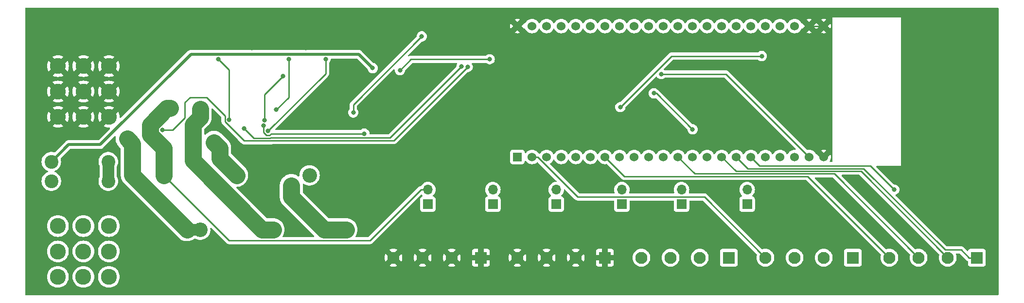
<source format=gbr>
%TF.GenerationSoftware,KiCad,Pcbnew,7.0.5*%
%TF.CreationDate,2023-07-11T20:53:31+10:00*%
%TF.ProjectId,BCM-ESP32-S3,42434d2d-4553-4503-9332-2d53332e6b69,rev?*%
%TF.SameCoordinates,Original*%
%TF.FileFunction,Copper,L2,Bot*%
%TF.FilePolarity,Positive*%
%FSLAX46Y46*%
G04 Gerber Fmt 4.6, Leading zero omitted, Abs format (unit mm)*
G04 Created by KiCad (PCBNEW 7.0.5) date 2023-07-11 20:53:31*
%MOMM*%
%LPD*%
G01*
G04 APERTURE LIST*
%TA.AperFunction,ComponentPad*%
%ADD10C,2.400000*%
%TD*%
%TA.AperFunction,ComponentPad*%
%ADD11R,1.700000X1.700000*%
%TD*%
%TA.AperFunction,ComponentPad*%
%ADD12O,1.700000X1.700000*%
%TD*%
%TA.AperFunction,ComponentPad*%
%ADD13C,1.530000*%
%TD*%
%TA.AperFunction,ComponentPad*%
%ADD14R,1.530000X1.530000*%
%TD*%
%TA.AperFunction,ComponentPad*%
%ADD15C,2.550000*%
%TD*%
%TA.AperFunction,ComponentPad*%
%ADD16C,2.775000*%
%TD*%
%TA.AperFunction,ComponentPad*%
%ADD17R,2.100000X2.100000*%
%TD*%
%TA.AperFunction,ComponentPad*%
%ADD18C,2.100000*%
%TD*%
%TA.AperFunction,ViaPad*%
%ADD19C,0.800000*%
%TD*%
%TA.AperFunction,ViaPad*%
%ADD20C,2.400000*%
%TD*%
%TA.AperFunction,Conductor*%
%ADD21C,3.000000*%
%TD*%
%TA.AperFunction,Conductor*%
%ADD22C,0.250000*%
%TD*%
%TA.AperFunction,Conductor*%
%ADD23C,0.500000*%
%TD*%
%TA.AperFunction,Conductor*%
%ADD24C,2.000000*%
%TD*%
G04 APERTURE END LIST*
D10*
%TO.P,U1,1,1*%
%TO.N,Net-(U3-VI)*%
X21710000Y-129970000D03*
%TO.P,U1,2,2*%
X21710000Y-126570000D03*
%TO.P,U1,3,3*%
%TO.N,+12V*%
X31630000Y-129970000D03*
%TO.P,U1,4,4*%
X31630000Y-126570000D03*
%TD*%
D11*
%TO.P,D8,1,K*%
%TO.N,Net-(D8-K)*%
X121052500Y-133985000D03*
D12*
%TO.P,D8,2,A*%
%TO.N,/OUT3*%
X121052500Y-131445000D03*
%TD*%
D11*
%TO.P,D7,1,K*%
%TO.N,Net-(D7-K)*%
X109622500Y-133985000D03*
D12*
%TO.P,D7,2,A*%
%TO.N,/OUT2*%
X109622500Y-131445000D03*
%TD*%
D11*
%TO.P,D6,1,K*%
%TO.N,Net-(D6-K)*%
X142875000Y-133985000D03*
D12*
%TO.P,D6,2,A*%
%TO.N,/OUT5*%
X142875000Y-131445000D03*
%TD*%
D11*
%TO.P,D5,1,K*%
%TO.N,Net-(D5-K)*%
X98595000Y-133985000D03*
D12*
%TO.P,D5,2,A*%
%TO.N,/OUT1*%
X98595000Y-131445000D03*
%TD*%
D11*
%TO.P,D3,1,K*%
%TO.N,Net-(D3-K)*%
X131445000Y-133985000D03*
D12*
%TO.P,D3,2,A*%
%TO.N,/OUT4*%
X131445000Y-131445000D03*
%TD*%
%TO.P,D2,2,A*%
%TO.N,/OUT0*%
X87265000Y-131445000D03*
D11*
%TO.P,D2,1,K*%
%TO.N,Net-(D2-K)*%
X87265000Y-133985000D03*
%TD*%
D13*
%TO.P,U2,J1_22,GND*%
%TO.N,GND*%
X156210000Y-125730000D03*
%TO.P,U2,J3_22,GND*%
X156210000Y-102870000D03*
%TO.P,U2,J1_21,5V0*%
%TO.N,+5V*%
X153670000Y-125730000D03*
%TO.P,U2,J1_20,GPIO14*%
%TO.N,/EXT3*%
X151130000Y-125730000D03*
%TO.P,U2,J1_19,GPIO13*%
%TO.N,/EXT2*%
X148590000Y-125730000D03*
%TO.P,U2,J1_18,GPIO12*%
%TO.N,/EXT1*%
X146050000Y-125730000D03*
%TO.P,U2,J1_17,GPIO11*%
%TO.N,/EXT0*%
X143510000Y-125730000D03*
%TO.P,U2,J1_16,GPIO10*%
%TO.N,Net-(J7-Pin_1)*%
X140970000Y-125730000D03*
%TO.P,U2,J1_15,GPIO9*%
%TO.N,Net-(J7-Pin_2)*%
X138430000Y-125730000D03*
%TO.P,U2,J1_14,GPIO46*%
%TO.N,Net-(U2-GPIO46)*%
X135890000Y-125730000D03*
%TO.P,U2,J1_13,GPIO3*%
%TO.N,/Quad_CS*%
X133350000Y-125730000D03*
%TO.P,U2,J1_12,GPIO8*%
%TO.N,Net-(J7-Pin_3)*%
X130810000Y-125730000D03*
%TO.P,U2,J1_11,GPIO18*%
%TO.N,Net-(U2-GPIO18)*%
X128270000Y-125730000D03*
%TO.P,U2,J1_10,GPIO17*%
%TO.N,Net-(U2-GPIO17)*%
X125730000Y-125730000D03*
%TO.P,U2,J1_9,GPIO16*%
%TO.N,Net-(U2-GPIO16)*%
X123190000Y-125730000D03*
%TO.P,U2,J1_8,GPIO15*%
%TO.N,unconnected-(U2-GPIO15-PadJ1_8)*%
X120650000Y-125730000D03*
%TO.P,U2,J1_7,GPIO7*%
%TO.N,Net-(J7-Pin_4)*%
X118110000Y-125730000D03*
%TO.P,U2,J1_6,GPIO6*%
%TO.N,unconnected-(U2-GPIO6-PadJ1_6)*%
X115570000Y-125730000D03*
%TO.P,U2,J1_5,GPIO5*%
%TO.N,unconnected-(U2-GPIO5-PadJ1_5)*%
X113030000Y-125730000D03*
%TO.P,U2,J1_4,GPIO4*%
%TO.N,unconnected-(U2-GPIO4-PadJ1_4)*%
X110490000Y-125730000D03*
%TO.P,U2,J1_3,RST*%
%TO.N,unconnected-(U2-RST-PadJ1_3)*%
X107950000Y-125730000D03*
%TO.P,U2,J1_2,3V3*%
%TO.N,+3V3*%
X105410000Y-125730000D03*
D14*
%TO.P,U2,J1_1,3V3*%
X102870000Y-125730000D03*
D13*
%TO.P,U2,J3_21,GND*%
%TO.N,GND*%
X153670000Y-102870000D03*
%TO.P,U2,J3_20,USB_D-/GPIO19*%
%TO.N,unconnected-(U2-USB_D-{slash}GPIO19-PadJ3_20)*%
X151130000Y-102870000D03*
%TO.P,U2,J3_19,USB_D+/GPIO20*%
%TO.N,unconnected-(U2-USB_D+{slash}GPIO20-PadJ3_19)*%
X148590000Y-102870000D03*
%TO.P,U2,J3_18,GPIO21*%
%TO.N,Net-(U2-GPIO21)*%
X146050000Y-102870000D03*
%TO.P,U2,J3_17,GPIO47*%
%TO.N,Net-(U2-GPIO47)*%
X143510000Y-102870000D03*
%TO.P,U2,J3_16,GPIO48*%
%TO.N,unconnected-(U2-GPIO48-PadJ3_16)*%
X140970000Y-102870000D03*
%TO.P,U2,J3_15,GPIO45*%
%TO.N,Net-(U2-GPIO45)*%
X138430000Y-102870000D03*
%TO.P,U2,J3_14,GPIO0*%
%TO.N,unconnected-(U2-GPIO0-PadJ3_14)*%
X135890000Y-102870000D03*
%TO.P,U2,J3_13,GPIO35*%
%TO.N,Net-(U2-GPIO35)*%
X133350000Y-102870000D03*
%TO.P,U2,J3_12,GPIO36*%
%TO.N,Net-(U2-GPIO36)*%
X130810000Y-102870000D03*
%TO.P,U2,J3_11,GPIO37*%
%TO.N,Net-(U2-GPIO37)*%
X128270000Y-102870000D03*
%TO.P,U2,J3_10,GPIO38*%
%TO.N,Net-(U2-GPIO38)*%
X125730000Y-102870000D03*
%TO.P,U2,J3_9,MTCK/GPIO39*%
%TO.N,unconnected-(U2-MTCK{slash}GPIO39-PadJ3_9)*%
X123190000Y-102870000D03*
%TO.P,U2,J3_8,MTDO/GPIO40*%
%TO.N,unconnected-(U2-MTDO{slash}GPIO40-PadJ3_8)*%
X120650000Y-102870000D03*
%TO.P,U2,J3_7,MTDI/GPIO41*%
%TO.N,unconnected-(U2-MTDI{slash}GPIO41-PadJ3_7)*%
X118110000Y-102870000D03*
%TO.P,U2,J3_6,MTMS/GPIO42*%
%TO.N,unconnected-(U2-MTMS{slash}GPIO42-PadJ3_6)*%
X115570000Y-102870000D03*
%TO.P,U2,J3_5,GPIO2*%
%TO.N,/Dual_CS*%
X113030000Y-102870000D03*
%TO.P,U2,J3_4,GPIO1*%
%TO.N,/VBAT_ADC*%
X110490000Y-102870000D03*
%TO.P,U2,J3_3,U0RXD/GPIO44*%
%TO.N,unconnected-(U2-U0RXD{slash}GPIO44-PadJ3_3)*%
X107950000Y-102870000D03*
%TO.P,U2,J3_2,U0TXD/GPIO43*%
%TO.N,unconnected-(U2-U0TXD{slash}GPIO43-PadJ3_2)*%
X105410000Y-102870000D03*
%TO.P,U2,J3_1,GND*%
%TO.N,GND*%
X102870000Y-102870000D03*
%TD*%
D15*
%TO.P,J8,6,6*%
%TO.N,/OUT5*%
X73025000Y-138440000D03*
%TO.P,J8,5,5*%
%TO.N,/OUT4*%
X66675000Y-128940000D03*
%TO.P,J8,4,4*%
%TO.N,/OUT3*%
X60325000Y-138440000D03*
%TO.P,J8,3,3*%
%TO.N,/OUT2*%
X53975000Y-128940000D03*
%TO.P,J8,2,2*%
%TO.N,/OUT1*%
X47625000Y-138440000D03*
%TO.P,J8,1,1*%
%TO.N,/OUT0*%
X41275000Y-128940000D03*
%TD*%
D16*
%TO.P,J3,1,1*%
%TO.N,GND*%
X22870000Y-109865000D03*
%TO.P,J3,2,2*%
X27305000Y-109865000D03*
%TO.P,J3,3,3*%
X31740000Y-109865000D03*
%TO.P,J3,4,4*%
X22870000Y-114300000D03*
%TO.P,J3,5,5*%
X27305000Y-114300000D03*
%TO.P,J3,6,6*%
X31740000Y-114300000D03*
%TO.P,J3,7,7*%
X22870000Y-118735000D03*
%TO.P,J3,8,8*%
X27305000Y-118735000D03*
%TO.P,J3,9,9*%
X31740000Y-118735000D03*
%TD*%
%TO.P,J1,1,1*%
%TO.N,Net-(U3-VI)*%
X22860000Y-137805000D03*
%TO.P,J1,2,2*%
X27295000Y-137805000D03*
%TO.P,J1,3,3*%
X31730000Y-137805000D03*
%TO.P,J1,4,4*%
X22860000Y-142240000D03*
%TO.P,J1,5,5*%
X27295000Y-142240000D03*
%TO.P,J1,6,6*%
X31730000Y-142240000D03*
%TO.P,J1,7,7*%
X22860000Y-146675000D03*
%TO.P,J1,8,8*%
X27295000Y-146675000D03*
%TO.P,J1,9,9*%
X31730000Y-146675000D03*
%TD*%
D17*
%TO.P,J7,1,Pin_1*%
%TO.N,Net-(J7-Pin_1)*%
X182880000Y-143335000D03*
D18*
%TO.P,J7,2,Pin_2*%
%TO.N,Net-(J7-Pin_2)*%
X177800000Y-143335000D03*
%TO.P,J7,3,Pin_3*%
%TO.N,Net-(J7-Pin_3)*%
X172720000Y-143335000D03*
%TO.P,J7,4,Pin_4*%
%TO.N,Net-(J7-Pin_4)*%
X167640000Y-143335000D03*
%TD*%
D17*
%TO.P,J6,1,Pin_1*%
%TO.N,+3V3*%
X161290000Y-143335000D03*
D18*
%TO.P,J6,2,Pin_2*%
X156210000Y-143335000D03*
%TO.P,J6,3,Pin_3*%
X151130000Y-143335000D03*
%TO.P,J6,4,Pin_4*%
X146050000Y-143335000D03*
%TD*%
D17*
%TO.P,J5,1,Pin_1*%
%TO.N,GND*%
X118110000Y-143335000D03*
D18*
%TO.P,J5,2,Pin_2*%
X113030000Y-143335000D03*
%TO.P,J5,3,Pin_3*%
X107950000Y-143335000D03*
%TO.P,J5,4,Pin_4*%
X102870000Y-143335000D03*
%TD*%
D17*
%TO.P,J4,1,Pin_1*%
%TO.N,GND*%
X96520000Y-143335000D03*
D18*
%TO.P,J4,2,Pin_2*%
X91440000Y-143335000D03*
%TO.P,J4,3,Pin_3*%
X86360000Y-143335000D03*
%TO.P,J4,4,Pin_4*%
X81280000Y-143335000D03*
%TD*%
D17*
%TO.P,J2,1,Pin_1*%
%TO.N,/EXT_SWITCH0*%
X139700000Y-143335000D03*
D18*
%TO.P,J2,2,Pin_2*%
%TO.N,/EXT_SWITCH1*%
X134620000Y-143335000D03*
%TO.P,J2,3,Pin_3*%
%TO.N,/EXT_SWITCH2*%
X129540000Y-143335000D03*
%TO.P,J2,4,Pin_4*%
%TO.N,/EXT_SWITCH3*%
X124460000Y-143335000D03*
%TD*%
D19*
%TO.N,GND*%
X101092000Y-132588000D03*
X124714000Y-135382000D03*
X78232000Y-108712000D03*
X66040000Y-106680000D03*
X56642000Y-106680000D03*
X38100000Y-109220000D03*
D20*
%TO.N,/OUT0*%
X42429500Y-117215498D03*
%TO.N,/OUT1*%
X34925000Y-122555000D03*
D19*
%TO.N,+5V*%
X127917700Y-111246700D03*
%TO.N,Net-(U3-VI)*%
X77659500Y-110221000D03*
%TO.N,Net-(IC2-CS)*%
X50775400Y-108636900D03*
X52684600Y-119263100D03*
%TO.N,/Quad_INPUT2*%
X93131500Y-109968700D03*
X55318100Y-120765000D03*
%TO.N,/Quad_INPUT1*%
X41024800Y-121003900D03*
X94210400Y-110019400D03*
%TO.N,/Quad_INPUT0*%
X98024200Y-108671900D03*
X82415800Y-110567400D03*
%TO.N,/Quad_SEL1*%
X133374500Y-120920000D03*
X126636000Y-114624300D03*
%TO.N,/Dual_SEL*%
X76200000Y-121664900D03*
X58635300Y-120293200D03*
%TO.N,/Dual_SEN*%
X145415000Y-108113000D03*
X120794300Y-117023200D03*
%TO.N,/EXT0*%
X168485400Y-131450700D03*
%TO.N,Net-(IC1-FaultRST)*%
X63060900Y-108632400D03*
X60901600Y-117479600D03*
%TO.N,Net-(IC1-CS)*%
X59433900Y-121193000D03*
X69460100Y-108650400D03*
%TO.N,+12V*%
X86207200Y-104680000D03*
X74295000Y-117978100D03*
%TO.N,Net-(D1-A)*%
X62049300Y-111605500D03*
X58796500Y-119291200D03*
D20*
%TO.N,/OUT3*%
X47802101Y-117215498D03*
%TO.N,/OUT2*%
X50024500Y-123190000D03*
%TO.N,/OUT5*%
X63500000Y-130720500D03*
%TD*%
D21*
%TO.N,/OUT2*%
X51030100Y-124195600D02*
X51030100Y-125995100D01*
X50024500Y-123190000D02*
X51030100Y-124195600D01*
X51030100Y-125995100D02*
X53975000Y-128940000D01*
%TO.N,/OUT3*%
X58430000Y-138440000D02*
X60325000Y-138440000D01*
X46355000Y-126365000D02*
X58430000Y-138440000D01*
X46355000Y-120055940D02*
X46355000Y-126365000D01*
X47625000Y-118785940D02*
X46355000Y-120055940D01*
X47625000Y-117392599D02*
X47625000Y-118785940D01*
D22*
%TO.N,/Quad_INPUT1*%
X81369000Y-122860800D02*
X94210400Y-110019400D01*
X60072300Y-122860800D02*
X81369000Y-122860800D01*
X60021600Y-122911500D02*
X60072300Y-122860800D01*
X55307695Y-122911500D02*
X60021600Y-122911500D01*
X48745300Y-115316000D02*
X51959600Y-118530300D01*
X45847000Y-115316000D02*
X48745300Y-115316000D01*
X51959600Y-119563405D02*
X55307695Y-122911500D01*
X44958000Y-116205000D02*
X45847000Y-115316000D01*
X51959600Y-118530300D02*
X51959600Y-119563405D01*
X41024800Y-121003900D02*
X42826100Y-121003900D01*
X42826100Y-121003900D02*
X44958000Y-118872000D01*
X44958000Y-118872000D02*
X44958000Y-116205000D01*
D21*
%TO.N,/OUT1*%
X35814000Y-123444000D02*
X35814000Y-128905000D01*
X35814000Y-128905000D02*
X45349000Y-138440000D01*
X34925000Y-122555000D02*
X35814000Y-123444000D01*
%TO.N,/OUT0*%
X41275000Y-124223949D02*
X41275000Y-128940000D01*
X38924800Y-121873749D02*
X41275000Y-124223949D01*
X38924800Y-120134051D02*
X38924800Y-121873749D01*
X42429500Y-117215498D02*
X41843353Y-117215498D01*
X41843353Y-117215498D02*
X38924800Y-120134051D01*
D23*
%TO.N,Net-(U3-VI)*%
X30226000Y-123571000D02*
X46014600Y-107782400D01*
X24709000Y-123571000D02*
X30226000Y-123571000D01*
X46014600Y-107782400D02*
X75220900Y-107782400D01*
X21710000Y-126570000D02*
X24709000Y-123571000D01*
X75220900Y-107782400D02*
X77659500Y-110221000D01*
D24*
%TO.N,/OUT1*%
X45349000Y-138440000D02*
X47625000Y-138440000D01*
D22*
%TO.N,/EXT0*%
X145034000Y-127254000D02*
X143510000Y-125730000D01*
X168485400Y-131450700D02*
X164288700Y-127254000D01*
X164288700Y-127254000D02*
X145034000Y-127254000D01*
%TO.N,Net-(J7-Pin_1)*%
X180126200Y-141958100D02*
X181503100Y-143335000D01*
X163144000Y-127775300D02*
X177326800Y-141958100D01*
X143015300Y-127775300D02*
X163144000Y-127775300D01*
X177326800Y-141958100D02*
X180126200Y-141958100D01*
X140970000Y-125730000D02*
X143015300Y-127775300D01*
X181503100Y-143335000D02*
X182880000Y-143335000D01*
%TO.N,/OUT0*%
X77198100Y-140335000D02*
X52670000Y-140335000D01*
X52670000Y-140335000D02*
X41275000Y-128940000D01*
X86088100Y-131445000D02*
X77198100Y-140335000D01*
X87265000Y-131445000D02*
X86088100Y-131445000D01*
D21*
%TO.N,/OUT5*%
X63500000Y-132715000D02*
X63500000Y-130720500D01*
X73025000Y-138440000D02*
X69225000Y-138440000D01*
X69225000Y-138440000D02*
X63500000Y-132715000D01*
D22*
%TO.N,+12V*%
X74295000Y-116592200D02*
X86207200Y-104680000D01*
X74295000Y-117978100D02*
X74295000Y-116592200D01*
%TO.N,/Dual_SEL*%
X58635300Y-121450700D02*
X58635300Y-120293200D01*
X59158900Y-121974300D02*
X58635300Y-121450700D01*
X59990000Y-121664900D02*
X59680600Y-121974300D01*
X76200000Y-121664900D02*
X59990000Y-121664900D01*
X59680600Y-121974300D02*
X59158900Y-121974300D01*
D24*
%TO.N,/OUT3*%
X47802101Y-117215498D02*
X47625000Y-117392599D01*
%TO.N,/OUT0*%
X42429500Y-117215498D02*
X42486100Y-117272098D01*
D22*
%TO.N,+5V*%
X139186700Y-111246700D02*
X127917700Y-111246700D01*
X153670000Y-125730000D02*
X139186700Y-111246700D01*
%TO.N,Net-(IC2-CS)*%
X52684600Y-110546100D02*
X50775400Y-108636900D01*
X52684600Y-119263100D02*
X52684600Y-110546100D01*
%TO.N,/Quad_INPUT2*%
X80691300Y-122408900D02*
X93131500Y-109968700D01*
X59885100Y-122408900D02*
X80691300Y-122408900D01*
X59834400Y-122459600D02*
X59885100Y-122408900D01*
X57012700Y-122459600D02*
X59834400Y-122459600D01*
X55318100Y-120765000D02*
X57012700Y-122459600D01*
%TO.N,/Quad_INPUT0*%
X84311300Y-108671900D02*
X82415800Y-110567400D01*
X98024200Y-108671900D02*
X84311300Y-108671900D01*
%TO.N,/Quad_SEL1*%
X127078800Y-114624300D02*
X126636000Y-114624300D01*
X133374500Y-120920000D02*
X127078800Y-114624300D01*
%TO.N,/Dual_SEN*%
X129704500Y-108113000D02*
X120794300Y-117023200D01*
X145415000Y-108113000D02*
X129704500Y-108113000D01*
%TO.N,Net-(IC1-FaultRST)*%
X63060900Y-115320300D02*
X63060900Y-108632400D01*
X60901600Y-117479600D02*
X63060900Y-115320300D01*
%TO.N,Net-(IC1-CS)*%
X69460100Y-111166800D02*
X59433900Y-121193000D01*
X69460100Y-108650400D02*
X69460100Y-111166800D01*
D24*
%TO.N,+12V*%
X31630000Y-126570000D02*
X31630000Y-129970000D01*
D22*
%TO.N,Net-(J7-Pin_4)*%
X153434100Y-129129100D02*
X167640000Y-143335000D01*
X121509100Y-129129100D02*
X153434100Y-129129100D01*
X118110000Y-125730000D02*
X121509100Y-129129100D01*
%TO.N,Net-(J7-Pin_3)*%
X158062200Y-128677200D02*
X172720000Y-143335000D01*
X133757200Y-128677200D02*
X158062200Y-128677200D01*
X130810000Y-125730000D02*
X133757200Y-128677200D01*
%TO.N,Net-(J7-Pin_2)*%
X162690300Y-128225300D02*
X177800000Y-143335000D01*
X140925300Y-128225300D02*
X162690300Y-128225300D01*
X138430000Y-125730000D02*
X140925300Y-128225300D01*
%TO.N,+3V3*%
X106388300Y-125730000D02*
X105410000Y-125730000D01*
X113373400Y-132715100D02*
X106388300Y-125730000D01*
X135430100Y-132715100D02*
X113373400Y-132715100D01*
X146050000Y-143335000D02*
X135430100Y-132715100D01*
%TO.N,Net-(D1-A)*%
X58796500Y-114858300D02*
X58796500Y-119291200D01*
X62049300Y-111605500D02*
X58796500Y-114858300D01*
%TO.N,GND*%
X153670000Y-102870000D02*
X156210000Y-102870000D01*
%TD*%
%TA.AperFunction,Conductor*%
%TO.N,GND*%
G36*
X156064839Y-126224373D02*
G01*
X156173527Y-126240000D01*
X156246473Y-126240000D01*
X156355161Y-126224373D01*
X156479528Y-126167576D01*
X156297680Y-126349425D01*
X156236357Y-126382910D01*
X156166665Y-126377926D01*
X156122318Y-126349425D01*
X155940467Y-126167574D01*
X156064839Y-126224373D01*
G37*
%TD.AperFunction*%
%TA.AperFunction,Conductor*%
G36*
X186632539Y-99715185D02*
G01*
X186678294Y-99767989D01*
X186689500Y-99819500D01*
X186689500Y-149735500D01*
X186669815Y-149802539D01*
X186617011Y-149848294D01*
X186565500Y-149859500D01*
X17269500Y-149859500D01*
X17202461Y-149839815D01*
X17156706Y-149787011D01*
X17145500Y-149735500D01*
X17145500Y-146675001D01*
X20967177Y-146675001D01*
X20986443Y-146944382D01*
X21043848Y-147208263D01*
X21043850Y-147208270D01*
X21102448Y-147365377D01*
X21138228Y-147461308D01*
X21138230Y-147461312D01*
X21267652Y-147698331D01*
X21267657Y-147698339D01*
X21429493Y-147914527D01*
X21429509Y-147914545D01*
X21620454Y-148105490D01*
X21620472Y-148105506D01*
X21836660Y-148267342D01*
X21836668Y-148267347D01*
X22073687Y-148396769D01*
X22073691Y-148396771D01*
X22073693Y-148396772D01*
X22326730Y-148491150D01*
X22458676Y-148519853D01*
X22590617Y-148548556D01*
X22590619Y-148548556D01*
X22590623Y-148548557D01*
X22830007Y-148565677D01*
X22859999Y-148567823D01*
X22860000Y-148567823D01*
X22860001Y-148567823D01*
X22886987Y-148565892D01*
X23129377Y-148548557D01*
X23393270Y-148491150D01*
X23646307Y-148396772D01*
X23883337Y-148267344D01*
X24099535Y-148105500D01*
X24290500Y-147914535D01*
X24452344Y-147698337D01*
X24581772Y-147461307D01*
X24676150Y-147208270D01*
X24733557Y-146944377D01*
X24752823Y-146675001D01*
X25402177Y-146675001D01*
X25421443Y-146944382D01*
X25478848Y-147208263D01*
X25478850Y-147208270D01*
X25537448Y-147365377D01*
X25573228Y-147461308D01*
X25573230Y-147461312D01*
X25702652Y-147698331D01*
X25702657Y-147698339D01*
X25864493Y-147914527D01*
X25864509Y-147914545D01*
X26055454Y-148105490D01*
X26055472Y-148105506D01*
X26271660Y-148267342D01*
X26271668Y-148267347D01*
X26508687Y-148396769D01*
X26508691Y-148396771D01*
X26508693Y-148396772D01*
X26761730Y-148491150D01*
X26893676Y-148519853D01*
X27025617Y-148548556D01*
X27025619Y-148548556D01*
X27025623Y-148548557D01*
X27265007Y-148565677D01*
X27294999Y-148567823D01*
X27295000Y-148567823D01*
X27295001Y-148567823D01*
X27321987Y-148565892D01*
X27564377Y-148548557D01*
X27828270Y-148491150D01*
X28081307Y-148396772D01*
X28318337Y-148267344D01*
X28534535Y-148105500D01*
X28725500Y-147914535D01*
X28887344Y-147698337D01*
X29016772Y-147461307D01*
X29111150Y-147208270D01*
X29168557Y-146944377D01*
X29187823Y-146675001D01*
X29837177Y-146675001D01*
X29856443Y-146944382D01*
X29913848Y-147208263D01*
X29913850Y-147208270D01*
X29972448Y-147365377D01*
X30008228Y-147461308D01*
X30008230Y-147461312D01*
X30137652Y-147698331D01*
X30137657Y-147698339D01*
X30299493Y-147914527D01*
X30299509Y-147914545D01*
X30490454Y-148105490D01*
X30490472Y-148105506D01*
X30706660Y-148267342D01*
X30706668Y-148267347D01*
X30943687Y-148396769D01*
X30943691Y-148396771D01*
X30943693Y-148396772D01*
X31196730Y-148491150D01*
X31328676Y-148519853D01*
X31460617Y-148548556D01*
X31460619Y-148548556D01*
X31460623Y-148548557D01*
X31700007Y-148565677D01*
X31729999Y-148567823D01*
X31730000Y-148567823D01*
X31730001Y-148567823D01*
X31756987Y-148565892D01*
X31999377Y-148548557D01*
X32263270Y-148491150D01*
X32516307Y-148396772D01*
X32753337Y-148267344D01*
X32969535Y-148105500D01*
X33160500Y-147914535D01*
X33322344Y-147698337D01*
X33451772Y-147461307D01*
X33546150Y-147208270D01*
X33603557Y-146944377D01*
X33622823Y-146675000D01*
X33603557Y-146405623D01*
X33546150Y-146141730D01*
X33451772Y-145888693D01*
X33322344Y-145651663D01*
X33322342Y-145651660D01*
X33160506Y-145435472D01*
X33160490Y-145435454D01*
X32969545Y-145244509D01*
X32969527Y-145244493D01*
X32753339Y-145082657D01*
X32753331Y-145082652D01*
X32516312Y-144953230D01*
X32516308Y-144953228D01*
X32420377Y-144917448D01*
X32263270Y-144858850D01*
X32263266Y-144858849D01*
X32263263Y-144858848D01*
X31999382Y-144801443D01*
X31730001Y-144782177D01*
X31729999Y-144782177D01*
X31460617Y-144801443D01*
X31196736Y-144858848D01*
X31196731Y-144858849D01*
X31196730Y-144858850D01*
X31163763Y-144871146D01*
X30943691Y-144953228D01*
X30943687Y-144953230D01*
X30706668Y-145082652D01*
X30706660Y-145082657D01*
X30490472Y-145244493D01*
X30490454Y-145244509D01*
X30299509Y-145435454D01*
X30299493Y-145435472D01*
X30137657Y-145651660D01*
X30137652Y-145651668D01*
X30008230Y-145888687D01*
X30008228Y-145888691D01*
X29913848Y-146141736D01*
X29856443Y-146405617D01*
X29837177Y-146674998D01*
X29837177Y-146675001D01*
X29187823Y-146675001D01*
X29187823Y-146675000D01*
X29168557Y-146405623D01*
X29111150Y-146141730D01*
X29016772Y-145888693D01*
X28887344Y-145651663D01*
X28887342Y-145651660D01*
X28725506Y-145435472D01*
X28725490Y-145435454D01*
X28534545Y-145244509D01*
X28534527Y-145244493D01*
X28318339Y-145082657D01*
X28318331Y-145082652D01*
X28081312Y-144953230D01*
X28081308Y-144953228D01*
X27985377Y-144917448D01*
X27828270Y-144858850D01*
X27828266Y-144858849D01*
X27828263Y-144858848D01*
X27564382Y-144801443D01*
X27295001Y-144782177D01*
X27294999Y-144782177D01*
X27025617Y-144801443D01*
X26761736Y-144858848D01*
X26761731Y-144858849D01*
X26761730Y-144858850D01*
X26728763Y-144871146D01*
X26508691Y-144953228D01*
X26508687Y-144953230D01*
X26271668Y-145082652D01*
X26271660Y-145082657D01*
X26055472Y-145244493D01*
X26055454Y-145244509D01*
X25864509Y-145435454D01*
X25864493Y-145435472D01*
X25702657Y-145651660D01*
X25702652Y-145651668D01*
X25573230Y-145888687D01*
X25573228Y-145888691D01*
X25478848Y-146141736D01*
X25421443Y-146405617D01*
X25402177Y-146674998D01*
X25402177Y-146675001D01*
X24752823Y-146675001D01*
X24752823Y-146675000D01*
X24733557Y-146405623D01*
X24676150Y-146141730D01*
X24581772Y-145888693D01*
X24452344Y-145651663D01*
X24452342Y-145651660D01*
X24290506Y-145435472D01*
X24290490Y-145435454D01*
X24099545Y-145244509D01*
X24099527Y-145244493D01*
X23883339Y-145082657D01*
X23883331Y-145082652D01*
X23646312Y-144953230D01*
X23646308Y-144953228D01*
X23550377Y-144917448D01*
X23393270Y-144858850D01*
X23393266Y-144858849D01*
X23393263Y-144858848D01*
X23129382Y-144801443D01*
X22860001Y-144782177D01*
X22859999Y-144782177D01*
X22590617Y-144801443D01*
X22326736Y-144858848D01*
X22326731Y-144858849D01*
X22326730Y-144858850D01*
X22293763Y-144871146D01*
X22073691Y-144953228D01*
X22073687Y-144953230D01*
X21836668Y-145082652D01*
X21836660Y-145082657D01*
X21620472Y-145244493D01*
X21620454Y-145244509D01*
X21429509Y-145435454D01*
X21429493Y-145435472D01*
X21267657Y-145651660D01*
X21267652Y-145651668D01*
X21138230Y-145888687D01*
X21138228Y-145888691D01*
X21043848Y-146141736D01*
X20986443Y-146405617D01*
X20967177Y-146674998D01*
X20967177Y-146675001D01*
X17145500Y-146675001D01*
X17145500Y-144728424D01*
X80593680Y-144728424D01*
X80799547Y-144813697D01*
X81036780Y-144870651D01*
X81036779Y-144870651D01*
X81280000Y-144889792D01*
X81523219Y-144870651D01*
X81760457Y-144813695D01*
X81966318Y-144728424D01*
X85673680Y-144728424D01*
X85879547Y-144813697D01*
X86116780Y-144870651D01*
X86116779Y-144870651D01*
X86360000Y-144889792D01*
X86603219Y-144870651D01*
X86840457Y-144813695D01*
X87046318Y-144728424D01*
X90753680Y-144728424D01*
X90959547Y-144813697D01*
X91196780Y-144870651D01*
X91196779Y-144870651D01*
X91439999Y-144889792D01*
X91683219Y-144870651D01*
X91920457Y-144813695D01*
X92126318Y-144728424D01*
X91440001Y-144042107D01*
X91440000Y-144042107D01*
X90753680Y-144728424D01*
X87046318Y-144728424D01*
X86360001Y-144042107D01*
X86360000Y-144042107D01*
X85673680Y-144728424D01*
X81966318Y-144728424D01*
X81280001Y-144042107D01*
X81280000Y-144042107D01*
X80593680Y-144728424D01*
X17145500Y-144728424D01*
X17145500Y-142240001D01*
X20967177Y-142240001D01*
X20986443Y-142509382D01*
X21043848Y-142773263D01*
X21043850Y-142773270D01*
X21092740Y-142904348D01*
X21138228Y-143026308D01*
X21138230Y-143026312D01*
X21267652Y-143263331D01*
X21267657Y-143263339D01*
X21429493Y-143479527D01*
X21429509Y-143479545D01*
X21620454Y-143670490D01*
X21620472Y-143670506D01*
X21836660Y-143832342D01*
X21836668Y-143832347D01*
X22073687Y-143961769D01*
X22073691Y-143961771D01*
X22073693Y-143961772D01*
X22326730Y-144056150D01*
X22458676Y-144084853D01*
X22590617Y-144113556D01*
X22590619Y-144113556D01*
X22590623Y-144113557D01*
X22830007Y-144130677D01*
X22859999Y-144132823D01*
X22860000Y-144132823D01*
X22860001Y-144132823D01*
X22886987Y-144130892D01*
X23129377Y-144113557D01*
X23393270Y-144056150D01*
X23646307Y-143961772D01*
X23883337Y-143832344D01*
X24099535Y-143670500D01*
X24290500Y-143479535D01*
X24452344Y-143263337D01*
X24581772Y-143026307D01*
X24676150Y-142773270D01*
X24733557Y-142509377D01*
X24752823Y-142240001D01*
X25402177Y-142240001D01*
X25421443Y-142509382D01*
X25478848Y-142773263D01*
X25478850Y-142773270D01*
X25527740Y-142904348D01*
X25573228Y-143026308D01*
X25573230Y-143026312D01*
X25702652Y-143263331D01*
X25702657Y-143263339D01*
X25864493Y-143479527D01*
X25864509Y-143479545D01*
X26055454Y-143670490D01*
X26055472Y-143670506D01*
X26271660Y-143832342D01*
X26271668Y-143832347D01*
X26508687Y-143961769D01*
X26508691Y-143961771D01*
X26508693Y-143961772D01*
X26761730Y-144056150D01*
X26893676Y-144084853D01*
X27025617Y-144113556D01*
X27025619Y-144113556D01*
X27025623Y-144113557D01*
X27265007Y-144130677D01*
X27294999Y-144132823D01*
X27295000Y-144132823D01*
X27295001Y-144132823D01*
X27321987Y-144130892D01*
X27564377Y-144113557D01*
X27828270Y-144056150D01*
X28081307Y-143961772D01*
X28318337Y-143832344D01*
X28534535Y-143670500D01*
X28725500Y-143479535D01*
X28887344Y-143263337D01*
X29016772Y-143026307D01*
X29111150Y-142773270D01*
X29168557Y-142509377D01*
X29187823Y-142240001D01*
X29837177Y-142240001D01*
X29856443Y-142509382D01*
X29913848Y-142773263D01*
X29913850Y-142773270D01*
X29962740Y-142904348D01*
X30008228Y-143026308D01*
X30008230Y-143026312D01*
X30137652Y-143263331D01*
X30137657Y-143263339D01*
X30299493Y-143479527D01*
X30299509Y-143479545D01*
X30490454Y-143670490D01*
X30490472Y-143670506D01*
X30706660Y-143832342D01*
X30706668Y-143832347D01*
X30943687Y-143961769D01*
X30943691Y-143961771D01*
X30943693Y-143961772D01*
X31196730Y-144056150D01*
X31328676Y-144084853D01*
X31460617Y-144113556D01*
X31460619Y-144113556D01*
X31460623Y-144113557D01*
X31700007Y-144130677D01*
X31729999Y-144132823D01*
X31730000Y-144132823D01*
X31730001Y-144132823D01*
X31756987Y-144130892D01*
X31999377Y-144113557D01*
X32263270Y-144056150D01*
X32516307Y-143961772D01*
X32753337Y-143832344D01*
X32969535Y-143670500D01*
X33160500Y-143479535D01*
X33268698Y-143335000D01*
X79725207Y-143335000D01*
X79744348Y-143578219D01*
X79801303Y-143815455D01*
X79886574Y-144021318D01*
X80535007Y-143372886D01*
X80726123Y-143372886D01*
X80756884Y-143520915D01*
X80826442Y-143655156D01*
X80929638Y-143765652D01*
X81058819Y-143844209D01*
X81204404Y-143885000D01*
X81317622Y-143885000D01*
X81429783Y-143869584D01*
X81568458Y-143809349D01*
X81685739Y-143713934D01*
X81772928Y-143590415D01*
X81823559Y-143447953D01*
X81831285Y-143335000D01*
X81987107Y-143335000D01*
X82673424Y-144021318D01*
X82758695Y-143815457D01*
X82815651Y-143578219D01*
X82834792Y-143335000D01*
X84805207Y-143335000D01*
X84824348Y-143578219D01*
X84881303Y-143815455D01*
X84966574Y-144021318D01*
X85615007Y-143372886D01*
X85806123Y-143372886D01*
X85836884Y-143520915D01*
X85906442Y-143655156D01*
X86009638Y-143765652D01*
X86138819Y-143844209D01*
X86284404Y-143885000D01*
X86397622Y-143885000D01*
X86509783Y-143869584D01*
X86648458Y-143809349D01*
X86765739Y-143713934D01*
X86852928Y-143590415D01*
X86903559Y-143447953D01*
X86911285Y-143335000D01*
X87067107Y-143335000D01*
X87753424Y-144021318D01*
X87838695Y-143815457D01*
X87895651Y-143578219D01*
X87914792Y-143335000D01*
X89885207Y-143335000D01*
X89904348Y-143578219D01*
X89961303Y-143815455D01*
X90046574Y-144021318D01*
X90695007Y-143372886D01*
X90886123Y-143372886D01*
X90916884Y-143520915D01*
X90986442Y-143655156D01*
X91089638Y-143765652D01*
X91218819Y-143844209D01*
X91364404Y-143885000D01*
X91477622Y-143885000D01*
X91589783Y-143869584D01*
X91728458Y-143809349D01*
X91845739Y-143713934D01*
X91932928Y-143590415D01*
X91983559Y-143447953D01*
X91991285Y-143335000D01*
X92147107Y-143335000D01*
X92833424Y-144021318D01*
X92910600Y-143835000D01*
X94970000Y-143835000D01*
X94970000Y-144432844D01*
X94976401Y-144492372D01*
X94976403Y-144492379D01*
X95026645Y-144627086D01*
X95026649Y-144627093D01*
X95112809Y-144742187D01*
X95112812Y-144742190D01*
X95227906Y-144828350D01*
X95227913Y-144828354D01*
X95362620Y-144878596D01*
X95362627Y-144878598D01*
X95422155Y-144884999D01*
X95422172Y-144885000D01*
X96020000Y-144885000D01*
X96020000Y-143835000D01*
X94970000Y-143835000D01*
X92910600Y-143835000D01*
X92918695Y-143815457D01*
X92975651Y-143578219D01*
X92991810Y-143372886D01*
X95966123Y-143372886D01*
X95996884Y-143520915D01*
X96066442Y-143655156D01*
X96169638Y-143765652D01*
X96298819Y-143844209D01*
X96444404Y-143885000D01*
X96557622Y-143885000D01*
X96669783Y-143869584D01*
X96749403Y-143835000D01*
X97020000Y-143835000D01*
X97020000Y-144885000D01*
X97617828Y-144885000D01*
X97617844Y-144884999D01*
X97677372Y-144878598D01*
X97677379Y-144878596D01*
X97812086Y-144828354D01*
X97812093Y-144828350D01*
X97927187Y-144742190D01*
X97927190Y-144742187D01*
X97937493Y-144728424D01*
X102183680Y-144728424D01*
X102389547Y-144813697D01*
X102626780Y-144870651D01*
X102626779Y-144870651D01*
X102870000Y-144889792D01*
X103113219Y-144870651D01*
X103350457Y-144813695D01*
X103556318Y-144728424D01*
X107263680Y-144728424D01*
X107469547Y-144813697D01*
X107706780Y-144870651D01*
X107706779Y-144870651D01*
X107949999Y-144889792D01*
X108193219Y-144870651D01*
X108430457Y-144813695D01*
X108636318Y-144728424D01*
X112343680Y-144728424D01*
X112549547Y-144813697D01*
X112786780Y-144870651D01*
X112786779Y-144870651D01*
X113029999Y-144889792D01*
X113273219Y-144870651D01*
X113510457Y-144813695D01*
X113716318Y-144728424D01*
X113030001Y-144042107D01*
X113030000Y-144042107D01*
X112343680Y-144728424D01*
X108636318Y-144728424D01*
X107950001Y-144042107D01*
X107950000Y-144042107D01*
X107263680Y-144728424D01*
X103556318Y-144728424D01*
X102870001Y-144042107D01*
X102870000Y-144042107D01*
X102183680Y-144728424D01*
X97937493Y-144728424D01*
X98013350Y-144627093D01*
X98013354Y-144627086D01*
X98063596Y-144492379D01*
X98063598Y-144492372D01*
X98069999Y-144432844D01*
X98070000Y-144432827D01*
X98070000Y-143835000D01*
X97020000Y-143835000D01*
X96749403Y-143835000D01*
X96808458Y-143809349D01*
X96925739Y-143713934D01*
X97012928Y-143590415D01*
X97063559Y-143447953D01*
X97071285Y-143335000D01*
X101315207Y-143335000D01*
X101334348Y-143578219D01*
X101391303Y-143815455D01*
X101476574Y-144021318D01*
X102125007Y-143372886D01*
X102316123Y-143372886D01*
X102346884Y-143520915D01*
X102416442Y-143655156D01*
X102519638Y-143765652D01*
X102648819Y-143844209D01*
X102794404Y-143885000D01*
X102907622Y-143885000D01*
X103019783Y-143869584D01*
X103158458Y-143809349D01*
X103275739Y-143713934D01*
X103362928Y-143590415D01*
X103413559Y-143447953D01*
X103421285Y-143335000D01*
X103577107Y-143335000D01*
X104263424Y-144021318D01*
X104348695Y-143815457D01*
X104405651Y-143578219D01*
X104424792Y-143335000D01*
X106395207Y-143335000D01*
X106414348Y-143578219D01*
X106471303Y-143815455D01*
X106556574Y-144021318D01*
X107205007Y-143372886D01*
X107396123Y-143372886D01*
X107426884Y-143520915D01*
X107496442Y-143655156D01*
X107599638Y-143765652D01*
X107728819Y-143844209D01*
X107874404Y-143885000D01*
X107987622Y-143885000D01*
X108099783Y-143869584D01*
X108238458Y-143809349D01*
X108355739Y-143713934D01*
X108442928Y-143590415D01*
X108493559Y-143447953D01*
X108501285Y-143335001D01*
X108657107Y-143335001D01*
X109343424Y-144021318D01*
X109428695Y-143815457D01*
X109485651Y-143578219D01*
X109504792Y-143335000D01*
X111475207Y-143335000D01*
X111494348Y-143578219D01*
X111551303Y-143815455D01*
X111636574Y-144021318D01*
X112285007Y-143372886D01*
X112476123Y-143372886D01*
X112506884Y-143520915D01*
X112576442Y-143655156D01*
X112679638Y-143765652D01*
X112808819Y-143844209D01*
X112954404Y-143885000D01*
X113067622Y-143885000D01*
X113179783Y-143869584D01*
X113318458Y-143809349D01*
X113435739Y-143713934D01*
X113522928Y-143590415D01*
X113573559Y-143447953D01*
X113581285Y-143335000D01*
X113737107Y-143335000D01*
X114423424Y-144021318D01*
X114500600Y-143835000D01*
X116560000Y-143835000D01*
X116560000Y-144432844D01*
X116566401Y-144492372D01*
X116566403Y-144492379D01*
X116616645Y-144627086D01*
X116616649Y-144627093D01*
X116702809Y-144742187D01*
X116702812Y-144742190D01*
X116817906Y-144828350D01*
X116817913Y-144828354D01*
X116952620Y-144878596D01*
X116952627Y-144878598D01*
X117012155Y-144884999D01*
X117012172Y-144885000D01*
X117610000Y-144885000D01*
X118609999Y-144885000D01*
X119207828Y-144885000D01*
X119207844Y-144884999D01*
X119267372Y-144878598D01*
X119267379Y-144878596D01*
X119402086Y-144828354D01*
X119402093Y-144828350D01*
X119517187Y-144742190D01*
X119517190Y-144742187D01*
X119603350Y-144627093D01*
X119603354Y-144627086D01*
X119653596Y-144492379D01*
X119653598Y-144492372D01*
X119659999Y-144432844D01*
X119660000Y-144432827D01*
X119660000Y-143835000D01*
X118610000Y-143835000D01*
X118609999Y-144885000D01*
X117610000Y-144885000D01*
X117610000Y-143835000D01*
X116560000Y-143835000D01*
X114500600Y-143835000D01*
X114508695Y-143815457D01*
X114565651Y-143578219D01*
X114581810Y-143372886D01*
X117556123Y-143372886D01*
X117586884Y-143520915D01*
X117656442Y-143655156D01*
X117759638Y-143765652D01*
X117888819Y-143844209D01*
X118034404Y-143885000D01*
X118147622Y-143885000D01*
X118259783Y-143869584D01*
X118398458Y-143809349D01*
X118515739Y-143713934D01*
X118602928Y-143590415D01*
X118653559Y-143447953D01*
X118661285Y-143335000D01*
X122904706Y-143335000D01*
X122923853Y-143578297D01*
X122923853Y-143578300D01*
X122923854Y-143578302D01*
X122980790Y-143815455D01*
X122980830Y-143815619D01*
X123074222Y-144041089D01*
X123201737Y-144249173D01*
X123201738Y-144249176D01*
X123201741Y-144249179D01*
X123360241Y-144434759D01*
X123503897Y-144557453D01*
X123545823Y-144593261D01*
X123545826Y-144593262D01*
X123753910Y-144720777D01*
X123902145Y-144782177D01*
X123978236Y-144813695D01*
X123979381Y-144814169D01*
X123979378Y-144814169D01*
X123979384Y-144814170D01*
X123979388Y-144814172D01*
X124216698Y-144871146D01*
X124460000Y-144890294D01*
X124703302Y-144871146D01*
X124940612Y-144814172D01*
X125166089Y-144720777D01*
X125374179Y-144593259D01*
X125559759Y-144434759D01*
X125718259Y-144249179D01*
X125845777Y-144041089D01*
X125939172Y-143815612D01*
X125996146Y-143578302D01*
X126015294Y-143335000D01*
X127984706Y-143335000D01*
X128003853Y-143578297D01*
X128003853Y-143578300D01*
X128003854Y-143578302D01*
X128060790Y-143815455D01*
X128060830Y-143815619D01*
X128154222Y-144041089D01*
X128281737Y-144249173D01*
X128281738Y-144249176D01*
X128281741Y-144249179D01*
X128440241Y-144434759D01*
X128583897Y-144557453D01*
X128625823Y-144593261D01*
X128625826Y-144593262D01*
X128833910Y-144720777D01*
X128982145Y-144782177D01*
X129058236Y-144813695D01*
X129059381Y-144814169D01*
X129059378Y-144814169D01*
X129059384Y-144814170D01*
X129059388Y-144814172D01*
X129296698Y-144871146D01*
X129540000Y-144890294D01*
X129783302Y-144871146D01*
X130020612Y-144814172D01*
X130246089Y-144720777D01*
X130454179Y-144593259D01*
X130639759Y-144434759D01*
X130798259Y-144249179D01*
X130925777Y-144041089D01*
X131019172Y-143815612D01*
X131076146Y-143578302D01*
X131095294Y-143335000D01*
X133064706Y-143335000D01*
X133083853Y-143578297D01*
X133083853Y-143578300D01*
X133083854Y-143578302D01*
X133140790Y-143815455D01*
X133140830Y-143815619D01*
X133234222Y-144041089D01*
X133361737Y-144249173D01*
X133361738Y-144249176D01*
X133361741Y-144249179D01*
X133520241Y-144434759D01*
X133663897Y-144557453D01*
X133705823Y-144593261D01*
X133705826Y-144593262D01*
X133913910Y-144720777D01*
X134062145Y-144782177D01*
X134138236Y-144813695D01*
X134139381Y-144814169D01*
X134139378Y-144814169D01*
X134139384Y-144814170D01*
X134139388Y-144814172D01*
X134376698Y-144871146D01*
X134620000Y-144890294D01*
X134863302Y-144871146D01*
X135100612Y-144814172D01*
X135326089Y-144720777D01*
X135534179Y-144593259D01*
X135719759Y-144434759D01*
X135721372Y-144432870D01*
X138149500Y-144432870D01*
X138149501Y-144432876D01*
X138155908Y-144492483D01*
X138206202Y-144627328D01*
X138206206Y-144627335D01*
X138292452Y-144742544D01*
X138292455Y-144742547D01*
X138407664Y-144828793D01*
X138407671Y-144828797D01*
X138542517Y-144879091D01*
X138542516Y-144879091D01*
X138549444Y-144879835D01*
X138602127Y-144885500D01*
X140797872Y-144885499D01*
X140857483Y-144879091D01*
X140992331Y-144828796D01*
X141107546Y-144742546D01*
X141193796Y-144627331D01*
X141244091Y-144492483D01*
X141250500Y-144432873D01*
X141250499Y-142237128D01*
X141244091Y-142177517D01*
X141235346Y-142154071D01*
X141193797Y-142042671D01*
X141193793Y-142042664D01*
X141107547Y-141927455D01*
X141107544Y-141927452D01*
X140992335Y-141841206D01*
X140992328Y-141841202D01*
X140857482Y-141790908D01*
X140857483Y-141790908D01*
X140797883Y-141784501D01*
X140797881Y-141784500D01*
X140797873Y-141784500D01*
X140797864Y-141784500D01*
X138602129Y-141784500D01*
X138602123Y-141784501D01*
X138542516Y-141790908D01*
X138407671Y-141841202D01*
X138407664Y-141841206D01*
X138292455Y-141927452D01*
X138292452Y-141927455D01*
X138206206Y-142042664D01*
X138206202Y-142042671D01*
X138155908Y-142177517D01*
X138149703Y-142235241D01*
X138149501Y-142237123D01*
X138149500Y-142237135D01*
X138149500Y-144432870D01*
X135721372Y-144432870D01*
X135878259Y-144249179D01*
X136005777Y-144041089D01*
X136099172Y-143815612D01*
X136156146Y-143578302D01*
X136175294Y-143335000D01*
X136156146Y-143091698D01*
X136099172Y-142854388D01*
X136095792Y-142846227D01*
X136005777Y-142628910D01*
X135878262Y-142420826D01*
X135878261Y-142420823D01*
X135755261Y-142276809D01*
X135719759Y-142235241D01*
X135582567Y-142118068D01*
X135534176Y-142076738D01*
X135534173Y-142076737D01*
X135326089Y-141949222D01*
X135100618Y-141855830D01*
X135100621Y-141855830D01*
X134994992Y-141830470D01*
X134863302Y-141798854D01*
X134863300Y-141798853D01*
X134863297Y-141798853D01*
X134620000Y-141779706D01*
X134376702Y-141798853D01*
X134376697Y-141798854D01*
X134376698Y-141798854D01*
X134200301Y-141841204D01*
X134139380Y-141855830D01*
X133913910Y-141949222D01*
X133705826Y-142076737D01*
X133705823Y-142076738D01*
X133520241Y-142235241D01*
X133361738Y-142420823D01*
X133361737Y-142420826D01*
X133234222Y-142628910D01*
X133140830Y-142854380D01*
X133140829Y-142854385D01*
X133140828Y-142854388D01*
X133116417Y-142956066D01*
X133083853Y-143091702D01*
X133064706Y-143335000D01*
X131095294Y-143335000D01*
X131076146Y-143091698D01*
X131019172Y-142854388D01*
X131015792Y-142846227D01*
X130925777Y-142628910D01*
X130798262Y-142420826D01*
X130798261Y-142420823D01*
X130675261Y-142276809D01*
X130639759Y-142235241D01*
X130502567Y-142118068D01*
X130454176Y-142076738D01*
X130454173Y-142076737D01*
X130246089Y-141949222D01*
X130020618Y-141855830D01*
X130020621Y-141855830D01*
X129914992Y-141830470D01*
X129783302Y-141798854D01*
X129783300Y-141798853D01*
X129783297Y-141798853D01*
X129540000Y-141779706D01*
X129296702Y-141798853D01*
X129296697Y-141798854D01*
X129296698Y-141798854D01*
X129120301Y-141841204D01*
X129059380Y-141855830D01*
X128833910Y-141949222D01*
X128625826Y-142076737D01*
X128625823Y-142076738D01*
X128440241Y-142235241D01*
X128281738Y-142420823D01*
X128281737Y-142420826D01*
X128154222Y-142628910D01*
X128060830Y-142854380D01*
X128060829Y-142854385D01*
X128060828Y-142854388D01*
X128036417Y-142956066D01*
X128003853Y-143091702D01*
X127984706Y-143335000D01*
X126015294Y-143335000D01*
X125996146Y-143091698D01*
X125939172Y-142854388D01*
X125935792Y-142846227D01*
X125845777Y-142628910D01*
X125718262Y-142420826D01*
X125718261Y-142420823D01*
X125595261Y-142276809D01*
X125559759Y-142235241D01*
X125422567Y-142118068D01*
X125374176Y-142076738D01*
X125374173Y-142076737D01*
X125166089Y-141949222D01*
X124940618Y-141855830D01*
X124940621Y-141855830D01*
X124834992Y-141830470D01*
X124703302Y-141798854D01*
X124703300Y-141798853D01*
X124703297Y-141798853D01*
X124460000Y-141779706D01*
X124216702Y-141798853D01*
X124216697Y-141798854D01*
X124216698Y-141798854D01*
X124040301Y-141841204D01*
X123979380Y-141855830D01*
X123753910Y-141949222D01*
X123545826Y-142076737D01*
X123545823Y-142076738D01*
X123360241Y-142235241D01*
X123201738Y-142420823D01*
X123201737Y-142420826D01*
X123074222Y-142628910D01*
X122980830Y-142854380D01*
X122980829Y-142854385D01*
X122980828Y-142854388D01*
X122956417Y-142956066D01*
X122923853Y-143091702D01*
X122904706Y-143335000D01*
X118661285Y-143335000D01*
X118663877Y-143297114D01*
X118633116Y-143149085D01*
X118563558Y-143014844D01*
X118460362Y-142904348D01*
X118346324Y-142835000D01*
X118609999Y-142835000D01*
X119660000Y-142835000D01*
X119660000Y-142237172D01*
X119659999Y-142237155D01*
X119653598Y-142177627D01*
X119653596Y-142177620D01*
X119603354Y-142042913D01*
X119603350Y-142042906D01*
X119517190Y-141927812D01*
X119517187Y-141927809D01*
X119402093Y-141841649D01*
X119402086Y-141841645D01*
X119267379Y-141791403D01*
X119267372Y-141791401D01*
X119207844Y-141785000D01*
X118610000Y-141785000D01*
X118609999Y-142835000D01*
X118346324Y-142835000D01*
X118331181Y-142825791D01*
X118185596Y-142785000D01*
X118072378Y-142785000D01*
X117960217Y-142800416D01*
X117821542Y-142860651D01*
X117704261Y-142956066D01*
X117617072Y-143079585D01*
X117566441Y-143222047D01*
X117556123Y-143372886D01*
X114581810Y-143372886D01*
X114584792Y-143335000D01*
X114565651Y-143091780D01*
X114508697Y-142854547D01*
X114500600Y-142835000D01*
X116560000Y-142835000D01*
X117610000Y-142835000D01*
X117610000Y-141785000D01*
X117012155Y-141785000D01*
X116952627Y-141791401D01*
X116952620Y-141791403D01*
X116817913Y-141841645D01*
X116817906Y-141841649D01*
X116702812Y-141927809D01*
X116702809Y-141927812D01*
X116616649Y-142042906D01*
X116616645Y-142042913D01*
X116566403Y-142177620D01*
X116566401Y-142177627D01*
X116560000Y-142237155D01*
X116560000Y-142835000D01*
X114500600Y-142835000D01*
X114423424Y-142648680D01*
X113737107Y-143334999D01*
X113737107Y-143335000D01*
X113581285Y-143335000D01*
X113583877Y-143297114D01*
X113553116Y-143149085D01*
X113483558Y-143014844D01*
X113380362Y-142904348D01*
X113251181Y-142825791D01*
X113105596Y-142785000D01*
X112992378Y-142785000D01*
X112880217Y-142800416D01*
X112741542Y-142860651D01*
X112624261Y-142956066D01*
X112537072Y-143079585D01*
X112486441Y-143222047D01*
X112476123Y-143372886D01*
X112285007Y-143372886D01*
X112322893Y-143335000D01*
X112322893Y-143334999D01*
X111636574Y-142648680D01*
X111551303Y-142854544D01*
X111494348Y-143091780D01*
X111475207Y-143335000D01*
X109504792Y-143335000D01*
X109485651Y-143091780D01*
X109428697Y-142854547D01*
X109343424Y-142648680D01*
X108657107Y-143334999D01*
X108657107Y-143335001D01*
X108501285Y-143335001D01*
X108503877Y-143297114D01*
X108473116Y-143149085D01*
X108403558Y-143014844D01*
X108300362Y-142904348D01*
X108171181Y-142825791D01*
X108025596Y-142785000D01*
X107912378Y-142785000D01*
X107800217Y-142800416D01*
X107661542Y-142860651D01*
X107544261Y-142956066D01*
X107457072Y-143079585D01*
X107406441Y-143222047D01*
X107396123Y-143372886D01*
X107205007Y-143372886D01*
X107242893Y-143335000D01*
X107242893Y-143334999D01*
X106556574Y-142648680D01*
X106471303Y-142854544D01*
X106414348Y-143091780D01*
X106395207Y-143335000D01*
X104424792Y-143335000D01*
X104405651Y-143091780D01*
X104348697Y-142854547D01*
X104263424Y-142648680D01*
X103577107Y-143334999D01*
X103577107Y-143335000D01*
X103421285Y-143335000D01*
X103423877Y-143297114D01*
X103393116Y-143149085D01*
X103323558Y-143014844D01*
X103220362Y-142904348D01*
X103091181Y-142825791D01*
X102945596Y-142785000D01*
X102832378Y-142785000D01*
X102720217Y-142800416D01*
X102581542Y-142860651D01*
X102464261Y-142956066D01*
X102377072Y-143079585D01*
X102326441Y-143222047D01*
X102316123Y-143372886D01*
X102125007Y-143372886D01*
X102162893Y-143335000D01*
X102162893Y-143334999D01*
X101476574Y-142648680D01*
X101391303Y-142854544D01*
X101334348Y-143091780D01*
X101315207Y-143335000D01*
X97071285Y-143335000D01*
X97073877Y-143297114D01*
X97043116Y-143149085D01*
X96973558Y-143014844D01*
X96870362Y-142904348D01*
X96741181Y-142825791D01*
X96595596Y-142785000D01*
X96482378Y-142785000D01*
X96370217Y-142800416D01*
X96231542Y-142860651D01*
X96114261Y-142956066D01*
X96027072Y-143079585D01*
X95976441Y-143222047D01*
X95966123Y-143372886D01*
X92991810Y-143372886D01*
X92994792Y-143335000D01*
X92975651Y-143091780D01*
X92918697Y-142854547D01*
X92910600Y-142835000D01*
X94970000Y-142835000D01*
X96020000Y-142835000D01*
X96020000Y-141785000D01*
X97020000Y-141785000D01*
X97020000Y-142835000D01*
X98070000Y-142835000D01*
X98070000Y-142237172D01*
X98069999Y-142237155D01*
X98063598Y-142177627D01*
X98063596Y-142177620D01*
X98013354Y-142042913D01*
X98013350Y-142042906D01*
X97937492Y-141941574D01*
X102183680Y-141941574D01*
X102870000Y-142627892D01*
X102870001Y-142627892D01*
X103556318Y-141941574D01*
X107263680Y-141941574D01*
X107950000Y-142627892D01*
X107950001Y-142627892D01*
X108636318Y-141941574D01*
X112343680Y-141941574D01*
X113030000Y-142627892D01*
X113030001Y-142627892D01*
X113716318Y-141941574D01*
X113510455Y-141856303D01*
X113273219Y-141799348D01*
X113273220Y-141799348D01*
X113029999Y-141780207D01*
X112786780Y-141799348D01*
X112549544Y-141856303D01*
X112343680Y-141941574D01*
X108636318Y-141941574D01*
X108430455Y-141856303D01*
X108193219Y-141799348D01*
X108193220Y-141799348D01*
X107949999Y-141780207D01*
X107706780Y-141799348D01*
X107469544Y-141856303D01*
X107263680Y-141941574D01*
X103556318Y-141941574D01*
X103350455Y-141856303D01*
X103113219Y-141799348D01*
X103113220Y-141799348D01*
X102870000Y-141780207D01*
X102626780Y-141799348D01*
X102389544Y-141856303D01*
X102183680Y-141941574D01*
X97937492Y-141941574D01*
X97927190Y-141927812D01*
X97927187Y-141927809D01*
X97812093Y-141841649D01*
X97812086Y-141841645D01*
X97677379Y-141791403D01*
X97677372Y-141791401D01*
X97617844Y-141785000D01*
X97020000Y-141785000D01*
X96020000Y-141785000D01*
X95422155Y-141785000D01*
X95362627Y-141791401D01*
X95362620Y-141791403D01*
X95227913Y-141841645D01*
X95227906Y-141841649D01*
X95112812Y-141927809D01*
X95112809Y-141927812D01*
X95026649Y-142042906D01*
X95026645Y-142042913D01*
X94976403Y-142177620D01*
X94976401Y-142177627D01*
X94970000Y-142237155D01*
X94970000Y-142835000D01*
X92910600Y-142835000D01*
X92833424Y-142648680D01*
X92147107Y-143334999D01*
X92147107Y-143335000D01*
X91991285Y-143335000D01*
X91993877Y-143297114D01*
X91963116Y-143149085D01*
X91893558Y-143014844D01*
X91790362Y-142904348D01*
X91661181Y-142825791D01*
X91515596Y-142785000D01*
X91402378Y-142785000D01*
X91290217Y-142800416D01*
X91151542Y-142860651D01*
X91034261Y-142956066D01*
X90947072Y-143079585D01*
X90896441Y-143222047D01*
X90886123Y-143372886D01*
X90695007Y-143372886D01*
X90732893Y-143335000D01*
X90732893Y-143334999D01*
X90046574Y-142648680D01*
X89961303Y-142854544D01*
X89904348Y-143091780D01*
X89885207Y-143335000D01*
X87914792Y-143335000D01*
X87895651Y-143091780D01*
X87838697Y-142854547D01*
X87753424Y-142648680D01*
X87067107Y-143334999D01*
X87067107Y-143335000D01*
X86911285Y-143335000D01*
X86913877Y-143297114D01*
X86883116Y-143149085D01*
X86813558Y-143014844D01*
X86710362Y-142904348D01*
X86581181Y-142825791D01*
X86435596Y-142785000D01*
X86322378Y-142785000D01*
X86210217Y-142800416D01*
X86071542Y-142860651D01*
X85954261Y-142956066D01*
X85867072Y-143079585D01*
X85816441Y-143222047D01*
X85806123Y-143372886D01*
X85615007Y-143372886D01*
X85652893Y-143335000D01*
X85652893Y-143334999D01*
X84966574Y-142648680D01*
X84881303Y-142854544D01*
X84824348Y-143091780D01*
X84805207Y-143335000D01*
X82834792Y-143335000D01*
X82815651Y-143091780D01*
X82758697Y-142854547D01*
X82673424Y-142648680D01*
X81987107Y-143334999D01*
X81987107Y-143335000D01*
X81831285Y-143335000D01*
X81833877Y-143297114D01*
X81803116Y-143149085D01*
X81733558Y-143014844D01*
X81630362Y-142904348D01*
X81501181Y-142825791D01*
X81355596Y-142785000D01*
X81242378Y-142785000D01*
X81130217Y-142800416D01*
X80991542Y-142860651D01*
X80874261Y-142956066D01*
X80787072Y-143079585D01*
X80736441Y-143222047D01*
X80726123Y-143372886D01*
X80535007Y-143372886D01*
X80572893Y-143335000D01*
X80572893Y-143334999D01*
X79886574Y-142648680D01*
X79801303Y-142854544D01*
X79744348Y-143091780D01*
X79725207Y-143335000D01*
X33268698Y-143335000D01*
X33322344Y-143263337D01*
X33451772Y-143026307D01*
X33546150Y-142773270D01*
X33603557Y-142509377D01*
X33622823Y-142240000D01*
X33603557Y-141970623D01*
X33598901Y-141949222D01*
X33597237Y-141941574D01*
X80593680Y-141941574D01*
X81280000Y-142627893D01*
X81280001Y-142627893D01*
X81966318Y-141941574D01*
X85673680Y-141941574D01*
X86360000Y-142627893D01*
X86360001Y-142627893D01*
X87046318Y-141941574D01*
X90753680Y-141941574D01*
X91440000Y-142627893D01*
X91440001Y-142627893D01*
X92126318Y-141941574D01*
X91920455Y-141856303D01*
X91683219Y-141799348D01*
X91683220Y-141799348D01*
X91439999Y-141780207D01*
X91196780Y-141799348D01*
X90959544Y-141856303D01*
X90753680Y-141941574D01*
X87046318Y-141941574D01*
X86840455Y-141856303D01*
X86603219Y-141799348D01*
X86603220Y-141799348D01*
X86360000Y-141780207D01*
X86116780Y-141799348D01*
X85879544Y-141856303D01*
X85673680Y-141941574D01*
X81966318Y-141941574D01*
X81760455Y-141856303D01*
X81523219Y-141799348D01*
X81523220Y-141799348D01*
X81279999Y-141780207D01*
X81036780Y-141799348D01*
X80799544Y-141856303D01*
X80593680Y-141941574D01*
X33597237Y-141941574D01*
X33566298Y-141799348D01*
X33546150Y-141706730D01*
X33451772Y-141453693D01*
X33407111Y-141371903D01*
X33322347Y-141216668D01*
X33322342Y-141216660D01*
X33160506Y-141000472D01*
X33160490Y-141000454D01*
X32969545Y-140809509D01*
X32969527Y-140809493D01*
X32753339Y-140647657D01*
X32753331Y-140647652D01*
X32516312Y-140518230D01*
X32516308Y-140518228D01*
X32420377Y-140482448D01*
X32263270Y-140423850D01*
X32263266Y-140423849D01*
X32263263Y-140423848D01*
X31999382Y-140366443D01*
X31730001Y-140347177D01*
X31729999Y-140347177D01*
X31460617Y-140366443D01*
X31196736Y-140423848D01*
X31196731Y-140423849D01*
X31196730Y-140423850D01*
X31152090Y-140440500D01*
X30943691Y-140518228D01*
X30943687Y-140518230D01*
X30706668Y-140647652D01*
X30706660Y-140647657D01*
X30490472Y-140809493D01*
X30490454Y-140809509D01*
X30299509Y-141000454D01*
X30299493Y-141000472D01*
X30137657Y-141216660D01*
X30137652Y-141216668D01*
X30008230Y-141453687D01*
X30008228Y-141453691D01*
X29913848Y-141706736D01*
X29856443Y-141970617D01*
X29837177Y-142239998D01*
X29837177Y-142240001D01*
X29187823Y-142240001D01*
X29187823Y-142240000D01*
X29168557Y-141970623D01*
X29163901Y-141949222D01*
X29131298Y-141799348D01*
X29111150Y-141706730D01*
X29016772Y-141453693D01*
X28972111Y-141371903D01*
X28887347Y-141216668D01*
X28887342Y-141216660D01*
X28725506Y-141000472D01*
X28725490Y-141000454D01*
X28534545Y-140809509D01*
X28534527Y-140809493D01*
X28318339Y-140647657D01*
X28318331Y-140647652D01*
X28081312Y-140518230D01*
X28081308Y-140518228D01*
X27985377Y-140482448D01*
X27828270Y-140423850D01*
X27828266Y-140423849D01*
X27828263Y-140423848D01*
X27564382Y-140366443D01*
X27295001Y-140347177D01*
X27294999Y-140347177D01*
X27025617Y-140366443D01*
X26761736Y-140423848D01*
X26761731Y-140423849D01*
X26761730Y-140423850D01*
X26717090Y-140440500D01*
X26508691Y-140518228D01*
X26508687Y-140518230D01*
X26271668Y-140647652D01*
X26271660Y-140647657D01*
X26055472Y-140809493D01*
X26055454Y-140809509D01*
X25864509Y-141000454D01*
X25864493Y-141000472D01*
X25702657Y-141216660D01*
X25702652Y-141216668D01*
X25573230Y-141453687D01*
X25573228Y-141453691D01*
X25478848Y-141706736D01*
X25421443Y-141970617D01*
X25402177Y-142239998D01*
X25402177Y-142240001D01*
X24752823Y-142240001D01*
X24752823Y-142240000D01*
X24733557Y-141970623D01*
X24728901Y-141949222D01*
X24696298Y-141799348D01*
X24676150Y-141706730D01*
X24581772Y-141453693D01*
X24537111Y-141371903D01*
X24452347Y-141216668D01*
X24452342Y-141216660D01*
X24290506Y-141000472D01*
X24290490Y-141000454D01*
X24099545Y-140809509D01*
X24099527Y-140809493D01*
X23883339Y-140647657D01*
X23883331Y-140647652D01*
X23646312Y-140518230D01*
X23646308Y-140518228D01*
X23550377Y-140482448D01*
X23393270Y-140423850D01*
X23393266Y-140423849D01*
X23393263Y-140423848D01*
X23129382Y-140366443D01*
X22860001Y-140347177D01*
X22859999Y-140347177D01*
X22590617Y-140366443D01*
X22326736Y-140423848D01*
X22326731Y-140423849D01*
X22326730Y-140423850D01*
X22282090Y-140440500D01*
X22073691Y-140518228D01*
X22073687Y-140518230D01*
X21836668Y-140647652D01*
X21836660Y-140647657D01*
X21620472Y-140809493D01*
X21620454Y-140809509D01*
X21429509Y-141000454D01*
X21429493Y-141000472D01*
X21267657Y-141216660D01*
X21267652Y-141216668D01*
X21138230Y-141453687D01*
X21138228Y-141453691D01*
X21043848Y-141706736D01*
X20986443Y-141970617D01*
X20967177Y-142239998D01*
X20967177Y-142240001D01*
X17145500Y-142240001D01*
X17145500Y-137805001D01*
X20967177Y-137805001D01*
X20986443Y-138074382D01*
X21043848Y-138338263D01*
X21043850Y-138338270D01*
X21081794Y-138440001D01*
X21138228Y-138591308D01*
X21138230Y-138591312D01*
X21267652Y-138828331D01*
X21267657Y-138828339D01*
X21429493Y-139044527D01*
X21429509Y-139044545D01*
X21620454Y-139235490D01*
X21620472Y-139235506D01*
X21836660Y-139397342D01*
X21836668Y-139397347D01*
X22073687Y-139526769D01*
X22073691Y-139526771D01*
X22073693Y-139526772D01*
X22326730Y-139621150D01*
X22458676Y-139649853D01*
X22590617Y-139678556D01*
X22590619Y-139678556D01*
X22590623Y-139678557D01*
X22830007Y-139695677D01*
X22859999Y-139697823D01*
X22860000Y-139697823D01*
X22860001Y-139697823D01*
X22886987Y-139695892D01*
X23129377Y-139678557D01*
X23393270Y-139621150D01*
X23646307Y-139526772D01*
X23883337Y-139397344D01*
X24099535Y-139235500D01*
X24290500Y-139044535D01*
X24452344Y-138828337D01*
X24581772Y-138591307D01*
X24676150Y-138338270D01*
X24733557Y-138074377D01*
X24752823Y-137805001D01*
X25402177Y-137805001D01*
X25421443Y-138074382D01*
X25478848Y-138338263D01*
X25478850Y-138338270D01*
X25516794Y-138440001D01*
X25573228Y-138591308D01*
X25573230Y-138591312D01*
X25702652Y-138828331D01*
X25702657Y-138828339D01*
X25864493Y-139044527D01*
X25864509Y-139044545D01*
X26055454Y-139235490D01*
X26055472Y-139235506D01*
X26271660Y-139397342D01*
X26271668Y-139397347D01*
X26508687Y-139526769D01*
X26508691Y-139526771D01*
X26508693Y-139526772D01*
X26761730Y-139621150D01*
X26893676Y-139649853D01*
X27025617Y-139678556D01*
X27025619Y-139678556D01*
X27025623Y-139678557D01*
X27265007Y-139695677D01*
X27294999Y-139697823D01*
X27295000Y-139697823D01*
X27295001Y-139697823D01*
X27321987Y-139695892D01*
X27564377Y-139678557D01*
X27828270Y-139621150D01*
X28081307Y-139526772D01*
X28318337Y-139397344D01*
X28534535Y-139235500D01*
X28725500Y-139044535D01*
X28887344Y-138828337D01*
X29016772Y-138591307D01*
X29111150Y-138338270D01*
X29168557Y-138074377D01*
X29187823Y-137805001D01*
X29837177Y-137805001D01*
X29856443Y-138074382D01*
X29913848Y-138338263D01*
X29913850Y-138338270D01*
X29951794Y-138440001D01*
X30008228Y-138591308D01*
X30008230Y-138591312D01*
X30137652Y-138828331D01*
X30137657Y-138828339D01*
X30299493Y-139044527D01*
X30299509Y-139044545D01*
X30490454Y-139235490D01*
X30490472Y-139235506D01*
X30706660Y-139397342D01*
X30706668Y-139397347D01*
X30943687Y-139526769D01*
X30943691Y-139526771D01*
X30943693Y-139526772D01*
X31196730Y-139621150D01*
X31328676Y-139649853D01*
X31460617Y-139678556D01*
X31460619Y-139678556D01*
X31460623Y-139678557D01*
X31700007Y-139695677D01*
X31729999Y-139697823D01*
X31730000Y-139697823D01*
X31730001Y-139697823D01*
X31756987Y-139695892D01*
X31999377Y-139678557D01*
X32263270Y-139621150D01*
X32516307Y-139526772D01*
X32753337Y-139397344D01*
X32969535Y-139235500D01*
X33160500Y-139044535D01*
X33322344Y-138828337D01*
X33451772Y-138591307D01*
X33546150Y-138338270D01*
X33603557Y-138074377D01*
X33622823Y-137805000D01*
X33603557Y-137535623D01*
X33546150Y-137271730D01*
X33451772Y-137018693D01*
X33400208Y-136924261D01*
X33322347Y-136781668D01*
X33322342Y-136781660D01*
X33160506Y-136565472D01*
X33160490Y-136565454D01*
X32969545Y-136374509D01*
X32969527Y-136374493D01*
X32753339Y-136212657D01*
X32753331Y-136212652D01*
X32516312Y-136083230D01*
X32516308Y-136083228D01*
X32420377Y-136047448D01*
X32263270Y-135988850D01*
X32263266Y-135988849D01*
X32263263Y-135988848D01*
X31999382Y-135931443D01*
X31730001Y-135912177D01*
X31729999Y-135912177D01*
X31460617Y-135931443D01*
X31196736Y-135988848D01*
X31196731Y-135988849D01*
X31196730Y-135988850D01*
X31135551Y-136011668D01*
X30943691Y-136083228D01*
X30943687Y-136083230D01*
X30706668Y-136212652D01*
X30706660Y-136212657D01*
X30490472Y-136374493D01*
X30490454Y-136374509D01*
X30299509Y-136565454D01*
X30299493Y-136565472D01*
X30137657Y-136781660D01*
X30137652Y-136781668D01*
X30008230Y-137018687D01*
X30008228Y-137018691D01*
X29913848Y-137271736D01*
X29856443Y-137535617D01*
X29837177Y-137804998D01*
X29837177Y-137805001D01*
X29187823Y-137805001D01*
X29187823Y-137805000D01*
X29168557Y-137535623D01*
X29111150Y-137271730D01*
X29016772Y-137018693D01*
X28965208Y-136924261D01*
X28887347Y-136781668D01*
X28887342Y-136781660D01*
X28725506Y-136565472D01*
X28725490Y-136565454D01*
X28534545Y-136374509D01*
X28534527Y-136374493D01*
X28318339Y-136212657D01*
X28318331Y-136212652D01*
X28081312Y-136083230D01*
X28081308Y-136083228D01*
X27985377Y-136047448D01*
X27828270Y-135988850D01*
X27828266Y-135988849D01*
X27828263Y-135988848D01*
X27564382Y-135931443D01*
X27295001Y-135912177D01*
X27294999Y-135912177D01*
X27025617Y-135931443D01*
X26761736Y-135988848D01*
X26761731Y-135988849D01*
X26761730Y-135988850D01*
X26700551Y-136011668D01*
X26508691Y-136083228D01*
X26508687Y-136083230D01*
X26271668Y-136212652D01*
X26271660Y-136212657D01*
X26055472Y-136374493D01*
X26055454Y-136374509D01*
X25864509Y-136565454D01*
X25864493Y-136565472D01*
X25702657Y-136781660D01*
X25702652Y-136781668D01*
X25573230Y-137018687D01*
X25573228Y-137018691D01*
X25478848Y-137271736D01*
X25421443Y-137535617D01*
X25402177Y-137804998D01*
X25402177Y-137805001D01*
X24752823Y-137805001D01*
X24752823Y-137805000D01*
X24733557Y-137535623D01*
X24676150Y-137271730D01*
X24581772Y-137018693D01*
X24530208Y-136924261D01*
X24452347Y-136781668D01*
X24452342Y-136781660D01*
X24290506Y-136565472D01*
X24290490Y-136565454D01*
X24099545Y-136374509D01*
X24099527Y-136374493D01*
X23883339Y-136212657D01*
X23883331Y-136212652D01*
X23646312Y-136083230D01*
X23646308Y-136083228D01*
X23550377Y-136047448D01*
X23393270Y-135988850D01*
X23393266Y-135988849D01*
X23393263Y-135988848D01*
X23129382Y-135931443D01*
X22860001Y-135912177D01*
X22859999Y-135912177D01*
X22590617Y-135931443D01*
X22326736Y-135988848D01*
X22326731Y-135988849D01*
X22326730Y-135988850D01*
X22265551Y-136011668D01*
X22073691Y-136083228D01*
X22073687Y-136083230D01*
X21836668Y-136212652D01*
X21836660Y-136212657D01*
X21620472Y-136374493D01*
X21620454Y-136374509D01*
X21429509Y-136565454D01*
X21429493Y-136565472D01*
X21267657Y-136781660D01*
X21267652Y-136781668D01*
X21138230Y-137018687D01*
X21138228Y-137018691D01*
X21043848Y-137271736D01*
X20986443Y-137535617D01*
X20967177Y-137804998D01*
X20967177Y-137805001D01*
X17145500Y-137805001D01*
X17145500Y-129970004D01*
X20004732Y-129970004D01*
X20023777Y-130224154D01*
X20071916Y-130435066D01*
X20080492Y-130472637D01*
X20173607Y-130709888D01*
X20301041Y-130930612D01*
X20459950Y-131129877D01*
X20646783Y-131303232D01*
X20857366Y-131446805D01*
X20857371Y-131446807D01*
X20857372Y-131446808D01*
X20857373Y-131446809D01*
X20944378Y-131488708D01*
X21086992Y-131557387D01*
X21086993Y-131557387D01*
X21086996Y-131557389D01*
X21330542Y-131632513D01*
X21582565Y-131670500D01*
X21837435Y-131670500D01*
X22089458Y-131632513D01*
X22333004Y-131557389D01*
X22562634Y-131446805D01*
X22773217Y-131303232D01*
X22960050Y-131129877D01*
X23118959Y-130930612D01*
X23246393Y-130709888D01*
X23339508Y-130472637D01*
X23396222Y-130224157D01*
X23406325Y-130089341D01*
X23415268Y-129970004D01*
X29924732Y-129970004D01*
X29943777Y-130224154D01*
X29991916Y-130435066D01*
X30000492Y-130472637D01*
X30093607Y-130709888D01*
X30221041Y-130930612D01*
X30379950Y-131129877D01*
X30566783Y-131303232D01*
X30777366Y-131446805D01*
X30777371Y-131446807D01*
X30777372Y-131446808D01*
X30777373Y-131446809D01*
X30864378Y-131488708D01*
X31006992Y-131557387D01*
X31006993Y-131557387D01*
X31006996Y-131557389D01*
X31250542Y-131632513D01*
X31502565Y-131670500D01*
X31757435Y-131670500D01*
X32009458Y-131632513D01*
X32253004Y-131557389D01*
X32482634Y-131446805D01*
X32693217Y-131303232D01*
X32880050Y-131129877D01*
X33038959Y-130930612D01*
X33166393Y-130709888D01*
X33259508Y-130472637D01*
X33316222Y-130224157D01*
X33326325Y-130089341D01*
X33335268Y-129970004D01*
X33335268Y-129969995D01*
X33320741Y-129776147D01*
X33316222Y-129715843D01*
X33259508Y-129467363D01*
X33166393Y-129230112D01*
X33147112Y-129196715D01*
X33130500Y-129134717D01*
X33130500Y-127405282D01*
X33147113Y-127343282D01*
X33166393Y-127309888D01*
X33259508Y-127072637D01*
X33316222Y-126824157D01*
X33331884Y-126615163D01*
X33335268Y-126570004D01*
X33335268Y-126569995D01*
X33319899Y-126364915D01*
X33316222Y-126315843D01*
X33259508Y-126067363D01*
X33166393Y-125830112D01*
X33038959Y-125609388D01*
X32880050Y-125410123D01*
X32693217Y-125236768D01*
X32482634Y-125093195D01*
X32482630Y-125093193D01*
X32482627Y-125093191D01*
X32482626Y-125093190D01*
X32253006Y-124982612D01*
X32253008Y-124982612D01*
X32009466Y-124907489D01*
X32009462Y-124907488D01*
X32009458Y-124907487D01*
X31888231Y-124889214D01*
X31757440Y-124869500D01*
X31757435Y-124869500D01*
X31502565Y-124869500D01*
X31502559Y-124869500D01*
X31345609Y-124893157D01*
X31250542Y-124907487D01*
X31250538Y-124907488D01*
X31250539Y-124907488D01*
X31250533Y-124907489D01*
X31006992Y-124982612D01*
X30777373Y-125093190D01*
X30777372Y-125093191D01*
X30777366Y-125093194D01*
X30777366Y-125093195D01*
X30774962Y-125094834D01*
X30566782Y-125236768D01*
X30379952Y-125410121D01*
X30379950Y-125410123D01*
X30221041Y-125609388D01*
X30093608Y-125830109D01*
X30000492Y-126067362D01*
X30000490Y-126067369D01*
X29943777Y-126315845D01*
X29924732Y-126569995D01*
X29924732Y-126570004D01*
X29943777Y-126824154D01*
X29998951Y-127065888D01*
X30000492Y-127072637D01*
X30093607Y-127309888D01*
X30107912Y-127334666D01*
X30112887Y-127343282D01*
X30129500Y-127405282D01*
X30129500Y-129134717D01*
X30112888Y-129196715D01*
X30093609Y-129230108D01*
X30093606Y-129230114D01*
X30000492Y-129467362D01*
X30000490Y-129467369D01*
X29943777Y-129715845D01*
X29924732Y-129969995D01*
X29924732Y-129970004D01*
X23415268Y-129970004D01*
X23415268Y-129969995D01*
X23400741Y-129776147D01*
X23396222Y-129715843D01*
X23339508Y-129467363D01*
X23246393Y-129230112D01*
X23118959Y-129009388D01*
X22960050Y-128810123D01*
X22773217Y-128636768D01*
X22562634Y-128493195D01*
X22562630Y-128493193D01*
X22562627Y-128493191D01*
X22562626Y-128493190D01*
X22390407Y-128410255D01*
X22333004Y-128382611D01*
X22333001Y-128382610D01*
X22331153Y-128381720D01*
X22279293Y-128334898D01*
X22260980Y-128267471D01*
X22282028Y-128200847D01*
X22331153Y-128158280D01*
X22333001Y-128157389D01*
X22333004Y-128157389D01*
X22501250Y-128076366D01*
X22562626Y-128046809D01*
X22562626Y-128046808D01*
X22562634Y-128046805D01*
X22773217Y-127903232D01*
X22960050Y-127729877D01*
X23118959Y-127530612D01*
X23246393Y-127309888D01*
X23339508Y-127072637D01*
X23396222Y-126824157D01*
X23411884Y-126615163D01*
X23415268Y-126570004D01*
X23415268Y-126569995D01*
X23399899Y-126364915D01*
X23396222Y-126315843D01*
X23342585Y-126080844D01*
X23346858Y-126011106D01*
X23375793Y-125965573D01*
X24983548Y-124357819D01*
X25044871Y-124324334D01*
X25071229Y-124321500D01*
X30162295Y-124321500D01*
X30180265Y-124322809D01*
X30204023Y-124326289D01*
X30256068Y-124321735D01*
X30261470Y-124321500D01*
X30269704Y-124321500D01*
X30269709Y-124321500D01*
X30301458Y-124317788D01*
X30303075Y-124317622D01*
X30378797Y-124310999D01*
X30378805Y-124310996D01*
X30385866Y-124309539D01*
X30385878Y-124309598D01*
X30393243Y-124307965D01*
X30393229Y-124307906D01*
X30400251Y-124306241D01*
X30400255Y-124306241D01*
X30471587Y-124280277D01*
X30473286Y-124279688D01*
X30545334Y-124255814D01*
X30545342Y-124255808D01*
X30551882Y-124252760D01*
X30551908Y-124252816D01*
X30558690Y-124249532D01*
X30558663Y-124249478D01*
X30565109Y-124246239D01*
X30565117Y-124246237D01*
X30628612Y-124204475D01*
X30629977Y-124203605D01*
X30694656Y-124163712D01*
X30694661Y-124163706D01*
X30700325Y-124159229D01*
X30700362Y-124159277D01*
X30706204Y-124154518D01*
X30706164Y-124154471D01*
X30711686Y-124149835D01*
X30711696Y-124149830D01*
X30763800Y-124094601D01*
X30764994Y-124093372D01*
X32741338Y-122117028D01*
X32802659Y-122083545D01*
X32872351Y-122088529D01*
X32928284Y-122130401D01*
X32952701Y-122195865D01*
X32951755Y-122222358D01*
X32924500Y-122411921D01*
X32924500Y-122698077D01*
X32965224Y-122981320D01*
X32965225Y-122981324D01*
X33045840Y-123255879D01*
X33164717Y-123516186D01*
X33164720Y-123516191D01*
X33301420Y-123728899D01*
X33319426Y-123756917D01*
X33459912Y-123919046D01*
X33459926Y-123919060D01*
X33777181Y-124236315D01*
X33810666Y-124297638D01*
X33813500Y-124323996D01*
X33813500Y-129048082D01*
X33823377Y-129116784D01*
X33823850Y-129121184D01*
X33828804Y-129190430D01*
X33828804Y-129190433D01*
X33843560Y-129258259D01*
X33844346Y-129262616D01*
X33854224Y-129331318D01*
X33854227Y-129331331D01*
X33873778Y-129397915D01*
X33874873Y-129402205D01*
X33889631Y-129470048D01*
X33913891Y-129535092D01*
X33915289Y-129539292D01*
X33934660Y-129605263D01*
X33934845Y-129605891D01*
X33963678Y-129669029D01*
X33965372Y-129673117D01*
X33985314Y-129726581D01*
X33989633Y-129738161D01*
X34022910Y-129799104D01*
X34024883Y-129803046D01*
X34053715Y-129866182D01*
X34053720Y-129866192D01*
X34091250Y-129924589D01*
X34093509Y-129928396D01*
X34126770Y-129989309D01*
X34126771Y-129989310D01*
X34126774Y-129989315D01*
X34144482Y-130012970D01*
X34168366Y-130044875D01*
X34170883Y-130048499D01*
X34208426Y-130106917D01*
X34208427Y-130106918D01*
X34208430Y-130106923D01*
X34238754Y-130141918D01*
X34250490Y-130155462D01*
X34253884Y-130159378D01*
X34256661Y-130162825D01*
X34284980Y-130200655D01*
X34298261Y-130218395D01*
X34298268Y-130218402D01*
X34366348Y-130286484D01*
X34366354Y-130286488D01*
X43984954Y-139905088D01*
X44073768Y-139982046D01*
X44147082Y-140045573D01*
X44387808Y-140200279D01*
X44387824Y-140200288D01*
X44608882Y-140301241D01*
X44648111Y-140319156D01*
X44648113Y-140319156D01*
X44648119Y-140319159D01*
X44809157Y-140366443D01*
X44922677Y-140399775D01*
X45205921Y-140440500D01*
X45205922Y-140440500D01*
X45492078Y-140440500D01*
X45492079Y-140440500D01*
X45775322Y-140399775D01*
X45922470Y-140356568D01*
X46049879Y-140319159D01*
X46049881Y-140319157D01*
X46049888Y-140319156D01*
X46192501Y-140254026D01*
X46310174Y-140200288D01*
X46310178Y-140200285D01*
X46310186Y-140200282D01*
X46550917Y-140045573D01*
X46602209Y-140001127D01*
X46665763Y-139972103D01*
X46734921Y-139982046D01*
X46737212Y-139983121D01*
X46866038Y-140045159D01*
X46974514Y-140097399D01*
X46974515Y-140097399D01*
X46974518Y-140097401D01*
X47228806Y-140175839D01*
X47228807Y-140175839D01*
X47228810Y-140175840D01*
X47491937Y-140215499D01*
X47491942Y-140215499D01*
X47491945Y-140215500D01*
X47491946Y-140215500D01*
X47758054Y-140215500D01*
X47758055Y-140215500D01*
X47758062Y-140215499D01*
X48021189Y-140175840D01*
X48021190Y-140175839D01*
X48021194Y-140175839D01*
X48275482Y-140097401D01*
X48515240Y-139981940D01*
X48735110Y-139832035D01*
X48930183Y-139651033D01*
X49096101Y-139442980D01*
X49229156Y-139212521D01*
X49326377Y-138964805D01*
X49385593Y-138705367D01*
X49394140Y-138591312D01*
X49405479Y-138440004D01*
X49405479Y-138439995D01*
X49391169Y-138249040D01*
X49405788Y-138180717D01*
X49455026Y-138131144D01*
X49523248Y-138116061D01*
X49588795Y-138140255D01*
X49602503Y-138152093D01*
X52169194Y-140718784D01*
X52179019Y-140731048D01*
X52179240Y-140730866D01*
X52184210Y-140736874D01*
X52233949Y-140783582D01*
X52235316Y-140784906D01*
X52255530Y-140805120D01*
X52261004Y-140809366D01*
X52265442Y-140813156D01*
X52299418Y-140845062D01*
X52299422Y-140845064D01*
X52316973Y-140854713D01*
X52333231Y-140865392D01*
X52349064Y-140877674D01*
X52371015Y-140887172D01*
X52391837Y-140896183D01*
X52397081Y-140898752D01*
X52437908Y-140921197D01*
X52457312Y-140926179D01*
X52475710Y-140932478D01*
X52494105Y-140940438D01*
X52540129Y-140947726D01*
X52545832Y-140948907D01*
X52590981Y-140960500D01*
X52611016Y-140960500D01*
X52630413Y-140962026D01*
X52650196Y-140965160D01*
X52696583Y-140960775D01*
X52702422Y-140960500D01*
X77115357Y-140960500D01*
X77130977Y-140962224D01*
X77131004Y-140961939D01*
X77138766Y-140962673D01*
X77138766Y-140962672D01*
X77138767Y-140962673D01*
X77142099Y-140962568D01*
X77206947Y-140960531D01*
X77208894Y-140960500D01*
X77237447Y-140960500D01*
X77237450Y-140960500D01*
X77244328Y-140959630D01*
X77250141Y-140959172D01*
X77296727Y-140957709D01*
X77315969Y-140952117D01*
X77335012Y-140948174D01*
X77354892Y-140945664D01*
X77398222Y-140928507D01*
X77403746Y-140926617D01*
X77407496Y-140925527D01*
X77448490Y-140913618D01*
X77465729Y-140903422D01*
X77483203Y-140894862D01*
X77501827Y-140887488D01*
X77501827Y-140887487D01*
X77501832Y-140887486D01*
X77539549Y-140860082D01*
X77544405Y-140856892D01*
X77584520Y-140833170D01*
X77598689Y-140818999D01*
X77613479Y-140806368D01*
X77629687Y-140794594D01*
X77659399Y-140758676D01*
X77663312Y-140754376D01*
X86076217Y-132341471D01*
X86137538Y-132307988D01*
X86207230Y-132312972D01*
X86251577Y-132341473D01*
X86348430Y-132438326D01*
X86381915Y-132499649D01*
X86376931Y-132569341D01*
X86335059Y-132625274D01*
X86304083Y-132642189D01*
X86172669Y-132691203D01*
X86172664Y-132691206D01*
X86057455Y-132777452D01*
X86057452Y-132777455D01*
X85971206Y-132892664D01*
X85971202Y-132892671D01*
X85920908Y-133027517D01*
X85916295Y-133070431D01*
X85914501Y-133087123D01*
X85914500Y-133087135D01*
X85914500Y-134882870D01*
X85914501Y-134882876D01*
X85920908Y-134942483D01*
X85971202Y-135077328D01*
X85971206Y-135077335D01*
X86057452Y-135192544D01*
X86057455Y-135192547D01*
X86172664Y-135278793D01*
X86172671Y-135278797D01*
X86307517Y-135329091D01*
X86307516Y-135329091D01*
X86314444Y-135329835D01*
X86367127Y-135335500D01*
X88162872Y-135335499D01*
X88222483Y-135329091D01*
X88357331Y-135278796D01*
X88472546Y-135192546D01*
X88558796Y-135077331D01*
X88609091Y-134942483D01*
X88615500Y-134882873D01*
X88615499Y-133087128D01*
X88609091Y-133027517D01*
X88598989Y-133000433D01*
X88558797Y-132892671D01*
X88558793Y-132892664D01*
X88472547Y-132777455D01*
X88472544Y-132777452D01*
X88357335Y-132691206D01*
X88357328Y-132691202D01*
X88225917Y-132642189D01*
X88169983Y-132600318D01*
X88145566Y-132534853D01*
X88160418Y-132466580D01*
X88181563Y-132438332D01*
X88303495Y-132316401D01*
X88439035Y-132122830D01*
X88538903Y-131908663D01*
X88600063Y-131680408D01*
X88620659Y-131445000D01*
X97239341Y-131445000D01*
X97259936Y-131680403D01*
X97259938Y-131680413D01*
X97321094Y-131908655D01*
X97321096Y-131908659D01*
X97321097Y-131908663D01*
X97405341Y-132089325D01*
X97420965Y-132122830D01*
X97420967Y-132122834D01*
X97499401Y-132234848D01*
X97556501Y-132316396D01*
X97556506Y-132316402D01*
X97678430Y-132438326D01*
X97711915Y-132499649D01*
X97706931Y-132569341D01*
X97665059Y-132625274D01*
X97634083Y-132642189D01*
X97502669Y-132691203D01*
X97502664Y-132691206D01*
X97387455Y-132777452D01*
X97387452Y-132777455D01*
X97301206Y-132892664D01*
X97301202Y-132892671D01*
X97250908Y-133027517D01*
X97246295Y-133070431D01*
X97244501Y-133087123D01*
X97244500Y-133087135D01*
X97244500Y-134882870D01*
X97244501Y-134882876D01*
X97250908Y-134942483D01*
X97301202Y-135077328D01*
X97301206Y-135077335D01*
X97387452Y-135192544D01*
X97387455Y-135192547D01*
X97502664Y-135278793D01*
X97502671Y-135278797D01*
X97637517Y-135329091D01*
X97637516Y-135329091D01*
X97644444Y-135329835D01*
X97697127Y-135335500D01*
X99492872Y-135335499D01*
X99552483Y-135329091D01*
X99687331Y-135278796D01*
X99802546Y-135192546D01*
X99888796Y-135077331D01*
X99939091Y-134942483D01*
X99945500Y-134882873D01*
X99945499Y-133087128D01*
X99939091Y-133027517D01*
X99928989Y-133000433D01*
X99888797Y-132892671D01*
X99888793Y-132892664D01*
X99802547Y-132777455D01*
X99802544Y-132777452D01*
X99687335Y-132691206D01*
X99687328Y-132691202D01*
X99555917Y-132642189D01*
X99499983Y-132600318D01*
X99475566Y-132534853D01*
X99490418Y-132466580D01*
X99511563Y-132438332D01*
X99633495Y-132316401D01*
X99769035Y-132122830D01*
X99868903Y-131908663D01*
X99930063Y-131680408D01*
X99950659Y-131445000D01*
X99930063Y-131209592D01*
X99868903Y-130981337D01*
X99769035Y-130767171D01*
X99728926Y-130709888D01*
X99633494Y-130573597D01*
X99466402Y-130406506D01*
X99466395Y-130406501D01*
X99272834Y-130270967D01*
X99272830Y-130270965D01*
X99172450Y-130224157D01*
X99058663Y-130171097D01*
X99058659Y-130171096D01*
X99058655Y-130171094D01*
X98830413Y-130109938D01*
X98830403Y-130109936D01*
X98595001Y-130089341D01*
X98594999Y-130089341D01*
X98359596Y-130109936D01*
X98359586Y-130109938D01*
X98131344Y-130171094D01*
X98131335Y-130171098D01*
X97917171Y-130270964D01*
X97917169Y-130270965D01*
X97723597Y-130406505D01*
X97556505Y-130573597D01*
X97420965Y-130767169D01*
X97420964Y-130767171D01*
X97321098Y-130981335D01*
X97321094Y-130981344D01*
X97259938Y-131209586D01*
X97259936Y-131209596D01*
X97239341Y-131444999D01*
X97239341Y-131445000D01*
X88620659Y-131445000D01*
X88600063Y-131209592D01*
X88538903Y-130981337D01*
X88439035Y-130767171D01*
X88398926Y-130709888D01*
X88303494Y-130573597D01*
X88136402Y-130406506D01*
X88136395Y-130406501D01*
X87942834Y-130270967D01*
X87942830Y-130270965D01*
X87842450Y-130224157D01*
X87728663Y-130171097D01*
X87728659Y-130171096D01*
X87728655Y-130171094D01*
X87500413Y-130109938D01*
X87500403Y-130109936D01*
X87265001Y-130089341D01*
X87264999Y-130089341D01*
X87029596Y-130109936D01*
X87029586Y-130109938D01*
X86801344Y-130171094D01*
X86801335Y-130171098D01*
X86587171Y-130270964D01*
X86587169Y-130270965D01*
X86393597Y-130406505D01*
X86226508Y-130573594D01*
X86089401Y-130769404D01*
X86034824Y-130813028D01*
X85997178Y-130821055D01*
X85997181Y-130821069D01*
X85996934Y-130821108D01*
X85991725Y-130822219D01*
X85989474Y-130822289D01*
X85989468Y-130822290D01*
X85970226Y-130827880D01*
X85951187Y-130831823D01*
X85931317Y-130834334D01*
X85931303Y-130834337D01*
X85887983Y-130851488D01*
X85882458Y-130853380D01*
X85837713Y-130866380D01*
X85837710Y-130866381D01*
X85820466Y-130876579D01*
X85803005Y-130885133D01*
X85784374Y-130892510D01*
X85784362Y-130892517D01*
X85746670Y-130919902D01*
X85741787Y-130923109D01*
X85701680Y-130946829D01*
X85687514Y-130960995D01*
X85672724Y-130973627D01*
X85656514Y-130985404D01*
X85656511Y-130985407D01*
X85626810Y-131021309D01*
X85622877Y-131025631D01*
X76975328Y-139673181D01*
X76914005Y-139706666D01*
X76887647Y-139709500D01*
X74820099Y-139709500D01*
X74753060Y-139689815D01*
X74707305Y-139637011D01*
X74697361Y-139567853D01*
X74711267Y-139526073D01*
X74849364Y-139273167D01*
X74849364Y-139273165D01*
X74849367Y-139273161D01*
X74949369Y-139005046D01*
X74958123Y-138964805D01*
X75010195Y-138725433D01*
X75010195Y-138725432D01*
X75010196Y-138725428D01*
X75030610Y-138440000D01*
X75010196Y-138154572D01*
X75001818Y-138116061D01*
X74949371Y-137874962D01*
X74949370Y-137874960D01*
X74949369Y-137874954D01*
X74849367Y-137606839D01*
X74712226Y-137355685D01*
X74649383Y-137271736D01*
X74540745Y-137126612D01*
X74540729Y-137126594D01*
X74338405Y-136924270D01*
X74338387Y-136924254D01*
X74109317Y-136752775D01*
X74109309Y-136752770D01*
X73858166Y-136615635D01*
X73858167Y-136615635D01*
X73750915Y-136575632D01*
X73590046Y-136515631D01*
X73590043Y-136515630D01*
X73590037Y-136515628D01*
X73310433Y-136454804D01*
X73096450Y-136439500D01*
X73096448Y-136439500D01*
X70104996Y-136439500D01*
X70037957Y-136419815D01*
X70017315Y-136403181D01*
X65536819Y-131922685D01*
X65503334Y-131861362D01*
X65500500Y-131835004D01*
X65500500Y-130649052D01*
X65500500Y-130649049D01*
X65491652Y-130525349D01*
X65506503Y-130457080D01*
X65555908Y-130407674D01*
X65624181Y-130392822D01*
X65685187Y-130414052D01*
X65784761Y-130481940D01*
X66024514Y-130597399D01*
X66024515Y-130597399D01*
X66024518Y-130597401D01*
X66278806Y-130675839D01*
X66278807Y-130675839D01*
X66278810Y-130675840D01*
X66541937Y-130715499D01*
X66541942Y-130715499D01*
X66541945Y-130715500D01*
X66541946Y-130715500D01*
X66808054Y-130715500D01*
X66808055Y-130715500D01*
X66845276Y-130709890D01*
X67071189Y-130675840D01*
X67071190Y-130675839D01*
X67071194Y-130675839D01*
X67325482Y-130597401D01*
X67565240Y-130481940D01*
X67785110Y-130332035D01*
X67958559Y-130171097D01*
X67980179Y-130151037D01*
X67980179Y-130151035D01*
X67980183Y-130151033D01*
X68146101Y-129942980D01*
X68279156Y-129712521D01*
X68376377Y-129464805D01*
X68435593Y-129205367D01*
X68435638Y-129204770D01*
X68455479Y-128940004D01*
X68455479Y-128939995D01*
X68435594Y-128674642D01*
X68435594Y-128674640D01*
X68435593Y-128674636D01*
X68435593Y-128674633D01*
X68376377Y-128415195D01*
X68279156Y-128167479D01*
X68146101Y-127937020D01*
X67980183Y-127728967D01*
X67980182Y-127728966D01*
X67980179Y-127728962D01*
X67785110Y-127547965D01*
X67724515Y-127506652D01*
X67565240Y-127398060D01*
X67565236Y-127398058D01*
X67565233Y-127398056D01*
X67565232Y-127398055D01*
X67325484Y-127282600D01*
X67325486Y-127282600D01*
X67071195Y-127204161D01*
X67071189Y-127204159D01*
X66808062Y-127164500D01*
X66808055Y-127164500D01*
X66541945Y-127164500D01*
X66541937Y-127164500D01*
X66278810Y-127204159D01*
X66278804Y-127204161D01*
X66024514Y-127282600D01*
X65784769Y-127398055D01*
X65784760Y-127398060D01*
X65564892Y-127547963D01*
X65369820Y-127728962D01*
X65203899Y-127937020D01*
X65070844Y-128167478D01*
X64973625Y-128415189D01*
X64973620Y-128415206D01*
X64914405Y-128674640D01*
X64914405Y-128674642D01*
X64894521Y-128939995D01*
X64894521Y-128940006D01*
X64899979Y-129012852D01*
X64885359Y-129081175D01*
X64836121Y-129130747D01*
X64767899Y-129145830D01*
X64702352Y-129121635D01*
X64702267Y-129121572D01*
X64584315Y-129033274D01*
X64584310Y-129033271D01*
X64584309Y-129033270D01*
X64333166Y-128896135D01*
X64333167Y-128896135D01*
X64211619Y-128850800D01*
X64065046Y-128796131D01*
X64065043Y-128796130D01*
X64065037Y-128796128D01*
X63785433Y-128735304D01*
X63500001Y-128714890D01*
X63499999Y-128714890D01*
X63214566Y-128735304D01*
X62934962Y-128796128D01*
X62666833Y-128896135D01*
X62415690Y-129033270D01*
X62415682Y-129033275D01*
X62186612Y-129204754D01*
X62186594Y-129204770D01*
X61984270Y-129407094D01*
X61984254Y-129407112D01*
X61812775Y-129636182D01*
X61812770Y-129636190D01*
X61675635Y-129887333D01*
X61575628Y-130155462D01*
X61514804Y-130435066D01*
X61499500Y-130649049D01*
X61499500Y-132858082D01*
X61509377Y-132926784D01*
X61509850Y-132931184D01*
X61514804Y-133000430D01*
X61514804Y-133000433D01*
X61529560Y-133068259D01*
X61530346Y-133072616D01*
X61540224Y-133141318D01*
X61540227Y-133141331D01*
X61559778Y-133207915D01*
X61560873Y-133212205D01*
X61575631Y-133280048D01*
X61599891Y-133345092D01*
X61601289Y-133349292D01*
X61620845Y-133415891D01*
X61649678Y-133479029D01*
X61651372Y-133483117D01*
X61675632Y-133548161D01*
X61675633Y-133548161D01*
X61708910Y-133609104D01*
X61710883Y-133613046D01*
X61739715Y-133676182D01*
X61739720Y-133676192D01*
X61777250Y-133734589D01*
X61779509Y-133738396D01*
X61812770Y-133799309D01*
X61812771Y-133799310D01*
X61812774Y-133799315D01*
X61854366Y-133854875D01*
X61856883Y-133858499D01*
X61894426Y-133916917D01*
X61894427Y-133916918D01*
X61894430Y-133916923D01*
X61939884Y-133969378D01*
X61942661Y-133972825D01*
X61963889Y-134001182D01*
X61984261Y-134028395D01*
X61984265Y-134028399D01*
X61984266Y-134028400D01*
X62017469Y-134061602D01*
X62017471Y-134061605D01*
X67453685Y-139497819D01*
X67487170Y-139559142D01*
X67482186Y-139628834D01*
X67440314Y-139684767D01*
X67374850Y-139709184D01*
X67366004Y-139709500D01*
X62120099Y-139709500D01*
X62053060Y-139689815D01*
X62007305Y-139637011D01*
X61997361Y-139567853D01*
X62011267Y-139526073D01*
X62149364Y-139273167D01*
X62149364Y-139273165D01*
X62149367Y-139273161D01*
X62249369Y-139005046D01*
X62258123Y-138964805D01*
X62310195Y-138725433D01*
X62310195Y-138725432D01*
X62310196Y-138725428D01*
X62330610Y-138440000D01*
X62310196Y-138154572D01*
X62301818Y-138116061D01*
X62249371Y-137874962D01*
X62249370Y-137874960D01*
X62249369Y-137874954D01*
X62149367Y-137606839D01*
X62012226Y-137355685D01*
X61949383Y-137271736D01*
X61840745Y-137126612D01*
X61840729Y-137126594D01*
X61638405Y-136924270D01*
X61638387Y-136924254D01*
X61409317Y-136752775D01*
X61409309Y-136752770D01*
X61158166Y-136615635D01*
X61158167Y-136615635D01*
X61050914Y-136575632D01*
X60890046Y-136515631D01*
X60890043Y-136515630D01*
X60890037Y-136515628D01*
X60610433Y-136454804D01*
X60396450Y-136439500D01*
X60396448Y-136439500D01*
X59309997Y-136439500D01*
X59242958Y-136419815D01*
X59222316Y-136403181D01*
X56618444Y-133799309D01*
X53971314Y-131152180D01*
X53937830Y-131090858D01*
X53942814Y-131021166D01*
X53984686Y-130965233D01*
X54050150Y-130940816D01*
X54058996Y-130940500D01*
X54118076Y-130940500D01*
X54118079Y-130940500D01*
X54401323Y-130899776D01*
X54675889Y-130819156D01*
X54936187Y-130700283D01*
X55176918Y-130545574D01*
X55393181Y-130358181D01*
X55580574Y-130141918D01*
X55735283Y-129901187D01*
X55854156Y-129640889D01*
X55934776Y-129366323D01*
X55975500Y-129083079D01*
X55975500Y-128796922D01*
X55934776Y-128513678D01*
X55854156Y-128239112D01*
X55735283Y-127978814D01*
X55580574Y-127738083D01*
X55440089Y-127575955D01*
X55440078Y-127575944D01*
X55440067Y-127575932D01*
X54407005Y-126542870D01*
X101604500Y-126542870D01*
X101604501Y-126542876D01*
X101610908Y-126602483D01*
X101661202Y-126737328D01*
X101661206Y-126737335D01*
X101747452Y-126852544D01*
X101747455Y-126852547D01*
X101862664Y-126938793D01*
X101862671Y-126938797D01*
X101997517Y-126989091D01*
X101997516Y-126989091D01*
X102004444Y-126989835D01*
X102057127Y-126995500D01*
X103682872Y-126995499D01*
X103742483Y-126989091D01*
X103877331Y-126938796D01*
X103992546Y-126852546D01*
X104078796Y-126737331D01*
X104129091Y-126602483D01*
X104135500Y-126542873D01*
X104135499Y-126509434D01*
X104155182Y-126442398D01*
X104207984Y-126396642D01*
X104277143Y-126386697D01*
X104340699Y-126415720D01*
X104361073Y-126438311D01*
X104436862Y-126546547D01*
X104436868Y-126546555D01*
X104593445Y-126703132D01*
X104774833Y-126830142D01*
X104834393Y-126857915D01*
X104975513Y-126923720D01*
X104975515Y-126923720D01*
X104975520Y-126923723D01*
X105189409Y-126981035D01*
X105346973Y-126994820D01*
X105409998Y-127000334D01*
X105410000Y-127000334D01*
X105410002Y-127000334D01*
X105469917Y-126995092D01*
X105630591Y-126981035D01*
X105844480Y-126923723D01*
X106045167Y-126830142D01*
X106226555Y-126703132D01*
X106264017Y-126665669D01*
X106325338Y-126632184D01*
X106395030Y-126637168D01*
X106439379Y-126665669D01*
X109655665Y-129881955D01*
X109689150Y-129943278D01*
X109684166Y-130012970D01*
X109642294Y-130068903D01*
X109578792Y-130093164D01*
X109387096Y-130109936D01*
X109387086Y-130109938D01*
X109158844Y-130171094D01*
X109158835Y-130171098D01*
X108944671Y-130270964D01*
X108944669Y-130270965D01*
X108751097Y-130406505D01*
X108584005Y-130573597D01*
X108448465Y-130767169D01*
X108448464Y-130767171D01*
X108348598Y-130981335D01*
X108348594Y-130981344D01*
X108287438Y-131209586D01*
X108287436Y-131209596D01*
X108266841Y-131444999D01*
X108266841Y-131445000D01*
X108287436Y-131680403D01*
X108287438Y-131680413D01*
X108348594Y-131908655D01*
X108348596Y-131908659D01*
X108348597Y-131908663D01*
X108432841Y-132089325D01*
X108448465Y-132122830D01*
X108448467Y-132122834D01*
X108526901Y-132234848D01*
X108584001Y-132316396D01*
X108584006Y-132316402D01*
X108705930Y-132438326D01*
X108739415Y-132499649D01*
X108734431Y-132569341D01*
X108692559Y-132625274D01*
X108661583Y-132642189D01*
X108530169Y-132691203D01*
X108530164Y-132691206D01*
X108414955Y-132777452D01*
X108414952Y-132777455D01*
X108328706Y-132892664D01*
X108328702Y-132892671D01*
X108278408Y-133027517D01*
X108273795Y-133070431D01*
X108272001Y-133087123D01*
X108272000Y-133087135D01*
X108272000Y-134882870D01*
X108272001Y-134882876D01*
X108278408Y-134942483D01*
X108328702Y-135077328D01*
X108328706Y-135077335D01*
X108414952Y-135192544D01*
X108414955Y-135192547D01*
X108530164Y-135278793D01*
X108530171Y-135278797D01*
X108665017Y-135329091D01*
X108665016Y-135329091D01*
X108671944Y-135329835D01*
X108724627Y-135335500D01*
X110520372Y-135335499D01*
X110579983Y-135329091D01*
X110714831Y-135278796D01*
X110830046Y-135192546D01*
X110916296Y-135077331D01*
X110966591Y-134942483D01*
X110973000Y-134882873D01*
X110972999Y-133087128D01*
X110966591Y-133027517D01*
X110956489Y-133000433D01*
X110916297Y-132892671D01*
X110916293Y-132892664D01*
X110830047Y-132777455D01*
X110830044Y-132777452D01*
X110714835Y-132691206D01*
X110714828Y-132691202D01*
X110583417Y-132642189D01*
X110527483Y-132600318D01*
X110503066Y-132534853D01*
X110517918Y-132466580D01*
X110539063Y-132438332D01*
X110660995Y-132316401D01*
X110796535Y-132122830D01*
X110896403Y-131908663D01*
X110957563Y-131680408D01*
X110974335Y-131488704D01*
X110999786Y-131423639D01*
X111056377Y-131382660D01*
X111126139Y-131378782D01*
X111185543Y-131411834D01*
X112872597Y-133098888D01*
X112882422Y-133111151D01*
X112882643Y-133110969D01*
X112887611Y-133116974D01*
X112937332Y-133163666D01*
X112938732Y-133165023D01*
X112958923Y-133185215D01*
X112958927Y-133185218D01*
X112958929Y-133185220D01*
X112964411Y-133189473D01*
X112968843Y-133193257D01*
X113002818Y-133225162D01*
X113020376Y-133234814D01*
X113036635Y-133245495D01*
X113052464Y-133257773D01*
X113095238Y-133276282D01*
X113100456Y-133278838D01*
X113141308Y-133301297D01*
X113160716Y-133306280D01*
X113179117Y-133312580D01*
X113197504Y-133320537D01*
X113240888Y-133327408D01*
X113243519Y-133327825D01*
X113249239Y-133329009D01*
X113294381Y-133340600D01*
X113314416Y-133340600D01*
X113333814Y-133342126D01*
X113353594Y-133345259D01*
X113353595Y-133345260D01*
X113353595Y-133345259D01*
X113353596Y-133345260D01*
X113399983Y-133340875D01*
X113405822Y-133340600D01*
X119578000Y-133340600D01*
X119645039Y-133360285D01*
X119690794Y-133413089D01*
X119702000Y-133464600D01*
X119702000Y-134882870D01*
X119702001Y-134882876D01*
X119708408Y-134942483D01*
X119758702Y-135077328D01*
X119758706Y-135077335D01*
X119844952Y-135192544D01*
X119844955Y-135192547D01*
X119960164Y-135278793D01*
X119960171Y-135278797D01*
X120095017Y-135329091D01*
X120095016Y-135329091D01*
X120101944Y-135329835D01*
X120154627Y-135335500D01*
X121950372Y-135335499D01*
X122009983Y-135329091D01*
X122144831Y-135278796D01*
X122260046Y-135192546D01*
X122346296Y-135077331D01*
X122396591Y-134942483D01*
X122403000Y-134882873D01*
X122402999Y-133464599D01*
X122422684Y-133397561D01*
X122475487Y-133351806D01*
X122526999Y-133340600D01*
X129970500Y-133340600D01*
X130037539Y-133360285D01*
X130083294Y-133413089D01*
X130094500Y-133464600D01*
X130094500Y-134882870D01*
X130094501Y-134882876D01*
X130100908Y-134942483D01*
X130151202Y-135077328D01*
X130151206Y-135077335D01*
X130237452Y-135192544D01*
X130237455Y-135192547D01*
X130352664Y-135278793D01*
X130352671Y-135278797D01*
X130487517Y-135329091D01*
X130487516Y-135329091D01*
X130494444Y-135329835D01*
X130547127Y-135335500D01*
X132342872Y-135335499D01*
X132402483Y-135329091D01*
X132537331Y-135278796D01*
X132652546Y-135192546D01*
X132738796Y-135077331D01*
X132789091Y-134942483D01*
X132795500Y-134882873D01*
X132795499Y-133464599D01*
X132815184Y-133397561D01*
X132867987Y-133351806D01*
X132919499Y-133340600D01*
X135119648Y-133340600D01*
X135186687Y-133360285D01*
X135207329Y-133376919D01*
X144545622Y-142715212D01*
X144579107Y-142776535D01*
X144574123Y-142846227D01*
X144572504Y-142850341D01*
X144570827Y-142854388D01*
X144513853Y-143091701D01*
X144494706Y-143335000D01*
X144513853Y-143578297D01*
X144513853Y-143578300D01*
X144513854Y-143578302D01*
X144570790Y-143815455D01*
X144570830Y-143815619D01*
X144664222Y-144041089D01*
X144791737Y-144249173D01*
X144791738Y-144249176D01*
X144791741Y-144249179D01*
X144950241Y-144434759D01*
X145093897Y-144557453D01*
X145135823Y-144593261D01*
X145135826Y-144593262D01*
X145343910Y-144720777D01*
X145492145Y-144782177D01*
X145568236Y-144813695D01*
X145569381Y-144814169D01*
X145569378Y-144814169D01*
X145569384Y-144814170D01*
X145569388Y-144814172D01*
X145806698Y-144871146D01*
X146050000Y-144890294D01*
X146293302Y-144871146D01*
X146530612Y-144814172D01*
X146756089Y-144720777D01*
X146964179Y-144593259D01*
X147149759Y-144434759D01*
X147308259Y-144249179D01*
X147435777Y-144041089D01*
X147529172Y-143815612D01*
X147586146Y-143578302D01*
X147605294Y-143335000D01*
X149574706Y-143335000D01*
X149593853Y-143578297D01*
X149593853Y-143578300D01*
X149593854Y-143578302D01*
X149650790Y-143815455D01*
X149650830Y-143815619D01*
X149744222Y-144041089D01*
X149871737Y-144249173D01*
X149871738Y-144249176D01*
X149871741Y-144249179D01*
X150030241Y-144434759D01*
X150173897Y-144557453D01*
X150215823Y-144593261D01*
X150215826Y-144593262D01*
X150423910Y-144720777D01*
X150572145Y-144782177D01*
X150648236Y-144813695D01*
X150649381Y-144814169D01*
X150649378Y-144814169D01*
X150649384Y-144814170D01*
X150649388Y-144814172D01*
X150886698Y-144871146D01*
X151130000Y-144890294D01*
X151373302Y-144871146D01*
X151610612Y-144814172D01*
X151836089Y-144720777D01*
X152044179Y-144593259D01*
X152229759Y-144434759D01*
X152388259Y-144249179D01*
X152515777Y-144041089D01*
X152609172Y-143815612D01*
X152666146Y-143578302D01*
X152685294Y-143335000D01*
X154654706Y-143335000D01*
X154673853Y-143578297D01*
X154673853Y-143578300D01*
X154673854Y-143578302D01*
X154730790Y-143815455D01*
X154730830Y-143815619D01*
X154824222Y-144041089D01*
X154951737Y-144249173D01*
X154951738Y-144249176D01*
X154951741Y-144249179D01*
X155110241Y-144434759D01*
X155253897Y-144557453D01*
X155295823Y-144593261D01*
X155295826Y-144593262D01*
X155503910Y-144720777D01*
X155652145Y-144782177D01*
X155728236Y-144813695D01*
X155729381Y-144814169D01*
X155729378Y-144814169D01*
X155729384Y-144814170D01*
X155729388Y-144814172D01*
X155966698Y-144871146D01*
X156210000Y-144890294D01*
X156453302Y-144871146D01*
X156690612Y-144814172D01*
X156916089Y-144720777D01*
X157124179Y-144593259D01*
X157309759Y-144434759D01*
X157311372Y-144432870D01*
X159739500Y-144432870D01*
X159739501Y-144432876D01*
X159745908Y-144492483D01*
X159796202Y-144627328D01*
X159796206Y-144627335D01*
X159882452Y-144742544D01*
X159882455Y-144742547D01*
X159997664Y-144828793D01*
X159997671Y-144828797D01*
X160132517Y-144879091D01*
X160132516Y-144879091D01*
X160139444Y-144879835D01*
X160192127Y-144885500D01*
X162387872Y-144885499D01*
X162447483Y-144879091D01*
X162582331Y-144828796D01*
X162697546Y-144742546D01*
X162783796Y-144627331D01*
X162834091Y-144492483D01*
X162840500Y-144432873D01*
X162840499Y-142237128D01*
X162834091Y-142177517D01*
X162825346Y-142154071D01*
X162783797Y-142042671D01*
X162783793Y-142042664D01*
X162697547Y-141927455D01*
X162697544Y-141927452D01*
X162582335Y-141841206D01*
X162582328Y-141841202D01*
X162447482Y-141790908D01*
X162447483Y-141790908D01*
X162387883Y-141784501D01*
X162387881Y-141784500D01*
X162387873Y-141784500D01*
X162387864Y-141784500D01*
X160192129Y-141784500D01*
X160192123Y-141784501D01*
X160132516Y-141790908D01*
X159997671Y-141841202D01*
X159997664Y-141841206D01*
X159882455Y-141927452D01*
X159882452Y-141927455D01*
X159796206Y-142042664D01*
X159796202Y-142042671D01*
X159745908Y-142177517D01*
X159739703Y-142235241D01*
X159739501Y-142237123D01*
X159739500Y-142237135D01*
X159739500Y-144432870D01*
X157311372Y-144432870D01*
X157468259Y-144249179D01*
X157595777Y-144041089D01*
X157689172Y-143815612D01*
X157746146Y-143578302D01*
X157765294Y-143335000D01*
X157746146Y-143091698D01*
X157689172Y-142854388D01*
X157685792Y-142846227D01*
X157595777Y-142628910D01*
X157468262Y-142420826D01*
X157468261Y-142420823D01*
X157345261Y-142276809D01*
X157309759Y-142235241D01*
X157172567Y-142118068D01*
X157124176Y-142076738D01*
X157124173Y-142076737D01*
X156916089Y-141949222D01*
X156690618Y-141855830D01*
X156690621Y-141855830D01*
X156584992Y-141830470D01*
X156453302Y-141798854D01*
X156453300Y-141798853D01*
X156453297Y-141798853D01*
X156210000Y-141779706D01*
X155966702Y-141798853D01*
X155966697Y-141798854D01*
X155966698Y-141798854D01*
X155790301Y-141841204D01*
X155729380Y-141855830D01*
X155503910Y-141949222D01*
X155295826Y-142076737D01*
X155295823Y-142076738D01*
X155110241Y-142235241D01*
X154951738Y-142420823D01*
X154951737Y-142420826D01*
X154824222Y-142628910D01*
X154730830Y-142854380D01*
X154730829Y-142854385D01*
X154730828Y-142854388D01*
X154706417Y-142956066D01*
X154673853Y-143091702D01*
X154654706Y-143335000D01*
X152685294Y-143335000D01*
X152666146Y-143091698D01*
X152609172Y-142854388D01*
X152605792Y-142846227D01*
X152515777Y-142628910D01*
X152388262Y-142420826D01*
X152388261Y-142420823D01*
X152265261Y-142276809D01*
X152229759Y-142235241D01*
X152092567Y-142118068D01*
X152044176Y-142076738D01*
X152044173Y-142076737D01*
X151836089Y-141949222D01*
X151610618Y-141855830D01*
X151610621Y-141855830D01*
X151504992Y-141830470D01*
X151373302Y-141798854D01*
X151373300Y-141798853D01*
X151373297Y-141798853D01*
X151130000Y-141779706D01*
X150886702Y-141798853D01*
X150886697Y-141798854D01*
X150886698Y-141798854D01*
X150710301Y-141841204D01*
X150649380Y-141855830D01*
X150423910Y-141949222D01*
X150215826Y-142076737D01*
X150215823Y-142076738D01*
X150030241Y-142235241D01*
X149871738Y-142420823D01*
X149871737Y-142420826D01*
X149744222Y-142628910D01*
X149650830Y-142854380D01*
X149650829Y-142854385D01*
X149650828Y-142854388D01*
X149626417Y-142956066D01*
X149593853Y-143091702D01*
X149574706Y-143335000D01*
X147605294Y-143335000D01*
X147586146Y-143091698D01*
X147529172Y-142854388D01*
X147525792Y-142846227D01*
X147435777Y-142628910D01*
X147308262Y-142420826D01*
X147308261Y-142420823D01*
X147185261Y-142276809D01*
X147149759Y-142235241D01*
X147012567Y-142118068D01*
X146964176Y-142076738D01*
X146964173Y-142076737D01*
X146756089Y-141949222D01*
X146530618Y-141855830D01*
X146530621Y-141855830D01*
X146424992Y-141830470D01*
X146293302Y-141798854D01*
X146293300Y-141798853D01*
X146293297Y-141798853D01*
X146050000Y-141779706D01*
X145806701Y-141798853D01*
X145569388Y-141855827D01*
X145565341Y-141857504D01*
X145495871Y-141864970D01*
X145433393Y-141833692D01*
X145430212Y-141830622D01*
X135930903Y-132331312D01*
X135921080Y-132319050D01*
X135920859Y-132319234D01*
X135915886Y-132313222D01*
X135866166Y-132266532D01*
X135864766Y-132265175D01*
X135844576Y-132244984D01*
X135839086Y-132240725D01*
X135834661Y-132236947D01*
X135800682Y-132205038D01*
X135800680Y-132205036D01*
X135800677Y-132205035D01*
X135783129Y-132195388D01*
X135766863Y-132184704D01*
X135751033Y-132172425D01*
X135708268Y-132153918D01*
X135703022Y-132151348D01*
X135662193Y-132128903D01*
X135662192Y-132128902D01*
X135642793Y-132123922D01*
X135624381Y-132117618D01*
X135605998Y-132109662D01*
X135605992Y-132109660D01*
X135559974Y-132102372D01*
X135554252Y-132101187D01*
X135509121Y-132089600D01*
X135509119Y-132089600D01*
X135489084Y-132089600D01*
X135469686Y-132088073D01*
X135462262Y-132086897D01*
X135449905Y-132084940D01*
X135449904Y-132084940D01*
X135403516Y-132089325D01*
X135397678Y-132089600D01*
X132829171Y-132089600D01*
X132762132Y-132069915D01*
X132716377Y-132017111D01*
X132706433Y-131947953D01*
X132716789Y-131913195D01*
X132718903Y-131908663D01*
X132780063Y-131680408D01*
X132800659Y-131445000D01*
X141519341Y-131445000D01*
X141539936Y-131680403D01*
X141539938Y-131680413D01*
X141601094Y-131908655D01*
X141601096Y-131908659D01*
X141601097Y-131908663D01*
X141685341Y-132089325D01*
X141700965Y-132122830D01*
X141700967Y-132122834D01*
X141779401Y-132234848D01*
X141836501Y-132316396D01*
X141836506Y-132316402D01*
X141958430Y-132438326D01*
X141991915Y-132499649D01*
X141986931Y-132569341D01*
X141945059Y-132625274D01*
X141914083Y-132642189D01*
X141782669Y-132691203D01*
X141782664Y-132691206D01*
X141667455Y-132777452D01*
X141667452Y-132777455D01*
X141581206Y-132892664D01*
X141581202Y-132892671D01*
X141530908Y-133027517D01*
X141526295Y-133070431D01*
X141524501Y-133087123D01*
X141524500Y-133087135D01*
X141524500Y-134882870D01*
X141524501Y-134882876D01*
X141530908Y-134942483D01*
X141581202Y-135077328D01*
X141581206Y-135077335D01*
X141667452Y-135192544D01*
X141667455Y-135192547D01*
X141782664Y-135278793D01*
X141782671Y-135278797D01*
X141917517Y-135329091D01*
X141917516Y-135329091D01*
X141924444Y-135329835D01*
X141977127Y-135335500D01*
X143772872Y-135335499D01*
X143832483Y-135329091D01*
X143967331Y-135278796D01*
X144082546Y-135192546D01*
X144168796Y-135077331D01*
X144219091Y-134942483D01*
X144225500Y-134882873D01*
X144225499Y-133087128D01*
X144219091Y-133027517D01*
X144208989Y-133000433D01*
X144168797Y-132892671D01*
X144168793Y-132892664D01*
X144082547Y-132777455D01*
X144082544Y-132777452D01*
X143967335Y-132691206D01*
X143967328Y-132691202D01*
X143835917Y-132642189D01*
X143779983Y-132600318D01*
X143755566Y-132534853D01*
X143770418Y-132466580D01*
X143791563Y-132438332D01*
X143913495Y-132316401D01*
X144049035Y-132122830D01*
X144148903Y-131908663D01*
X144210063Y-131680408D01*
X144230659Y-131445000D01*
X144210063Y-131209592D01*
X144148903Y-130981337D01*
X144049035Y-130767171D01*
X144008926Y-130709888D01*
X143913494Y-130573597D01*
X143746402Y-130406506D01*
X143746395Y-130406501D01*
X143552834Y-130270967D01*
X143552830Y-130270965D01*
X143452450Y-130224157D01*
X143338663Y-130171097D01*
X143338659Y-130171096D01*
X143338655Y-130171094D01*
X143110413Y-130109938D01*
X143110403Y-130109936D01*
X142875001Y-130089341D01*
X142874999Y-130089341D01*
X142639596Y-130109936D01*
X142639586Y-130109938D01*
X142411344Y-130171094D01*
X142411335Y-130171098D01*
X142197171Y-130270964D01*
X142197169Y-130270965D01*
X142003597Y-130406505D01*
X141836505Y-130573597D01*
X141700965Y-130767169D01*
X141700964Y-130767171D01*
X141601098Y-130981335D01*
X141601094Y-130981344D01*
X141539938Y-131209586D01*
X141539936Y-131209596D01*
X141519341Y-131444999D01*
X141519341Y-131445000D01*
X132800659Y-131445000D01*
X132780063Y-131209592D01*
X132718903Y-130981337D01*
X132619035Y-130767171D01*
X132578926Y-130709888D01*
X132483494Y-130573597D01*
X132316402Y-130406506D01*
X132316395Y-130406501D01*
X132122834Y-130270967D01*
X132122830Y-130270965D01*
X132022450Y-130224157D01*
X131908663Y-130171097D01*
X131908659Y-130171096D01*
X131908655Y-130171094D01*
X131680413Y-130109938D01*
X131680403Y-130109936D01*
X131445001Y-130089341D01*
X131444999Y-130089341D01*
X131209596Y-130109936D01*
X131209586Y-130109938D01*
X130981344Y-130171094D01*
X130981335Y-130171098D01*
X130767171Y-130270964D01*
X130767169Y-130270965D01*
X130573597Y-130406505D01*
X130406505Y-130573597D01*
X130270965Y-130767169D01*
X130270964Y-130767171D01*
X130171098Y-130981335D01*
X130171094Y-130981344D01*
X130109938Y-131209586D01*
X130109936Y-131209596D01*
X130089341Y-131444999D01*
X130089341Y-131445000D01*
X130109936Y-131680403D01*
X130109938Y-131680413D01*
X130171094Y-131908655D01*
X130171095Y-131908659D01*
X130171097Y-131908663D01*
X130173209Y-131913193D01*
X130183704Y-131982267D01*
X130155187Y-132046052D01*
X130096712Y-132084295D01*
X130060829Y-132089600D01*
X122436671Y-132089600D01*
X122369632Y-132069915D01*
X122323877Y-132017111D01*
X122313933Y-131947953D01*
X122324289Y-131913195D01*
X122326403Y-131908663D01*
X122387563Y-131680408D01*
X122408159Y-131445000D01*
X122387563Y-131209592D01*
X122326403Y-130981337D01*
X122226535Y-130767171D01*
X122186426Y-130709888D01*
X122090994Y-130573597D01*
X121923902Y-130406506D01*
X121923895Y-130406501D01*
X121730334Y-130270967D01*
X121730330Y-130270965D01*
X121629950Y-130224157D01*
X121516163Y-130171097D01*
X121516159Y-130171096D01*
X121516155Y-130171094D01*
X121287913Y-130109938D01*
X121287903Y-130109936D01*
X121052501Y-130089341D01*
X121052499Y-130089341D01*
X120817096Y-130109936D01*
X120817086Y-130109938D01*
X120588844Y-130171094D01*
X120588835Y-130171098D01*
X120374671Y-130270964D01*
X120374669Y-130270965D01*
X120181097Y-130406505D01*
X120014005Y-130573597D01*
X119878465Y-130767169D01*
X119878464Y-130767171D01*
X119778598Y-130981335D01*
X119778594Y-130981344D01*
X119717438Y-131209586D01*
X119717436Y-131209596D01*
X119696841Y-131444999D01*
X119696841Y-131445000D01*
X119717436Y-131680403D01*
X119717438Y-131680413D01*
X119778594Y-131908655D01*
X119778595Y-131908659D01*
X119778597Y-131908663D01*
X119780709Y-131913193D01*
X119791204Y-131982267D01*
X119762687Y-132046052D01*
X119704212Y-132084295D01*
X119668329Y-132089600D01*
X113683853Y-132089600D01*
X113616814Y-132069915D01*
X113596172Y-132053281D01*
X108564891Y-127022000D01*
X108531406Y-126960677D01*
X108536390Y-126890985D01*
X108578262Y-126835052D01*
X108581449Y-126832744D01*
X108585161Y-126830144D01*
X108585167Y-126830142D01*
X108766555Y-126703132D01*
X108923132Y-126546555D01*
X109050142Y-126365167D01*
X109107618Y-126241907D01*
X109153790Y-126189468D01*
X109220983Y-126170316D01*
X109287864Y-126190531D01*
X109332381Y-126241907D01*
X109389858Y-126365167D01*
X109516868Y-126546555D01*
X109673445Y-126703132D01*
X109854833Y-126830142D01*
X109914393Y-126857915D01*
X110055513Y-126923720D01*
X110055515Y-126923720D01*
X110055520Y-126923723D01*
X110269409Y-126981035D01*
X110426974Y-126994820D01*
X110489998Y-127000334D01*
X110490000Y-127000334D01*
X110490002Y-127000334D01*
X110549917Y-126995092D01*
X110710591Y-126981035D01*
X110924480Y-126923723D01*
X111125167Y-126830142D01*
X111306555Y-126703132D01*
X111463132Y-126546555D01*
X111590142Y-126365167D01*
X111647618Y-126241907D01*
X111693790Y-126189468D01*
X111760983Y-126170316D01*
X111827864Y-126190531D01*
X111872381Y-126241907D01*
X111929858Y-126365167D01*
X112056868Y-126546555D01*
X112213445Y-126703132D01*
X112394833Y-126830142D01*
X112454393Y-126857915D01*
X112595513Y-126923720D01*
X112595515Y-126923720D01*
X112595520Y-126923723D01*
X112809409Y-126981035D01*
X112966973Y-126994819D01*
X113029998Y-127000334D01*
X113030000Y-127000334D01*
X113030002Y-127000334D01*
X113089917Y-126995092D01*
X113250591Y-126981035D01*
X113464480Y-126923723D01*
X113665167Y-126830142D01*
X113846555Y-126703132D01*
X114003132Y-126546555D01*
X114130142Y-126365167D01*
X114187618Y-126241907D01*
X114233790Y-126189468D01*
X114300983Y-126170316D01*
X114367864Y-126190531D01*
X114412381Y-126241907D01*
X114469858Y-126365167D01*
X114596868Y-126546555D01*
X114753445Y-126703132D01*
X114934833Y-126830142D01*
X114994393Y-126857915D01*
X115135513Y-126923720D01*
X115135515Y-126923720D01*
X115135520Y-126923723D01*
X115349409Y-126981035D01*
X115506973Y-126994820D01*
X115569998Y-127000334D01*
X115570000Y-127000334D01*
X115570002Y-127000334D01*
X115629917Y-126995092D01*
X115790591Y-126981035D01*
X116004480Y-126923723D01*
X116205167Y-126830142D01*
X116386555Y-126703132D01*
X116543132Y-126546555D01*
X116670142Y-126365167D01*
X116727619Y-126241905D01*
X116773788Y-126189469D01*
X116840981Y-126170316D01*
X116907863Y-126190531D01*
X116952381Y-126241907D01*
X117009857Y-126365166D01*
X117031897Y-126396642D01*
X117136868Y-126546555D01*
X117293445Y-126703132D01*
X117474833Y-126830142D01*
X117534393Y-126857915D01*
X117675513Y-126923720D01*
X117675515Y-126923720D01*
X117675520Y-126923723D01*
X117889409Y-126981035D01*
X118046974Y-126994819D01*
X118109998Y-127000334D01*
X118110000Y-127000334D01*
X118110002Y-127000334D01*
X118140575Y-126997659D01*
X118330591Y-126981035D01*
X118376467Y-126968742D01*
X118446317Y-126970403D01*
X118496244Y-127000835D01*
X121008297Y-129512888D01*
X121018122Y-129525151D01*
X121018343Y-129524969D01*
X121023311Y-129530974D01*
X121023313Y-129530976D01*
X121023314Y-129530977D01*
X121049195Y-129555281D01*
X121073032Y-129577666D01*
X121074432Y-129579023D01*
X121094623Y-129599215D01*
X121094627Y-129599218D01*
X121094629Y-129599220D01*
X121100111Y-129603473D01*
X121104543Y-129607257D01*
X121138518Y-129639162D01*
X121156076Y-129648814D01*
X121172335Y-129659495D01*
X121188164Y-129671773D01*
X121230938Y-129690282D01*
X121236156Y-129692838D01*
X121277008Y-129715297D01*
X121296416Y-129720280D01*
X121314817Y-129726580D01*
X121333204Y-129734537D01*
X121376588Y-129741408D01*
X121379219Y-129741825D01*
X121384939Y-129743009D01*
X121430081Y-129754600D01*
X121450116Y-129754600D01*
X121469514Y-129756126D01*
X121489294Y-129759259D01*
X121489295Y-129759260D01*
X121489295Y-129759259D01*
X121489296Y-129759260D01*
X121535683Y-129754875D01*
X121541522Y-129754600D01*
X153123648Y-129754600D01*
X153190687Y-129774285D01*
X153211329Y-129790919D01*
X166135621Y-142715212D01*
X166169106Y-142776535D01*
X166164122Y-142846227D01*
X166162506Y-142850334D01*
X166160828Y-142854385D01*
X166160827Y-142854387D01*
X166103853Y-143091701D01*
X166084706Y-143334999D01*
X166103853Y-143578297D01*
X166103853Y-143578300D01*
X166103854Y-143578302D01*
X166160790Y-143815455D01*
X166160830Y-143815619D01*
X166254222Y-144041089D01*
X166381737Y-144249173D01*
X166381738Y-144249176D01*
X166381741Y-144249179D01*
X166540241Y-144434759D01*
X166683897Y-144557453D01*
X166725823Y-144593261D01*
X166725826Y-144593262D01*
X166933910Y-144720777D01*
X167082145Y-144782177D01*
X167158236Y-144813695D01*
X167159381Y-144814169D01*
X167159378Y-144814169D01*
X167159384Y-144814170D01*
X167159388Y-144814172D01*
X167396698Y-144871146D01*
X167640000Y-144890294D01*
X167883302Y-144871146D01*
X168120612Y-144814172D01*
X168346089Y-144720777D01*
X168554179Y-144593259D01*
X168739759Y-144434759D01*
X168898259Y-144249179D01*
X169025777Y-144041089D01*
X169119172Y-143815612D01*
X169176146Y-143578302D01*
X169195294Y-143335000D01*
X169176146Y-143091698D01*
X169119172Y-142854388D01*
X169115792Y-142846227D01*
X169025777Y-142628910D01*
X168898262Y-142420826D01*
X168898261Y-142420823D01*
X168775261Y-142276809D01*
X168739759Y-142235241D01*
X168602567Y-142118068D01*
X168554176Y-142076738D01*
X168554173Y-142076737D01*
X168346089Y-141949222D01*
X168120618Y-141855830D01*
X168120621Y-141855830D01*
X168014992Y-141830470D01*
X167883302Y-141798854D01*
X167883300Y-141798853D01*
X167883297Y-141798853D01*
X167640000Y-141779706D01*
X167396701Y-141798853D01*
X167159387Y-141855827D01*
X167159385Y-141855828D01*
X167155334Y-141857506D01*
X167085864Y-141864967D01*
X167023388Y-141833686D01*
X167020212Y-141830621D01*
X154703972Y-129514381D01*
X154670487Y-129453058D01*
X154675471Y-129383366D01*
X154717343Y-129327433D01*
X154782807Y-129303016D01*
X154791653Y-129302700D01*
X157751748Y-129302700D01*
X157818787Y-129322385D01*
X157839429Y-129339019D01*
X171215622Y-142715212D01*
X171249107Y-142776535D01*
X171244123Y-142846227D01*
X171242504Y-142850341D01*
X171240827Y-142854388D01*
X171183853Y-143091701D01*
X171164706Y-143334999D01*
X171183853Y-143578297D01*
X171183853Y-143578300D01*
X171183854Y-143578302D01*
X171240790Y-143815455D01*
X171240830Y-143815619D01*
X171334222Y-144041089D01*
X171461737Y-144249173D01*
X171461738Y-144249176D01*
X171461741Y-144249179D01*
X171620241Y-144434759D01*
X171763897Y-144557453D01*
X171805823Y-144593261D01*
X171805826Y-144593262D01*
X172013910Y-144720777D01*
X172162145Y-144782177D01*
X172238236Y-144813695D01*
X172239381Y-144814169D01*
X172239378Y-144814169D01*
X172239384Y-144814170D01*
X172239388Y-144814172D01*
X172476698Y-144871146D01*
X172720000Y-144890294D01*
X172963302Y-144871146D01*
X173200612Y-144814172D01*
X173426089Y-144720777D01*
X173634179Y-144593259D01*
X173819759Y-144434759D01*
X173978259Y-144249179D01*
X174105777Y-144041089D01*
X174199172Y-143815612D01*
X174256146Y-143578302D01*
X174275294Y-143335000D01*
X174256146Y-143091698D01*
X174199172Y-142854388D01*
X174195792Y-142846227D01*
X174105777Y-142628910D01*
X173978262Y-142420826D01*
X173978261Y-142420823D01*
X173855261Y-142276809D01*
X173819759Y-142235241D01*
X173682567Y-142118068D01*
X173634176Y-142076738D01*
X173634173Y-142076737D01*
X173426089Y-141949222D01*
X173200618Y-141855830D01*
X173200621Y-141855830D01*
X173094992Y-141830470D01*
X172963302Y-141798854D01*
X172963300Y-141798853D01*
X172963297Y-141798853D01*
X172720000Y-141779706D01*
X172476701Y-141798853D01*
X172239388Y-141855827D01*
X172235341Y-141857504D01*
X172165871Y-141864970D01*
X172103393Y-141833692D01*
X172100212Y-141830622D01*
X159332072Y-129062481D01*
X159298587Y-129001158D01*
X159303571Y-128931466D01*
X159345443Y-128875533D01*
X159410907Y-128851116D01*
X159419753Y-128850800D01*
X162379848Y-128850800D01*
X162446887Y-128870485D01*
X162467529Y-128887119D01*
X176295622Y-142715212D01*
X176329107Y-142776535D01*
X176324123Y-142846227D01*
X176322504Y-142850341D01*
X176320827Y-142854388D01*
X176263853Y-143091701D01*
X176244706Y-143334999D01*
X176263853Y-143578297D01*
X176263853Y-143578300D01*
X176263854Y-143578302D01*
X176320790Y-143815455D01*
X176320830Y-143815619D01*
X176414222Y-144041089D01*
X176541737Y-144249173D01*
X176541738Y-144249176D01*
X176541741Y-144249179D01*
X176700241Y-144434759D01*
X176843897Y-144557453D01*
X176885823Y-144593261D01*
X176885826Y-144593262D01*
X177093910Y-144720777D01*
X177242145Y-144782177D01*
X177318236Y-144813695D01*
X177319381Y-144814169D01*
X177319378Y-144814169D01*
X177319384Y-144814170D01*
X177319388Y-144814172D01*
X177556698Y-144871146D01*
X177800000Y-144890294D01*
X178043302Y-144871146D01*
X178280612Y-144814172D01*
X178506089Y-144720777D01*
X178714179Y-144593259D01*
X178899759Y-144434759D01*
X179058259Y-144249179D01*
X179185777Y-144041089D01*
X179279172Y-143815612D01*
X179336146Y-143578302D01*
X179355294Y-143335000D01*
X179336146Y-143091698D01*
X179279172Y-142854388D01*
X179279169Y-142854380D01*
X179279169Y-142854378D01*
X179279168Y-142854376D01*
X179238027Y-142755052D01*
X179230558Y-142685583D01*
X179261833Y-142623104D01*
X179321922Y-142587452D01*
X179352588Y-142583600D01*
X179815748Y-142583600D01*
X179882787Y-142603285D01*
X179903429Y-142619919D01*
X181002294Y-143718784D01*
X181012119Y-143731048D01*
X181012340Y-143730866D01*
X181017310Y-143736874D01*
X181067049Y-143783582D01*
X181068416Y-143784906D01*
X181088630Y-143805120D01*
X181094104Y-143809366D01*
X181098542Y-143813156D01*
X181132518Y-143845062D01*
X181132522Y-143845064D01*
X181150073Y-143854713D01*
X181166331Y-143865392D01*
X181182164Y-143877674D01*
X181224945Y-143896185D01*
X181230173Y-143898747D01*
X181265239Y-143918025D01*
X181314502Y-143967571D01*
X181329500Y-144026686D01*
X181329500Y-144432870D01*
X181329501Y-144432876D01*
X181335908Y-144492483D01*
X181386202Y-144627328D01*
X181386206Y-144627335D01*
X181472452Y-144742544D01*
X181472455Y-144742547D01*
X181587664Y-144828793D01*
X181587671Y-144828797D01*
X181722517Y-144879091D01*
X181722516Y-144879091D01*
X181729444Y-144879835D01*
X181782127Y-144885500D01*
X183977872Y-144885499D01*
X184037483Y-144879091D01*
X184172331Y-144828796D01*
X184287546Y-144742546D01*
X184373796Y-144627331D01*
X184424091Y-144492483D01*
X184430500Y-144432873D01*
X184430499Y-142237128D01*
X184424091Y-142177517D01*
X184415346Y-142154071D01*
X184373797Y-142042671D01*
X184373793Y-142042664D01*
X184287547Y-141927455D01*
X184287544Y-141927452D01*
X184172335Y-141841206D01*
X184172328Y-141841202D01*
X184037482Y-141790908D01*
X184037483Y-141790908D01*
X183977883Y-141784501D01*
X183977881Y-141784500D01*
X183977873Y-141784500D01*
X183977864Y-141784500D01*
X181782129Y-141784500D01*
X181782123Y-141784501D01*
X181722516Y-141790908D01*
X181587671Y-141841202D01*
X181587664Y-141841206D01*
X181472455Y-141927452D01*
X181472452Y-141927455D01*
X181386206Y-142042664D01*
X181386203Y-142042669D01*
X181374622Y-142073721D01*
X181332750Y-142129654D01*
X181267286Y-142154071D01*
X181199013Y-142139219D01*
X181170759Y-142118068D01*
X180627003Y-141574312D01*
X180617180Y-141562050D01*
X180616959Y-141562234D01*
X180611986Y-141556222D01*
X180562266Y-141509532D01*
X180560866Y-141508175D01*
X180540676Y-141487984D01*
X180535186Y-141483725D01*
X180530761Y-141479947D01*
X180496782Y-141448038D01*
X180496780Y-141448036D01*
X180496777Y-141448035D01*
X180479229Y-141438388D01*
X180462963Y-141427704D01*
X180447133Y-141415425D01*
X180404368Y-141396918D01*
X180399122Y-141394348D01*
X180358293Y-141371903D01*
X180358292Y-141371902D01*
X180338893Y-141366922D01*
X180320481Y-141360618D01*
X180302098Y-141352662D01*
X180302092Y-141352660D01*
X180256074Y-141345372D01*
X180250352Y-141344187D01*
X180205221Y-141332600D01*
X180205219Y-141332600D01*
X180185184Y-141332600D01*
X180165786Y-141331073D01*
X180158362Y-141329897D01*
X180146005Y-141327940D01*
X180146004Y-141327940D01*
X180099616Y-141332325D01*
X180093778Y-141332600D01*
X177637253Y-141332600D01*
X177570214Y-141312915D01*
X177549572Y-141296281D01*
X168754346Y-132501055D01*
X168720861Y-132439732D01*
X168725845Y-132370040D01*
X168767717Y-132314107D01*
X168791591Y-132300095D01*
X168938130Y-132234851D01*
X169091271Y-132123588D01*
X169217933Y-131982916D01*
X169312579Y-131818984D01*
X169371074Y-131638956D01*
X169390860Y-131450700D01*
X169371074Y-131262444D01*
X169312579Y-131082416D01*
X169217933Y-130918484D01*
X169091271Y-130777812D01*
X169091270Y-130777811D01*
X168938134Y-130666551D01*
X168938129Y-130666548D01*
X168765207Y-130589557D01*
X168765202Y-130589555D01*
X168619401Y-130558565D01*
X168580046Y-130550200D01*
X168580045Y-130550200D01*
X168520852Y-130550200D01*
X168453813Y-130530515D01*
X168433171Y-130513881D01*
X165384972Y-127465681D01*
X165351487Y-127404358D01*
X165356471Y-127334666D01*
X165398343Y-127278733D01*
X165463807Y-127254316D01*
X165472653Y-127254000D01*
X169672000Y-127254000D01*
X169672000Y-101346000D01*
X157734000Y-101346000D01*
X157734000Y-126504500D01*
X157714315Y-126571539D01*
X157661511Y-126617294D01*
X157610000Y-126628500D01*
X157363345Y-126628500D01*
X157296306Y-126608815D01*
X157250551Y-126556011D01*
X157240607Y-126486853D01*
X157261770Y-126433376D01*
X157309707Y-126364915D01*
X157403250Y-126164309D01*
X157403254Y-126164300D01*
X157460538Y-125950509D01*
X157460540Y-125950499D01*
X157479832Y-125730000D01*
X157479832Y-125729999D01*
X157460540Y-125509500D01*
X157460538Y-125509490D01*
X157403252Y-125295694D01*
X157386766Y-125260339D01*
X156634830Y-126012274D01*
X156678682Y-125944040D01*
X156720000Y-125803327D01*
X156720000Y-125656673D01*
X156678682Y-125515960D01*
X156599395Y-125392587D01*
X156488562Y-125296549D01*
X156355161Y-125235627D01*
X156246473Y-125220000D01*
X156173527Y-125220000D01*
X156064839Y-125235627D01*
X155931438Y-125296549D01*
X155820605Y-125392587D01*
X155741318Y-125515960D01*
X155700000Y-125656673D01*
X155700000Y-125803327D01*
X155741318Y-125944040D01*
X155785173Y-126012280D01*
X155033231Y-125260338D01*
X155012805Y-125263940D01*
X155006487Y-125271117D01*
X154939294Y-125290271D01*
X154872412Y-125270057D01*
X154827892Y-125218679D01*
X154804641Y-125168818D01*
X154770142Y-125094833D01*
X154643132Y-124913445D01*
X154486555Y-124756868D01*
X154305167Y-124629858D01*
X154305163Y-124629856D01*
X154140842Y-124553232D01*
X155740339Y-124553232D01*
X156210000Y-125022893D01*
X156210001Y-125022893D01*
X156679660Y-124553232D01*
X156679659Y-124553231D01*
X156644309Y-124536748D01*
X156430509Y-124479461D01*
X156430499Y-124479459D01*
X156210001Y-124460168D01*
X156209999Y-124460168D01*
X155989500Y-124479459D01*
X155989490Y-124479461D01*
X155775698Y-124536746D01*
X155775691Y-124536748D01*
X155740339Y-124553232D01*
X154140842Y-124553232D01*
X154104486Y-124536279D01*
X154104475Y-124536275D01*
X153890592Y-124478965D01*
X153890585Y-124478964D01*
X153670002Y-124459666D01*
X153669998Y-124459666D01*
X153522939Y-124472532D01*
X153449409Y-124478965D01*
X153449407Y-124478965D01*
X153449403Y-124478966D01*
X153403528Y-124491258D01*
X153333678Y-124489595D01*
X153283755Y-124459164D01*
X139687503Y-110862912D01*
X139677680Y-110850650D01*
X139677459Y-110850834D01*
X139672486Y-110844822D01*
X139622766Y-110798132D01*
X139621366Y-110796775D01*
X139601176Y-110776584D01*
X139595686Y-110772325D01*
X139591261Y-110768547D01*
X139557282Y-110736638D01*
X139557280Y-110736636D01*
X139557277Y-110736635D01*
X139539729Y-110726988D01*
X139523463Y-110716304D01*
X139507633Y-110704025D01*
X139464868Y-110685518D01*
X139459622Y-110682948D01*
X139418793Y-110660503D01*
X139418792Y-110660502D01*
X139399393Y-110655522D01*
X139380981Y-110649218D01*
X139362598Y-110641262D01*
X139362592Y-110641260D01*
X139316574Y-110633972D01*
X139310852Y-110632787D01*
X139265721Y-110621200D01*
X139265719Y-110621200D01*
X139245684Y-110621200D01*
X139226286Y-110619673D01*
X139212332Y-110617463D01*
X139206505Y-110616540D01*
X139206504Y-110616540D01*
X139160116Y-110620925D01*
X139154278Y-110621200D01*
X128621448Y-110621200D01*
X128554409Y-110601515D01*
X128529300Y-110580174D01*
X128523573Y-110573814D01*
X128523572Y-110573813D01*
X128523571Y-110573812D01*
X128463485Y-110530157D01*
X128412076Y-110492806D01*
X128369411Y-110437476D01*
X128363432Y-110367862D01*
X128396038Y-110306067D01*
X128397202Y-110304886D01*
X129927270Y-108774819D01*
X129988594Y-108741334D01*
X130014952Y-108738500D01*
X144711252Y-108738500D01*
X144778291Y-108758185D01*
X144803400Y-108779526D01*
X144809126Y-108785885D01*
X144809130Y-108785889D01*
X144962265Y-108897148D01*
X144962270Y-108897151D01*
X145135192Y-108974142D01*
X145135197Y-108974144D01*
X145320354Y-109013500D01*
X145320355Y-109013500D01*
X145509644Y-109013500D01*
X145509646Y-109013500D01*
X145694803Y-108974144D01*
X145867730Y-108897151D01*
X146020871Y-108785888D01*
X146147533Y-108645216D01*
X146242179Y-108481284D01*
X146300674Y-108301256D01*
X146320460Y-108113000D01*
X146300674Y-107924744D01*
X146242179Y-107744716D01*
X146147533Y-107580784D01*
X146020871Y-107440112D01*
X146020870Y-107440111D01*
X145867734Y-107328851D01*
X145867729Y-107328848D01*
X145694807Y-107251857D01*
X145694802Y-107251855D01*
X145548737Y-107220809D01*
X145509646Y-107212500D01*
X145320354Y-107212500D01*
X145287897Y-107219398D01*
X145135197Y-107251855D01*
X145135192Y-107251857D01*
X144962270Y-107328848D01*
X144962265Y-107328851D01*
X144809130Y-107440110D01*
X144809126Y-107440114D01*
X144803400Y-107446474D01*
X144743913Y-107483121D01*
X144711252Y-107487500D01*
X129787243Y-107487500D01*
X129771622Y-107485775D01*
X129771595Y-107486061D01*
X129763833Y-107485326D01*
X129695640Y-107487469D01*
X129693693Y-107487500D01*
X129665149Y-107487500D01*
X129658278Y-107488367D01*
X129652459Y-107488825D01*
X129605874Y-107490289D01*
X129605868Y-107490290D01*
X129586626Y-107495880D01*
X129567587Y-107499823D01*
X129547717Y-107502334D01*
X129547703Y-107502337D01*
X129504383Y-107519488D01*
X129498858Y-107521380D01*
X129454113Y-107534380D01*
X129454110Y-107534381D01*
X129436866Y-107544579D01*
X129419405Y-107553133D01*
X129400774Y-107560510D01*
X129400762Y-107560517D01*
X129363070Y-107587902D01*
X129358187Y-107591109D01*
X129318080Y-107614829D01*
X129303914Y-107628995D01*
X129289124Y-107641627D01*
X129272914Y-107653404D01*
X129272911Y-107653407D01*
X129243210Y-107689309D01*
X129239277Y-107693631D01*
X120846528Y-116086381D01*
X120785205Y-116119866D01*
X120758847Y-116122700D01*
X120699654Y-116122700D01*
X120667197Y-116129598D01*
X120514497Y-116162055D01*
X120514492Y-116162057D01*
X120341570Y-116239048D01*
X120341565Y-116239051D01*
X120188429Y-116350311D01*
X120061766Y-116490985D01*
X119967121Y-116654915D01*
X119967118Y-116654922D01*
X119917799Y-116806712D01*
X119908626Y-116834944D01*
X119888840Y-117023200D01*
X119908626Y-117211456D01*
X119908627Y-117211459D01*
X119967118Y-117391477D01*
X119967121Y-117391484D01*
X120061767Y-117555416D01*
X120188429Y-117696088D01*
X120341565Y-117807348D01*
X120341570Y-117807351D01*
X120514492Y-117884342D01*
X120514497Y-117884344D01*
X120699654Y-117923700D01*
X120699655Y-117923700D01*
X120888944Y-117923700D01*
X120888946Y-117923700D01*
X121074103Y-117884344D01*
X121247030Y-117807351D01*
X121400171Y-117696088D01*
X121526833Y-117555416D01*
X121621479Y-117391484D01*
X121679974Y-117211456D01*
X121697621Y-117043545D01*
X121724205Y-116978932D01*
X121733252Y-116968836D01*
X124077788Y-114624300D01*
X125730540Y-114624300D01*
X125750326Y-114812556D01*
X125750327Y-114812559D01*
X125808818Y-114992577D01*
X125808821Y-114992584D01*
X125903467Y-115156516D01*
X126010399Y-115275276D01*
X126030129Y-115297188D01*
X126183265Y-115408448D01*
X126183270Y-115408451D01*
X126356192Y-115485442D01*
X126356197Y-115485444D01*
X126541354Y-115524800D01*
X126541355Y-115524800D01*
X126730644Y-115524800D01*
X126730646Y-115524800D01*
X126915803Y-115485444D01*
X126934506Y-115477116D01*
X127003753Y-115467830D01*
X127067031Y-115497456D01*
X127072624Y-115502714D01*
X132435538Y-120865629D01*
X132469023Y-120926952D01*
X132471178Y-120940348D01*
X132476609Y-120992014D01*
X132488826Y-121108256D01*
X132488827Y-121108259D01*
X132547318Y-121288277D01*
X132547321Y-121288284D01*
X132641967Y-121452216D01*
X132759291Y-121582517D01*
X132768629Y-121592888D01*
X132921765Y-121704148D01*
X132921770Y-121704151D01*
X133094692Y-121781142D01*
X133094697Y-121781144D01*
X133279854Y-121820500D01*
X133279855Y-121820500D01*
X133469144Y-121820500D01*
X133469146Y-121820500D01*
X133654303Y-121781144D01*
X133827230Y-121704151D01*
X133980371Y-121592888D01*
X134107033Y-121452216D01*
X134201679Y-121288284D01*
X134260174Y-121108256D01*
X134279960Y-120920000D01*
X134260174Y-120731744D01*
X134201679Y-120551716D01*
X134107033Y-120387784D01*
X133980371Y-120247112D01*
X133966113Y-120236753D01*
X133827234Y-120135851D01*
X133827229Y-120135848D01*
X133654307Y-120058857D01*
X133654302Y-120058855D01*
X133493577Y-120024693D01*
X133469146Y-120019500D01*
X133469145Y-120019500D01*
X133409953Y-120019500D01*
X133342914Y-119999815D01*
X133322272Y-119983181D01*
X127579603Y-114240512D01*
X127569780Y-114228250D01*
X127569559Y-114228434D01*
X127564586Y-114222422D01*
X127514866Y-114175732D01*
X127513466Y-114174375D01*
X127493276Y-114154184D01*
X127487786Y-114149925D01*
X127483361Y-114146147D01*
X127449382Y-114114238D01*
X127449380Y-114114236D01*
X127449377Y-114114235D01*
X127431829Y-114104588D01*
X127415563Y-114093904D01*
X127399735Y-114081626D01*
X127356975Y-114063121D01*
X127351736Y-114060555D01*
X127347182Y-114058052D01*
X127314753Y-114032354D01*
X127241871Y-113951412D01*
X127241864Y-113951406D01*
X127088734Y-113840151D01*
X127088729Y-113840148D01*
X126915807Y-113763157D01*
X126915802Y-113763155D01*
X126770000Y-113732165D01*
X126730646Y-113723800D01*
X126541354Y-113723800D01*
X126508897Y-113730698D01*
X126356197Y-113763155D01*
X126356192Y-113763157D01*
X126183270Y-113840148D01*
X126183265Y-113840151D01*
X126030129Y-113951411D01*
X125903466Y-114092085D01*
X125808821Y-114256015D01*
X125808818Y-114256022D01*
X125754585Y-114422935D01*
X125750326Y-114436044D01*
X125730540Y-114624300D01*
X124077788Y-114624300D01*
X126975004Y-111727084D01*
X127036325Y-111693601D01*
X127106017Y-111698585D01*
X127161950Y-111740457D01*
X127170066Y-111752761D01*
X127185166Y-111778915D01*
X127185167Y-111778916D01*
X127311829Y-111919588D01*
X127464965Y-112030848D01*
X127464970Y-112030851D01*
X127637892Y-112107842D01*
X127637897Y-112107844D01*
X127823054Y-112147200D01*
X127823055Y-112147200D01*
X128012344Y-112147200D01*
X128012346Y-112147200D01*
X128197503Y-112107844D01*
X128370430Y-112030851D01*
X128523571Y-111919588D01*
X128526488Y-111916347D01*
X128529300Y-111913226D01*
X128588787Y-111876579D01*
X128621448Y-111872200D01*
X138876248Y-111872200D01*
X138943287Y-111891885D01*
X138963929Y-111908519D01*
X151311092Y-124255683D01*
X151344577Y-124317006D01*
X151339593Y-124386698D01*
X151297721Y-124442631D01*
X151232257Y-124467048D01*
X151212605Y-124466892D01*
X151130004Y-124459666D01*
X151129998Y-124459666D01*
X150909414Y-124478964D01*
X150909407Y-124478965D01*
X150695524Y-124536275D01*
X150695513Y-124536279D01*
X150494836Y-124629856D01*
X150494834Y-124629857D01*
X150313444Y-124756868D01*
X150156868Y-124913444D01*
X150029857Y-125094834D01*
X150029856Y-125094836D01*
X149972382Y-125218091D01*
X149926210Y-125270531D01*
X149859017Y-125289683D01*
X149792135Y-125269467D01*
X149747618Y-125218091D01*
X149709522Y-125136395D01*
X149690142Y-125094833D01*
X149563132Y-124913445D01*
X149406555Y-124756868D01*
X149225167Y-124629858D01*
X149225163Y-124629856D01*
X149024486Y-124536279D01*
X149024475Y-124536275D01*
X148810592Y-124478965D01*
X148810585Y-124478964D01*
X148590002Y-124459666D01*
X148589998Y-124459666D01*
X148369414Y-124478964D01*
X148369407Y-124478965D01*
X148155524Y-124536275D01*
X148155513Y-124536279D01*
X147954836Y-124629856D01*
X147954834Y-124629857D01*
X147773444Y-124756868D01*
X147616868Y-124913444D01*
X147489857Y-125094834D01*
X147489856Y-125094836D01*
X147432382Y-125218091D01*
X147386210Y-125270531D01*
X147319017Y-125289683D01*
X147252135Y-125269467D01*
X147207618Y-125218091D01*
X147169522Y-125136395D01*
X147150142Y-125094833D01*
X147023132Y-124913445D01*
X146866555Y-124756868D01*
X146685167Y-124629858D01*
X146685163Y-124629856D01*
X146484486Y-124536279D01*
X146484475Y-124536275D01*
X146270592Y-124478965D01*
X146270585Y-124478964D01*
X146050002Y-124459666D01*
X146049998Y-124459666D01*
X145829414Y-124478964D01*
X145829407Y-124478965D01*
X145615524Y-124536275D01*
X145615513Y-124536279D01*
X145414836Y-124629856D01*
X145414834Y-124629857D01*
X145233444Y-124756868D01*
X145076868Y-124913444D01*
X144949857Y-125094834D01*
X144949856Y-125094836D01*
X144892382Y-125218091D01*
X144846210Y-125270531D01*
X144779017Y-125289683D01*
X144712135Y-125269467D01*
X144667618Y-125218091D01*
X144629522Y-125136395D01*
X144610142Y-125094833D01*
X144483132Y-124913445D01*
X144326555Y-124756868D01*
X144145167Y-124629858D01*
X144145163Y-124629856D01*
X143944486Y-124536279D01*
X143944475Y-124536275D01*
X143730592Y-124478965D01*
X143730585Y-124478964D01*
X143510002Y-124459666D01*
X143509998Y-124459666D01*
X143289414Y-124478964D01*
X143289407Y-124478965D01*
X143075524Y-124536275D01*
X143075513Y-124536279D01*
X142874836Y-124629856D01*
X142874834Y-124629857D01*
X142693444Y-124756868D01*
X142536868Y-124913444D01*
X142409857Y-125094834D01*
X142409856Y-125094836D01*
X142352382Y-125218091D01*
X142306210Y-125270531D01*
X142239017Y-125289683D01*
X142172135Y-125269467D01*
X142127618Y-125218091D01*
X142089522Y-125136395D01*
X142070142Y-125094833D01*
X141943132Y-124913445D01*
X141786555Y-124756868D01*
X141605167Y-124629858D01*
X141605163Y-124629856D01*
X141404486Y-124536279D01*
X141404475Y-124536275D01*
X141190592Y-124478965D01*
X141190585Y-124478964D01*
X140970002Y-124459666D01*
X140969998Y-124459666D01*
X140749414Y-124478964D01*
X140749407Y-124478965D01*
X140535524Y-124536275D01*
X140535513Y-124536279D01*
X140334836Y-124629856D01*
X140334834Y-124629857D01*
X140153444Y-124756868D01*
X139996868Y-124913444D01*
X139869857Y-125094834D01*
X139869856Y-125094836D01*
X139812382Y-125218091D01*
X139766210Y-125270531D01*
X139699017Y-125289683D01*
X139632135Y-125269467D01*
X139587618Y-125218091D01*
X139549522Y-125136395D01*
X139530142Y-125094833D01*
X139403132Y-124913445D01*
X139246555Y-124756868D01*
X139065167Y-124629858D01*
X139065163Y-124629856D01*
X138864486Y-124536279D01*
X138864475Y-124536275D01*
X138650592Y-124478965D01*
X138650585Y-124478964D01*
X138430002Y-124459666D01*
X138429998Y-124459666D01*
X138209414Y-124478964D01*
X138209407Y-124478965D01*
X137995524Y-124536275D01*
X137995513Y-124536279D01*
X137794836Y-124629856D01*
X137794834Y-124629857D01*
X137613444Y-124756868D01*
X137456868Y-124913444D01*
X137329857Y-125094834D01*
X137329856Y-125094836D01*
X137272382Y-125218091D01*
X137226210Y-125270531D01*
X137159017Y-125289683D01*
X137092135Y-125269467D01*
X137047618Y-125218091D01*
X137009522Y-125136395D01*
X136990142Y-125094833D01*
X136863132Y-124913445D01*
X136706555Y-124756868D01*
X136525167Y-124629858D01*
X136525163Y-124629856D01*
X136324486Y-124536279D01*
X136324475Y-124536275D01*
X136110592Y-124478965D01*
X136110585Y-124478964D01*
X135890002Y-124459666D01*
X135889998Y-124459666D01*
X135669414Y-124478964D01*
X135669407Y-124478965D01*
X135455524Y-124536275D01*
X135455513Y-124536279D01*
X135254836Y-124629856D01*
X135254834Y-124629857D01*
X135073444Y-124756868D01*
X134916868Y-124913444D01*
X134789857Y-125094834D01*
X134789856Y-125094836D01*
X134732382Y-125218091D01*
X134686210Y-125270531D01*
X134619017Y-125289683D01*
X134552135Y-125269467D01*
X134507618Y-125218091D01*
X134469522Y-125136395D01*
X134450142Y-125094833D01*
X134323132Y-124913445D01*
X134166555Y-124756868D01*
X133985167Y-124629858D01*
X133985163Y-124629856D01*
X133784486Y-124536279D01*
X133784475Y-124536275D01*
X133570592Y-124478965D01*
X133570585Y-124478964D01*
X133350002Y-124459666D01*
X133349998Y-124459666D01*
X133129414Y-124478964D01*
X133129407Y-124478965D01*
X132915524Y-124536275D01*
X132915513Y-124536279D01*
X132714836Y-124629856D01*
X132714834Y-124629857D01*
X132533444Y-124756868D01*
X132376868Y-124913444D01*
X132249857Y-125094834D01*
X132249856Y-125094836D01*
X132192382Y-125218091D01*
X132146210Y-125270531D01*
X132079017Y-125289683D01*
X132012135Y-125269467D01*
X131967618Y-125218091D01*
X131929522Y-125136395D01*
X131910142Y-125094833D01*
X131783132Y-124913445D01*
X131626555Y-124756868D01*
X131445167Y-124629858D01*
X131445163Y-124629856D01*
X131244486Y-124536279D01*
X131244475Y-124536275D01*
X131030592Y-124478965D01*
X131030585Y-124478964D01*
X130810002Y-124459666D01*
X130809998Y-124459666D01*
X130589414Y-124478964D01*
X130589407Y-124478965D01*
X130375524Y-124536275D01*
X130375513Y-124536279D01*
X130174836Y-124629856D01*
X130174834Y-124629857D01*
X129993444Y-124756868D01*
X129836868Y-124913444D01*
X129709857Y-125094834D01*
X129709856Y-125094836D01*
X129652382Y-125218091D01*
X129606210Y-125270531D01*
X129539017Y-125289683D01*
X129472135Y-125269467D01*
X129427618Y-125218091D01*
X129389522Y-125136395D01*
X129370142Y-125094833D01*
X129243132Y-124913445D01*
X129086555Y-124756868D01*
X128905167Y-124629858D01*
X128905163Y-124629856D01*
X128704486Y-124536279D01*
X128704475Y-124536275D01*
X128490592Y-124478965D01*
X128490585Y-124478964D01*
X128270002Y-124459666D01*
X128269998Y-124459666D01*
X128049414Y-124478964D01*
X128049407Y-124478965D01*
X127835524Y-124536275D01*
X127835513Y-124536279D01*
X127634836Y-124629856D01*
X127634834Y-124629857D01*
X127453444Y-124756868D01*
X127296868Y-124913444D01*
X127169857Y-125094833D01*
X127112381Y-125218092D01*
X127066208Y-125270531D01*
X126999015Y-125289683D01*
X126932134Y-125269467D01*
X126887619Y-125218095D01*
X126830142Y-125094833D01*
X126703132Y-124913445D01*
X126546555Y-124756868D01*
X126365167Y-124629858D01*
X126365163Y-124629856D01*
X126164486Y-124536279D01*
X126164475Y-124536275D01*
X125950592Y-124478965D01*
X125950585Y-124478964D01*
X125730002Y-124459666D01*
X125729998Y-124459666D01*
X125509414Y-124478964D01*
X125509407Y-124478965D01*
X125295524Y-124536275D01*
X125295513Y-124536279D01*
X125094836Y-124629856D01*
X125094834Y-124629857D01*
X124913444Y-124756868D01*
X124756868Y-124913444D01*
X124629857Y-125094834D01*
X124629856Y-125094836D01*
X124572382Y-125218091D01*
X124526210Y-125270531D01*
X124459017Y-125289683D01*
X124392135Y-125269467D01*
X124347618Y-125218091D01*
X124309522Y-125136395D01*
X124290142Y-125094833D01*
X124163132Y-124913445D01*
X124006555Y-124756868D01*
X123825167Y-124629858D01*
X123825163Y-124629856D01*
X123624486Y-124536279D01*
X123624475Y-124536275D01*
X123410592Y-124478965D01*
X123410585Y-124478964D01*
X123190002Y-124459666D01*
X123189998Y-124459666D01*
X122969414Y-124478964D01*
X122969407Y-124478965D01*
X122755524Y-124536275D01*
X122755513Y-124536279D01*
X122554836Y-124629856D01*
X122554834Y-124629857D01*
X122373444Y-124756868D01*
X122216868Y-124913444D01*
X122089857Y-125094834D01*
X122089856Y-125094836D01*
X122032382Y-125218091D01*
X121986210Y-125270531D01*
X121919017Y-125289683D01*
X121852135Y-125269467D01*
X121807618Y-125218091D01*
X121769522Y-125136395D01*
X121750142Y-125094833D01*
X121623132Y-124913445D01*
X121466555Y-124756868D01*
X121285167Y-124629858D01*
X121285163Y-124629856D01*
X121084486Y-124536279D01*
X121084475Y-124536275D01*
X120870592Y-124478965D01*
X120870585Y-124478964D01*
X120650002Y-124459666D01*
X120649998Y-124459666D01*
X120429414Y-124478964D01*
X120429407Y-124478965D01*
X120215524Y-124536275D01*
X120215513Y-124536279D01*
X120014836Y-124629856D01*
X120014834Y-124629857D01*
X119833444Y-124756868D01*
X119676868Y-124913444D01*
X119549857Y-125094834D01*
X119549856Y-125094836D01*
X119492382Y-125218091D01*
X119446210Y-125270531D01*
X119379017Y-125289683D01*
X119312135Y-125269467D01*
X119267618Y-125218091D01*
X119229522Y-125136395D01*
X119210142Y-125094833D01*
X119083132Y-124913445D01*
X118926555Y-124756868D01*
X118745167Y-124629858D01*
X118745163Y-124629856D01*
X118544486Y-124536279D01*
X118544475Y-124536275D01*
X118330592Y-124478965D01*
X118330585Y-124478964D01*
X118110002Y-124459666D01*
X118109998Y-124459666D01*
X117889414Y-124478964D01*
X117889407Y-124478965D01*
X117675524Y-124536275D01*
X117675513Y-124536279D01*
X117474836Y-124629856D01*
X117474834Y-124629857D01*
X117293444Y-124756868D01*
X117136868Y-124913444D01*
X117009857Y-125094833D01*
X116952381Y-125218092D01*
X116906208Y-125270531D01*
X116839015Y-125289683D01*
X116772134Y-125269467D01*
X116727619Y-125218095D01*
X116670142Y-125094833D01*
X116543132Y-124913445D01*
X116386555Y-124756868D01*
X116205167Y-124629858D01*
X116205163Y-124629856D01*
X116004486Y-124536279D01*
X116004475Y-124536275D01*
X115790592Y-124478965D01*
X115790585Y-124478964D01*
X115570002Y-124459666D01*
X115569998Y-124459666D01*
X115349414Y-124478964D01*
X115349407Y-124478965D01*
X115135524Y-124536275D01*
X115135513Y-124536279D01*
X114934836Y-124629856D01*
X114934834Y-124629857D01*
X114753444Y-124756868D01*
X114596868Y-124913444D01*
X114469857Y-125094834D01*
X114469856Y-125094836D01*
X114412382Y-125218091D01*
X114366210Y-125270531D01*
X114299017Y-125289683D01*
X114232135Y-125269467D01*
X114187618Y-125218091D01*
X114149522Y-125136395D01*
X114130142Y-125094833D01*
X114003132Y-124913445D01*
X113846555Y-124756868D01*
X113665167Y-124629858D01*
X113665163Y-124629856D01*
X113464486Y-124536279D01*
X113464475Y-124536275D01*
X113250592Y-124478965D01*
X113250585Y-124478964D01*
X113030002Y-124459666D01*
X113029998Y-124459666D01*
X112809414Y-124478964D01*
X112809407Y-124478965D01*
X112595524Y-124536275D01*
X112595513Y-124536279D01*
X112394836Y-124629856D01*
X112394834Y-124629857D01*
X112213444Y-124756868D01*
X112056868Y-124913444D01*
X111929857Y-125094834D01*
X111929856Y-125094836D01*
X111872382Y-125218091D01*
X111826210Y-125270531D01*
X111759017Y-125289683D01*
X111692135Y-125269467D01*
X111647618Y-125218091D01*
X111609522Y-125136395D01*
X111590142Y-125094833D01*
X111463132Y-124913445D01*
X111306555Y-124756868D01*
X111125167Y-124629858D01*
X111125163Y-124629856D01*
X110924486Y-124536279D01*
X110924475Y-124536275D01*
X110710592Y-124478965D01*
X110710585Y-124478964D01*
X110490002Y-124459666D01*
X110489998Y-124459666D01*
X110269414Y-124478964D01*
X110269407Y-124478965D01*
X110055524Y-124536275D01*
X110055513Y-124536279D01*
X109854836Y-124629856D01*
X109854834Y-124629857D01*
X109673444Y-124756868D01*
X109516868Y-124913444D01*
X109389857Y-125094834D01*
X109389856Y-125094836D01*
X109332382Y-125218091D01*
X109286210Y-125270531D01*
X109219017Y-125289683D01*
X109152135Y-125269467D01*
X109107618Y-125218091D01*
X109069522Y-125136395D01*
X109050142Y-125094833D01*
X108923132Y-124913445D01*
X108766555Y-124756868D01*
X108585167Y-124629858D01*
X108585163Y-124629856D01*
X108384486Y-124536279D01*
X108384475Y-124536275D01*
X108170592Y-124478965D01*
X108170585Y-124478964D01*
X107950002Y-124459666D01*
X107949998Y-124459666D01*
X107729414Y-124478964D01*
X107729407Y-124478965D01*
X107515524Y-124536275D01*
X107515513Y-124536279D01*
X107314836Y-124629856D01*
X107314834Y-124629857D01*
X107133444Y-124756868D01*
X106976868Y-124913444D01*
X106849858Y-125094832D01*
X106841318Y-125113147D01*
X106795144Y-125165585D01*
X106727950Y-125184735D01*
X106679687Y-125174539D01*
X106666468Y-125168818D01*
X106661222Y-125166248D01*
X106620393Y-125143803D01*
X106620392Y-125143802D01*
X106600993Y-125138822D01*
X106582581Y-125132518D01*
X106557034Y-125121462D01*
X106557558Y-125120250D01*
X106505514Y-125087012D01*
X106497428Y-125076675D01*
X106402006Y-124940399D01*
X106383135Y-124913449D01*
X106383134Y-124913447D01*
X106383132Y-124913445D01*
X106226555Y-124756868D01*
X106045167Y-124629858D01*
X106045163Y-124629856D01*
X105844486Y-124536279D01*
X105844475Y-124536275D01*
X105630592Y-124478965D01*
X105630585Y-124478964D01*
X105410002Y-124459666D01*
X105409998Y-124459666D01*
X105189414Y-124478964D01*
X105189407Y-124478965D01*
X104975524Y-124536275D01*
X104975513Y-124536279D01*
X104774836Y-124629856D01*
X104774834Y-124629857D01*
X104593444Y-124756868D01*
X104436868Y-124913444D01*
X104361074Y-125021690D01*
X104306497Y-125065315D01*
X104236998Y-125072507D01*
X104174644Y-125040985D01*
X104139230Y-124980755D01*
X104135499Y-124950566D01*
X104135499Y-124917129D01*
X104135498Y-124917123D01*
X104135497Y-124917116D01*
X104129091Y-124857517D01*
X104091551Y-124756868D01*
X104078797Y-124722671D01*
X104078793Y-124722664D01*
X103992547Y-124607455D01*
X103992544Y-124607452D01*
X103877335Y-124521206D01*
X103877328Y-124521202D01*
X103742482Y-124470908D01*
X103742483Y-124470908D01*
X103682883Y-124464501D01*
X103682881Y-124464500D01*
X103682873Y-124464500D01*
X103682864Y-124464500D01*
X102057129Y-124464500D01*
X102057123Y-124464501D01*
X101997516Y-124470908D01*
X101862671Y-124521202D01*
X101862664Y-124521206D01*
X101747455Y-124607452D01*
X101747452Y-124607455D01*
X101661206Y-124722664D01*
X101661202Y-124722671D01*
X101610908Y-124857517D01*
X101605598Y-124906914D01*
X101604501Y-124917123D01*
X101604500Y-124917135D01*
X101604500Y-126542870D01*
X54407005Y-126542870D01*
X53066919Y-125202784D01*
X53033434Y-125141461D01*
X53030600Y-125115103D01*
X53030600Y-124052523D01*
X53030600Y-124052521D01*
X53020717Y-123983787D01*
X53020248Y-123979426D01*
X53015296Y-123910172D01*
X53000533Y-123842310D01*
X52999753Y-123837981D01*
X52997873Y-123824906D01*
X52989875Y-123769277D01*
X52970317Y-123702669D01*
X52969226Y-123698393D01*
X52954471Y-123630561D01*
X52954469Y-123630557D01*
X52954469Y-123630554D01*
X52930200Y-123565487D01*
X52928814Y-123561321D01*
X52909256Y-123494711D01*
X52880408Y-123431545D01*
X52878732Y-123427500D01*
X52854467Y-123362439D01*
X52821183Y-123301485D01*
X52819227Y-123297576D01*
X52790382Y-123234413D01*
X52771076Y-123204372D01*
X52752847Y-123176007D01*
X52750587Y-123172199D01*
X52732805Y-123139634D01*
X52717326Y-123111285D01*
X52717324Y-123111282D01*
X52675733Y-123055723D01*
X52673208Y-123052087D01*
X52653893Y-123022032D01*
X52635674Y-122993682D01*
X52590196Y-122941199D01*
X52587440Y-122937777D01*
X52545839Y-122882205D01*
X52545833Y-122882199D01*
X52545829Y-122882194D01*
X52343495Y-122679861D01*
X51388560Y-121724926D01*
X51388546Y-121724912D01*
X51226417Y-121584426D01*
X51226416Y-121584425D01*
X50985691Y-121429720D01*
X50985686Y-121429717D01*
X50725379Y-121310840D01*
X50450824Y-121230225D01*
X50450820Y-121230224D01*
X50249026Y-121201210D01*
X50167579Y-121189500D01*
X49881421Y-121189500D01*
X49840697Y-121195355D01*
X49598179Y-121230224D01*
X49598175Y-121230225D01*
X49323620Y-121310840D01*
X49063313Y-121429717D01*
X49063308Y-121429720D01*
X48822583Y-121584425D01*
X48606319Y-121771819D01*
X48573213Y-121810027D01*
X48514434Y-121847801D01*
X48444565Y-121847801D01*
X48385787Y-121810026D01*
X48356762Y-121746471D01*
X48355500Y-121728824D01*
X48355500Y-120935936D01*
X48375185Y-120868897D01*
X48391819Y-120848255D01*
X48714018Y-120526056D01*
X49090088Y-120149986D01*
X49090088Y-120149985D01*
X49140739Y-120099335D01*
X49182360Y-120043734D01*
X49185085Y-120040352D01*
X49230573Y-119987858D01*
X49268119Y-119929432D01*
X49270625Y-119925826D01*
X49312226Y-119870255D01*
X49345494Y-119809327D01*
X49347746Y-119805533D01*
X49363647Y-119780791D01*
X49385282Y-119747127D01*
X49414120Y-119683980D01*
X49416102Y-119680020D01*
X49418138Y-119676291D01*
X49449367Y-119619101D01*
X49473632Y-119554039D01*
X49475310Y-119549989D01*
X49504156Y-119486829D01*
X49523716Y-119420209D01*
X49525100Y-119416051D01*
X49549369Y-119350986D01*
X49564129Y-119283133D01*
X49565215Y-119278876D01*
X49584775Y-119212263D01*
X49594655Y-119143546D01*
X49595433Y-119139228D01*
X49610196Y-119071368D01*
X49615148Y-119002115D01*
X49615617Y-118997748D01*
X49625500Y-118929019D01*
X49625500Y-118642861D01*
X49625500Y-117380151D01*
X49645185Y-117313112D01*
X49697989Y-117267357D01*
X49767147Y-117257413D01*
X49830703Y-117286438D01*
X49837168Y-117292458D01*
X50468411Y-117923700D01*
X51297781Y-118753070D01*
X51331266Y-118814393D01*
X51334100Y-118840751D01*
X51334100Y-119480659D01*
X51332375Y-119496277D01*
X51332661Y-119496304D01*
X51331926Y-119504071D01*
X51334068Y-119572250D01*
X51334099Y-119574195D01*
X51334099Y-119602756D01*
X51334968Y-119609637D01*
X51335426Y-119615456D01*
X51336890Y-119662029D01*
X51336891Y-119662032D01*
X51342480Y-119681272D01*
X51346424Y-119700316D01*
X51348936Y-119720197D01*
X51366090Y-119763524D01*
X51367982Y-119769052D01*
X51378581Y-119805533D01*
X51380982Y-119813795D01*
X51386670Y-119823414D01*
X51391180Y-119831039D01*
X51399736Y-119848505D01*
X51407114Y-119867137D01*
X51433792Y-119903857D01*
X51434498Y-119904828D01*
X51437706Y-119909712D01*
X51461427Y-119949821D01*
X51461433Y-119949829D01*
X51475590Y-119963985D01*
X51488227Y-119978780D01*
X51500006Y-119994992D01*
X51529631Y-120019500D01*
X51535909Y-120024693D01*
X51540220Y-120028615D01*
X54191464Y-122679860D01*
X54806892Y-123295288D01*
X54816717Y-123307551D01*
X54816938Y-123307369D01*
X54821906Y-123313374D01*
X54871627Y-123360066D01*
X54873027Y-123361423D01*
X54893218Y-123381615D01*
X54893222Y-123381618D01*
X54893224Y-123381620D01*
X54898706Y-123385873D01*
X54903138Y-123389657D01*
X54937113Y-123421562D01*
X54954671Y-123431214D01*
X54970930Y-123441895D01*
X54986759Y-123454173D01*
X55029533Y-123472682D01*
X55034751Y-123475238D01*
X55075603Y-123497697D01*
X55095011Y-123502680D01*
X55113412Y-123508980D01*
X55131799Y-123516937D01*
X55170465Y-123523061D01*
X55177814Y-123524225D01*
X55183534Y-123525409D01*
X55228676Y-123537000D01*
X55248711Y-123537000D01*
X55268109Y-123538526D01*
X55287889Y-123541659D01*
X55287890Y-123541660D01*
X55287890Y-123541659D01*
X55287891Y-123541660D01*
X55334278Y-123537275D01*
X55340117Y-123537000D01*
X59938857Y-123537000D01*
X59954477Y-123538724D01*
X59954504Y-123538439D01*
X59962266Y-123539173D01*
X59962266Y-123539172D01*
X59962267Y-123539173D01*
X59965599Y-123539068D01*
X60030447Y-123537031D01*
X60032394Y-123537000D01*
X60060947Y-123537000D01*
X60060950Y-123537000D01*
X60067828Y-123536130D01*
X60073641Y-123535672D01*
X60120227Y-123534209D01*
X60139469Y-123528617D01*
X60158512Y-123524674D01*
X60178392Y-123522164D01*
X60221722Y-123505007D01*
X60227246Y-123503117D01*
X60245912Y-123497694D01*
X60268187Y-123491222D01*
X60302779Y-123486300D01*
X81286257Y-123486300D01*
X81301877Y-123488024D01*
X81301904Y-123487739D01*
X81309666Y-123488473D01*
X81309666Y-123488472D01*
X81309667Y-123488473D01*
X81312999Y-123488368D01*
X81377847Y-123486331D01*
X81379794Y-123486300D01*
X81408347Y-123486300D01*
X81408350Y-123486300D01*
X81415228Y-123485430D01*
X81421041Y-123484972D01*
X81467627Y-123483509D01*
X81486869Y-123477917D01*
X81505912Y-123473974D01*
X81525792Y-123471464D01*
X81569122Y-123454307D01*
X81574646Y-123452417D01*
X81578396Y-123451327D01*
X81619390Y-123439418D01*
X81636629Y-123429222D01*
X81654103Y-123420662D01*
X81672727Y-123413288D01*
X81672727Y-123413287D01*
X81672732Y-123413286D01*
X81710449Y-123385882D01*
X81715305Y-123382692D01*
X81755420Y-123358970D01*
X81769589Y-123344799D01*
X81784379Y-123332168D01*
X81800587Y-123320394D01*
X81830299Y-123284476D01*
X81834212Y-123280176D01*
X94158171Y-110956219D01*
X94219495Y-110922734D01*
X94245853Y-110919900D01*
X94305044Y-110919900D01*
X94305046Y-110919900D01*
X94490203Y-110880544D01*
X94663130Y-110803551D01*
X94816271Y-110692288D01*
X94942933Y-110551616D01*
X95037579Y-110387684D01*
X95096074Y-110207656D01*
X95115860Y-110019400D01*
X95096074Y-109831144D01*
X95037579Y-109651116D01*
X95037576Y-109651110D01*
X94940749Y-109483399D01*
X94924276Y-109415499D01*
X94947129Y-109349472D01*
X95002050Y-109306282D01*
X95048136Y-109297400D01*
X97320452Y-109297400D01*
X97387491Y-109317085D01*
X97412600Y-109338426D01*
X97418326Y-109344785D01*
X97418330Y-109344789D01*
X97571465Y-109456048D01*
X97571470Y-109456051D01*
X97744392Y-109533042D01*
X97744397Y-109533044D01*
X97929554Y-109572400D01*
X97929555Y-109572400D01*
X98118844Y-109572400D01*
X98118846Y-109572400D01*
X98304003Y-109533044D01*
X98476930Y-109456051D01*
X98630071Y-109344788D01*
X98756733Y-109204116D01*
X98851379Y-109040184D01*
X98909874Y-108860156D01*
X98929660Y-108671900D01*
X98909874Y-108483644D01*
X98851379Y-108303616D01*
X98756733Y-108139684D01*
X98630071Y-107999012D01*
X98630070Y-107999011D01*
X98476934Y-107887751D01*
X98476929Y-107887748D01*
X98304007Y-107810757D01*
X98304002Y-107810755D01*
X98158200Y-107779765D01*
X98118846Y-107771400D01*
X97929554Y-107771400D01*
X97897097Y-107778298D01*
X97744397Y-107810755D01*
X97744392Y-107810757D01*
X97571470Y-107887748D01*
X97571465Y-107887751D01*
X97418330Y-107999010D01*
X97418326Y-107999014D01*
X97412600Y-108005374D01*
X97353113Y-108042021D01*
X97320452Y-108046400D01*
X84394043Y-108046400D01*
X84378422Y-108044675D01*
X84378396Y-108044961D01*
X84370633Y-108044226D01*
X84302453Y-108046369D01*
X84300506Y-108046400D01*
X84271949Y-108046400D01*
X84265066Y-108047269D01*
X84259249Y-108047726D01*
X84212673Y-108049190D01*
X84193429Y-108054781D01*
X84174379Y-108058725D01*
X84154511Y-108061234D01*
X84111184Y-108078388D01*
X84105658Y-108080279D01*
X84060914Y-108093279D01*
X84060910Y-108093281D01*
X84043666Y-108103479D01*
X84026205Y-108112033D01*
X84007574Y-108119410D01*
X84007558Y-108119419D01*
X83983332Y-108137020D01*
X83917525Y-108160498D01*
X83849472Y-108144671D01*
X83800778Y-108094563D01*
X83786905Y-108026085D01*
X83812257Y-107960976D01*
X83822758Y-107949030D01*
X86154970Y-105616819D01*
X86216294Y-105583334D01*
X86242652Y-105580500D01*
X86301844Y-105580500D01*
X86301846Y-105580500D01*
X86487003Y-105541144D01*
X86659930Y-105464151D01*
X86813071Y-105352888D01*
X86939733Y-105212216D01*
X87034379Y-105048284D01*
X87092874Y-104868256D01*
X87112660Y-104680000D01*
X87092874Y-104491744D01*
X87034379Y-104311716D01*
X86939733Y-104147784D01*
X86848776Y-104046766D01*
X102400339Y-104046766D01*
X102435694Y-104063252D01*
X102649490Y-104120538D01*
X102649500Y-104120540D01*
X102869999Y-104139832D01*
X102870001Y-104139832D01*
X103090499Y-104120540D01*
X103090509Y-104120538D01*
X103304300Y-104063254D01*
X103304309Y-104063250D01*
X103339660Y-104046766D01*
X102870001Y-103577107D01*
X102870000Y-103577107D01*
X102400339Y-104046766D01*
X86848776Y-104046766D01*
X86813071Y-104007112D01*
X86813070Y-104007111D01*
X86659934Y-103895851D01*
X86659929Y-103895848D01*
X86487007Y-103818857D01*
X86487002Y-103818855D01*
X86341200Y-103787865D01*
X86301846Y-103779500D01*
X86112554Y-103779500D01*
X86080097Y-103786398D01*
X85927397Y-103818855D01*
X85927392Y-103818857D01*
X85754470Y-103895848D01*
X85754465Y-103895851D01*
X85601329Y-104007111D01*
X85474666Y-104147785D01*
X85380021Y-104311715D01*
X85380018Y-104311722D01*
X85321527Y-104491740D01*
X85321526Y-104491744D01*
X85313605Y-104567105D01*
X85303878Y-104659651D01*
X85277293Y-104724266D01*
X85268238Y-104734370D01*
X73911208Y-116091399D01*
X73898951Y-116101220D01*
X73899134Y-116101441D01*
X73893122Y-116106414D01*
X73846432Y-116156132D01*
X73845079Y-116157529D01*
X73824889Y-116177719D01*
X73824877Y-116177732D01*
X73820621Y-116183217D01*
X73816837Y-116187647D01*
X73784937Y-116221618D01*
X73784936Y-116221620D01*
X73775284Y-116239176D01*
X73764610Y-116255426D01*
X73752329Y-116271261D01*
X73752324Y-116271268D01*
X73733815Y-116314038D01*
X73731245Y-116319284D01*
X73708803Y-116360106D01*
X73703822Y-116379507D01*
X73697521Y-116397910D01*
X73689562Y-116416302D01*
X73689561Y-116416305D01*
X73682271Y-116462327D01*
X73681087Y-116468046D01*
X73669501Y-116513172D01*
X73669500Y-116513182D01*
X73669500Y-116533216D01*
X73667973Y-116552615D01*
X73664840Y-116572394D01*
X73664840Y-116572395D01*
X73669225Y-116618783D01*
X73669500Y-116624621D01*
X73669500Y-117279412D01*
X73649815Y-117346451D01*
X73637650Y-117362384D01*
X73562466Y-117445884D01*
X73467821Y-117609815D01*
X73467818Y-117609822D01*
X73409327Y-117789840D01*
X73409326Y-117789844D01*
X73389540Y-117978100D01*
X73409326Y-118166356D01*
X73409327Y-118166359D01*
X73467818Y-118346377D01*
X73467821Y-118346384D01*
X73562467Y-118510316D01*
X73659707Y-118618312D01*
X73689129Y-118650988D01*
X73842265Y-118762248D01*
X73842270Y-118762251D01*
X74015192Y-118839242D01*
X74015197Y-118839244D01*
X74200354Y-118878600D01*
X74200355Y-118878600D01*
X74389644Y-118878600D01*
X74389646Y-118878600D01*
X74574803Y-118839244D01*
X74747730Y-118762251D01*
X74900871Y-118650988D01*
X75027533Y-118510316D01*
X75122179Y-118346384D01*
X75180674Y-118166356D01*
X75200460Y-117978100D01*
X75180674Y-117789844D01*
X75122179Y-117609816D01*
X75027533Y-117445884D01*
X75008935Y-117425229D01*
X74952350Y-117362384D01*
X74922120Y-117299392D01*
X74920500Y-117279412D01*
X74920500Y-116902651D01*
X74940185Y-116835612D01*
X74956814Y-116814975D01*
X81298671Y-110473117D01*
X81359992Y-110439634D01*
X81429684Y-110444618D01*
X81485617Y-110486490D01*
X81510034Y-110551954D01*
X81509916Y-110560902D01*
X81510340Y-110560902D01*
X81510340Y-110567397D01*
X81510340Y-110567400D01*
X81530126Y-110755656D01*
X81530127Y-110755659D01*
X81588618Y-110935677D01*
X81588621Y-110935684D01*
X81683267Y-111099616D01*
X81719823Y-111140215D01*
X81809929Y-111240288D01*
X81963065Y-111351548D01*
X81963070Y-111351551D01*
X82135992Y-111428542D01*
X82135997Y-111428544D01*
X82321154Y-111467900D01*
X82321155Y-111467900D01*
X82510444Y-111467900D01*
X82510446Y-111467900D01*
X82695603Y-111428544D01*
X82868530Y-111351551D01*
X83021671Y-111240288D01*
X83148333Y-111099616D01*
X83242979Y-110935684D01*
X83301474Y-110755656D01*
X83319121Y-110587744D01*
X83345704Y-110523134D01*
X83354751Y-110513038D01*
X84534071Y-109333719D01*
X84595395Y-109300234D01*
X84621753Y-109297400D01*
X92264493Y-109297400D01*
X92331532Y-109317085D01*
X92377287Y-109369889D01*
X92387231Y-109439047D01*
X92371880Y-109483400D01*
X92304321Y-109600415D01*
X92304318Y-109600422D01*
X92269931Y-109706256D01*
X92245826Y-109780444D01*
X92238230Y-109852715D01*
X92228178Y-109948351D01*
X92201593Y-110012966D01*
X92192538Y-110023070D01*
X80468528Y-121747081D01*
X80407205Y-121780566D01*
X80380847Y-121783400D01*
X77229460Y-121783400D01*
X77162421Y-121763715D01*
X77116666Y-121710911D01*
X77108019Y-121671165D01*
X77106139Y-121671363D01*
X77104328Y-121654133D01*
X77085674Y-121476644D01*
X77027179Y-121296616D01*
X76932533Y-121132684D01*
X76805871Y-120992012D01*
X76805870Y-120992011D01*
X76652734Y-120880751D01*
X76652729Y-120880748D01*
X76479807Y-120803757D01*
X76479802Y-120803755D01*
X76334000Y-120772765D01*
X76294646Y-120764400D01*
X76105354Y-120764400D01*
X76072897Y-120771298D01*
X75920197Y-120803755D01*
X75920192Y-120803757D01*
X75747270Y-120880748D01*
X75747265Y-120880751D01*
X75594130Y-120992010D01*
X75594126Y-120992014D01*
X75588400Y-120998374D01*
X75528913Y-121035021D01*
X75496252Y-121039400D01*
X60771452Y-121039400D01*
X60704413Y-121019715D01*
X60658658Y-120966911D01*
X60648714Y-120897753D01*
X60677739Y-120834197D01*
X60683771Y-120827719D01*
X65263765Y-116247725D01*
X69843888Y-111667601D01*
X69856142Y-111657786D01*
X69855959Y-111657564D01*
X69861968Y-111652591D01*
X69861977Y-111652586D01*
X69908707Y-111602822D01*
X69909946Y-111601543D01*
X69930220Y-111581271D01*
X69934479Y-111575778D01*
X69938252Y-111571361D01*
X69970162Y-111537382D01*
X69979815Y-111519820D01*
X69990489Y-111503570D01*
X70002773Y-111487736D01*
X70021280Y-111444967D01*
X70023849Y-111439724D01*
X70029996Y-111428542D01*
X70046297Y-111398892D01*
X70051277Y-111379491D01*
X70057578Y-111361088D01*
X70065538Y-111342696D01*
X70072830Y-111296649D01*
X70074011Y-111290952D01*
X70085600Y-111245819D01*
X70085600Y-111225782D01*
X70087127Y-111206382D01*
X70090260Y-111186604D01*
X70085875Y-111140215D01*
X70085600Y-111134377D01*
X70085600Y-109349087D01*
X70105285Y-109282048D01*
X70117450Y-109266115D01*
X70138582Y-109242645D01*
X70192633Y-109182616D01*
X70287279Y-109018684D01*
X70345774Y-108838656D01*
X70365560Y-108650400D01*
X70365559Y-108650398D01*
X70366239Y-108643938D01*
X70392824Y-108579324D01*
X70450121Y-108539339D01*
X70489560Y-108532900D01*
X74858670Y-108532900D01*
X74925709Y-108552585D01*
X74946351Y-108569219D01*
X76746728Y-110369595D01*
X76776978Y-110418958D01*
X76832318Y-110589277D01*
X76832321Y-110589284D01*
X76926967Y-110753216D01*
X77025738Y-110862912D01*
X77053629Y-110893888D01*
X77206765Y-111005148D01*
X77206770Y-111005151D01*
X77379692Y-111082142D01*
X77379697Y-111082144D01*
X77564854Y-111121500D01*
X77564855Y-111121500D01*
X77754144Y-111121500D01*
X77754146Y-111121500D01*
X77939303Y-111082144D01*
X78112230Y-111005151D01*
X78265371Y-110893888D01*
X78392033Y-110753216D01*
X78486679Y-110589284D01*
X78545174Y-110409256D01*
X78564960Y-110221000D01*
X78545174Y-110032744D01*
X78486679Y-109852716D01*
X78392033Y-109688784D01*
X78265371Y-109548112D01*
X78265370Y-109548111D01*
X78112234Y-109436851D01*
X78112229Y-109436848D01*
X77939307Y-109359857D01*
X77939303Y-109359856D01*
X77874169Y-109346011D01*
X77812688Y-109312818D01*
X77812270Y-109312402D01*
X75796629Y-107296761D01*
X75784849Y-107283130D01*
X75777382Y-107273101D01*
X75770512Y-107263872D01*
X75770510Y-107263870D01*
X75730487Y-107230286D01*
X75726512Y-107226644D01*
X75723590Y-107223722D01*
X75720679Y-107220810D01*
X75695636Y-107201009D01*
X75694238Y-107199870D01*
X75636114Y-107151098D01*
X75630080Y-107147129D01*
X75630112Y-107147080D01*
X75623753Y-107143028D01*
X75623722Y-107143079D01*
X75617580Y-107139291D01*
X75617578Y-107139290D01*
X75617577Y-107139289D01*
X75548772Y-107107204D01*
X75547152Y-107106419D01*
X75507412Y-107086461D01*
X75479333Y-107072360D01*
X75479331Y-107072359D01*
X75479330Y-107072359D01*
X75472545Y-107069889D01*
X75472565Y-107069833D01*
X75465449Y-107067359D01*
X75465431Y-107067415D01*
X75458574Y-107065143D01*
X75384228Y-107049791D01*
X75382469Y-107049401D01*
X75308618Y-107031899D01*
X75301447Y-107031061D01*
X75301453Y-107031001D01*
X75293955Y-107030235D01*
X75293950Y-107030295D01*
X75286760Y-107029665D01*
X75210868Y-107031874D01*
X75209065Y-107031900D01*
X46078305Y-107031900D01*
X46060335Y-107030591D01*
X46036572Y-107027110D01*
X45991490Y-107031055D01*
X45984533Y-107031664D01*
X45979132Y-107031900D01*
X45970881Y-107031900D01*
X45939194Y-107035603D01*
X45937402Y-107035786D01*
X45861801Y-107042401D01*
X45854734Y-107043861D01*
X45854722Y-107043804D01*
X45847353Y-107045438D01*
X45847367Y-107045495D01*
X45840343Y-107047159D01*
X45768998Y-107073125D01*
X45767297Y-107073716D01*
X45695260Y-107097587D01*
X45688723Y-107100636D01*
X45688698Y-107100584D01*
X45681910Y-107103870D01*
X45681936Y-107103921D01*
X45675484Y-107107161D01*
X45612083Y-107148860D01*
X45610563Y-107149829D01*
X45545947Y-107189685D01*
X45540282Y-107194165D01*
X45540246Y-107194119D01*
X45534398Y-107198884D01*
X45534435Y-107198928D01*
X45528909Y-107203564D01*
X45476829Y-107258764D01*
X45475574Y-107260057D01*
X33839032Y-118896598D01*
X33777709Y-118930083D01*
X33708017Y-118925099D01*
X33652084Y-118883227D01*
X33627667Y-118817763D01*
X33627667Y-118800071D01*
X33632321Y-118735001D01*
X33632321Y-118734998D01*
X33613059Y-118465689D01*
X33555670Y-118201876D01*
X33461315Y-117948899D01*
X33461313Y-117948895D01*
X33380750Y-117801356D01*
X33380749Y-117801356D01*
X32643846Y-118538259D01*
X32624573Y-118447585D01*
X32545486Y-118269953D01*
X32431195Y-118112645D01*
X32286696Y-117982537D01*
X32118304Y-117885316D01*
X31940386Y-117827507D01*
X32673642Y-117094249D01*
X32673642Y-117094248D01*
X32526104Y-117013686D01*
X32526100Y-117013684D01*
X32273123Y-116919329D01*
X32009310Y-116861940D01*
X31740001Y-116842679D01*
X31739999Y-116842679D01*
X31470689Y-116861940D01*
X31206876Y-116919329D01*
X30953899Y-117013684D01*
X30953894Y-117013686D01*
X30806356Y-117094248D01*
X30806356Y-117094249D01*
X31539614Y-117827507D01*
X31361696Y-117885316D01*
X31193304Y-117982537D01*
X31048805Y-118112645D01*
X30934514Y-118269952D01*
X30855427Y-118447585D01*
X30836153Y-118538260D01*
X30099249Y-117801356D01*
X30099248Y-117801356D01*
X30018686Y-117948894D01*
X30018684Y-117948899D01*
X29924329Y-118201876D01*
X29866940Y-118465689D01*
X29847679Y-118734998D01*
X29847679Y-118735001D01*
X29866940Y-119004310D01*
X29924329Y-119268123D01*
X30018684Y-119521100D01*
X30018686Y-119521104D01*
X30099249Y-119668642D01*
X30836153Y-118931739D01*
X30855427Y-119022415D01*
X30934514Y-119200047D01*
X31048805Y-119357355D01*
X31193304Y-119487463D01*
X31361696Y-119584684D01*
X31539613Y-119642492D01*
X30806356Y-120375749D01*
X30806356Y-120375750D01*
X30953895Y-120456313D01*
X30953899Y-120456315D01*
X31206876Y-120550670D01*
X31470689Y-120608059D01*
X31739999Y-120627321D01*
X31740001Y-120627321D01*
X31805072Y-120622667D01*
X31873345Y-120637519D01*
X31922750Y-120686924D01*
X31937602Y-120755197D01*
X31913185Y-120820661D01*
X31901599Y-120834032D01*
X29951451Y-122784181D01*
X29890128Y-122817666D01*
X29863770Y-122820500D01*
X24772705Y-122820500D01*
X24754735Y-122819191D01*
X24730972Y-122815710D01*
X24685890Y-122819655D01*
X24678933Y-122820264D01*
X24673532Y-122820500D01*
X24665283Y-122820500D01*
X24633589Y-122824204D01*
X24631821Y-122824385D01*
X24614405Y-122825909D01*
X24556199Y-122831001D01*
X24549133Y-122832461D01*
X24549121Y-122832404D01*
X24541752Y-122834038D01*
X24541766Y-122834095D01*
X24534738Y-122835760D01*
X24463406Y-122861723D01*
X24461705Y-122862314D01*
X24389675Y-122886182D01*
X24383128Y-122889236D01*
X24383102Y-122889182D01*
X24376306Y-122892472D01*
X24376332Y-122892524D01*
X24369879Y-122895764D01*
X24306443Y-122937486D01*
X24304923Y-122938455D01*
X24240347Y-122978286D01*
X24234682Y-122982766D01*
X24234646Y-122982720D01*
X24228798Y-122987484D01*
X24228835Y-122987528D01*
X24223309Y-122992164D01*
X24171212Y-123047382D01*
X24169956Y-123048675D01*
X22311717Y-124906914D01*
X22250394Y-124940399D01*
X22187487Y-124937724D01*
X22089470Y-124907490D01*
X22089463Y-124907488D01*
X22089458Y-124907487D01*
X21968231Y-124889214D01*
X21837440Y-124869500D01*
X21837435Y-124869500D01*
X21582565Y-124869500D01*
X21582559Y-124869500D01*
X21425609Y-124893157D01*
X21330542Y-124907487D01*
X21330538Y-124907488D01*
X21330539Y-124907488D01*
X21330533Y-124907489D01*
X21086992Y-124982612D01*
X20857373Y-125093190D01*
X20857372Y-125093191D01*
X20857366Y-125093194D01*
X20857366Y-125093195D01*
X20854962Y-125094834D01*
X20646782Y-125236768D01*
X20459952Y-125410121D01*
X20459950Y-125410123D01*
X20301041Y-125609388D01*
X20173608Y-125830109D01*
X20080492Y-126067362D01*
X20080490Y-126067369D01*
X20023777Y-126315845D01*
X20004732Y-126569995D01*
X20004732Y-126570004D01*
X20023777Y-126824154D01*
X20078951Y-127065888D01*
X20080492Y-127072637D01*
X20173607Y-127309888D01*
X20301041Y-127530612D01*
X20459950Y-127729877D01*
X20646783Y-127903232D01*
X20857366Y-128046805D01*
X20857371Y-128046807D01*
X20857372Y-128046808D01*
X20857374Y-128046809D01*
X21088846Y-128158280D01*
X21140706Y-128205102D01*
X21159019Y-128272529D01*
X21137971Y-128339153D01*
X21088846Y-128381720D01*
X20857374Y-128493190D01*
X20857372Y-128493191D01*
X20646782Y-128636768D01*
X20459952Y-128810121D01*
X20459950Y-128810123D01*
X20301041Y-129009388D01*
X20173608Y-129230109D01*
X20080492Y-129467362D01*
X20080490Y-129467369D01*
X20023777Y-129715845D01*
X20004732Y-129969995D01*
X20004732Y-129970004D01*
X17145500Y-129970004D01*
X17145500Y-118735001D01*
X20977679Y-118735001D01*
X20996940Y-119004310D01*
X21054329Y-119268123D01*
X21148684Y-119521100D01*
X21148686Y-119521104D01*
X21229249Y-119668642D01*
X21966153Y-118931739D01*
X21985427Y-119022415D01*
X22064514Y-119200047D01*
X22178805Y-119357355D01*
X22323304Y-119487463D01*
X22491696Y-119584684D01*
X22669613Y-119642492D01*
X21936356Y-120375749D01*
X21936356Y-120375750D01*
X22083895Y-120456313D01*
X22083899Y-120456315D01*
X22336876Y-120550670D01*
X22600689Y-120608059D01*
X22869999Y-120627321D01*
X22870001Y-120627321D01*
X23139310Y-120608059D01*
X23403123Y-120550670D01*
X23656094Y-120456317D01*
X23656099Y-120456315D01*
X23803643Y-120375750D01*
X23070385Y-119642492D01*
X23248304Y-119584684D01*
X23416696Y-119487463D01*
X23561195Y-119357355D01*
X23675486Y-119200048D01*
X23754573Y-119022415D01*
X23773846Y-118931740D01*
X24510750Y-119668643D01*
X24591315Y-119521099D01*
X24591317Y-119521094D01*
X24685670Y-119268123D01*
X24743059Y-119004310D01*
X24762321Y-118735001D01*
X25412679Y-118735001D01*
X25431940Y-119004310D01*
X25489329Y-119268123D01*
X25583684Y-119521100D01*
X25583686Y-119521104D01*
X25664249Y-119668642D01*
X26401153Y-118931739D01*
X26420427Y-119022415D01*
X26499514Y-119200047D01*
X26613805Y-119357355D01*
X26758304Y-119487463D01*
X26926696Y-119584684D01*
X27104613Y-119642492D01*
X26371356Y-120375749D01*
X26371356Y-120375750D01*
X26518895Y-120456313D01*
X26518899Y-120456315D01*
X26771876Y-120550670D01*
X27035689Y-120608059D01*
X27304999Y-120627321D01*
X27305001Y-120627321D01*
X27574310Y-120608059D01*
X27838123Y-120550670D01*
X28091094Y-120456317D01*
X28091099Y-120456315D01*
X28238643Y-120375750D01*
X27505385Y-119642492D01*
X27683304Y-119584684D01*
X27851696Y-119487463D01*
X27996195Y-119357355D01*
X28110486Y-119200048D01*
X28189573Y-119022415D01*
X28208846Y-118931740D01*
X28945750Y-119668643D01*
X29026315Y-119521099D01*
X29026317Y-119521094D01*
X29120670Y-119268123D01*
X29178059Y-119004310D01*
X29197321Y-118735001D01*
X29197321Y-118734998D01*
X29178059Y-118465689D01*
X29120670Y-118201876D01*
X29026315Y-117948899D01*
X29026313Y-117948895D01*
X28945750Y-117801356D01*
X28945749Y-117801356D01*
X28208846Y-118538258D01*
X28189573Y-118447585D01*
X28110486Y-118269953D01*
X27996195Y-118112645D01*
X27851696Y-117982537D01*
X27683304Y-117885316D01*
X27505386Y-117827507D01*
X28238642Y-117094249D01*
X28238642Y-117094248D01*
X28091104Y-117013686D01*
X28091100Y-117013684D01*
X27838123Y-116919329D01*
X27574310Y-116861940D01*
X27305001Y-116842679D01*
X27304999Y-116842679D01*
X27035689Y-116861940D01*
X26771876Y-116919329D01*
X26518899Y-117013684D01*
X26518894Y-117013686D01*
X26371356Y-117094248D01*
X26371356Y-117094249D01*
X27104614Y-117827507D01*
X26926696Y-117885316D01*
X26758304Y-117982537D01*
X26613805Y-118112645D01*
X26499514Y-118269952D01*
X26420427Y-118447585D01*
X26401153Y-118538260D01*
X25664249Y-117801356D01*
X25664248Y-117801356D01*
X25583686Y-117948894D01*
X25583684Y-117948899D01*
X25489329Y-118201876D01*
X25431940Y-118465689D01*
X25412679Y-118734998D01*
X25412679Y-118735001D01*
X24762321Y-118735001D01*
X24762321Y-118734998D01*
X24743059Y-118465689D01*
X24685670Y-118201876D01*
X24591315Y-117948899D01*
X24591313Y-117948895D01*
X24510750Y-117801356D01*
X24510749Y-117801356D01*
X23773846Y-118538259D01*
X23754573Y-118447585D01*
X23675486Y-118269953D01*
X23561195Y-118112645D01*
X23416696Y-117982537D01*
X23248304Y-117885316D01*
X23070385Y-117827506D01*
X23803642Y-117094249D01*
X23803642Y-117094248D01*
X23656104Y-117013686D01*
X23656100Y-117013684D01*
X23403123Y-116919329D01*
X23139310Y-116861940D01*
X22870001Y-116842679D01*
X22869999Y-116842679D01*
X22600689Y-116861940D01*
X22336876Y-116919329D01*
X22083899Y-117013684D01*
X22083894Y-117013686D01*
X21936356Y-117094248D01*
X21936356Y-117094249D01*
X22669612Y-117827507D01*
X22491696Y-117885316D01*
X22323304Y-117982537D01*
X22178805Y-118112645D01*
X22064514Y-118269952D01*
X21985427Y-118447585D01*
X21966153Y-118538260D01*
X21229249Y-117801356D01*
X21229248Y-117801356D01*
X21148686Y-117948894D01*
X21148684Y-117948899D01*
X21054329Y-118201876D01*
X20996940Y-118465689D01*
X20977679Y-118734998D01*
X20977679Y-118735001D01*
X17145500Y-118735001D01*
X17145500Y-114300001D01*
X20977679Y-114300001D01*
X20996940Y-114569310D01*
X21054329Y-114833123D01*
X21148684Y-115086100D01*
X21148686Y-115086104D01*
X21229249Y-115233642D01*
X21966153Y-114496739D01*
X21985427Y-114587415D01*
X22064514Y-114765047D01*
X22178805Y-114922355D01*
X22323304Y-115052463D01*
X22491696Y-115149684D01*
X22669613Y-115207492D01*
X21936356Y-115940749D01*
X21936356Y-115940750D01*
X22083895Y-116021313D01*
X22083899Y-116021315D01*
X22336876Y-116115670D01*
X22600689Y-116173059D01*
X22869999Y-116192321D01*
X22870001Y-116192321D01*
X23139310Y-116173059D01*
X23403123Y-116115670D01*
X23656094Y-116021317D01*
X23656099Y-116021315D01*
X23803643Y-115940750D01*
X23070385Y-115207492D01*
X23248304Y-115149684D01*
X23416696Y-115052463D01*
X23561195Y-114922355D01*
X23675486Y-114765048D01*
X23754573Y-114587415D01*
X23773846Y-114496739D01*
X24510750Y-115233643D01*
X24591315Y-115086099D01*
X24591317Y-115086094D01*
X24685670Y-114833123D01*
X24743059Y-114569310D01*
X24762321Y-114300001D01*
X25412679Y-114300001D01*
X25431940Y-114569310D01*
X25489329Y-114833123D01*
X25583684Y-115086100D01*
X25583686Y-115086104D01*
X25664249Y-115233642D01*
X26401153Y-114496739D01*
X26420427Y-114587415D01*
X26499514Y-114765047D01*
X26613805Y-114922355D01*
X26758304Y-115052463D01*
X26926696Y-115149684D01*
X27104613Y-115207492D01*
X26371356Y-115940749D01*
X26371356Y-115940750D01*
X26518895Y-116021313D01*
X26518899Y-116021315D01*
X26771876Y-116115670D01*
X27035689Y-116173059D01*
X27304999Y-116192321D01*
X27305001Y-116192321D01*
X27574310Y-116173059D01*
X27838123Y-116115670D01*
X28091094Y-116021317D01*
X28091099Y-116021315D01*
X28238643Y-115940750D01*
X27505385Y-115207492D01*
X27683304Y-115149684D01*
X27851696Y-115052463D01*
X27996195Y-114922355D01*
X28110486Y-114765048D01*
X28189573Y-114587415D01*
X28208846Y-114496740D01*
X28945750Y-115233643D01*
X29026315Y-115086099D01*
X29026317Y-115086094D01*
X29120670Y-114833123D01*
X29178059Y-114569310D01*
X29197321Y-114300001D01*
X29847679Y-114300001D01*
X29866940Y-114569310D01*
X29924329Y-114833123D01*
X30018684Y-115086100D01*
X30018686Y-115086104D01*
X30099249Y-115233642D01*
X30836153Y-114496739D01*
X30855427Y-114587415D01*
X30934514Y-114765047D01*
X31048805Y-114922355D01*
X31193304Y-115052463D01*
X31361696Y-115149684D01*
X31539613Y-115207492D01*
X30806356Y-115940749D01*
X30806356Y-115940750D01*
X30953895Y-116021313D01*
X30953899Y-116021315D01*
X31206876Y-116115670D01*
X31470689Y-116173059D01*
X31739999Y-116192321D01*
X31740001Y-116192321D01*
X32009310Y-116173059D01*
X32273123Y-116115670D01*
X32526094Y-116021317D01*
X32526099Y-116021315D01*
X32673643Y-115940750D01*
X31940385Y-115207492D01*
X32118304Y-115149684D01*
X32286696Y-115052463D01*
X32431195Y-114922355D01*
X32545486Y-114765048D01*
X32624573Y-114587415D01*
X32643846Y-114496740D01*
X33380750Y-115233643D01*
X33461315Y-115086099D01*
X33461317Y-115086094D01*
X33555670Y-114833123D01*
X33613059Y-114569310D01*
X33632321Y-114300001D01*
X33632321Y-114299998D01*
X33613059Y-114030689D01*
X33555670Y-113766876D01*
X33461315Y-113513899D01*
X33461313Y-113513895D01*
X33380750Y-113366356D01*
X33380749Y-113366356D01*
X32643846Y-114103259D01*
X32624573Y-114012585D01*
X32545486Y-113834953D01*
X32431195Y-113677645D01*
X32286696Y-113547537D01*
X32118304Y-113450316D01*
X31940386Y-113392507D01*
X32673642Y-112659249D01*
X32673642Y-112659248D01*
X32526104Y-112578686D01*
X32526100Y-112578684D01*
X32273123Y-112484329D01*
X32009310Y-112426940D01*
X31740001Y-112407679D01*
X31739999Y-112407679D01*
X31470689Y-112426940D01*
X31206876Y-112484329D01*
X30953899Y-112578684D01*
X30953894Y-112578686D01*
X30806356Y-112659248D01*
X30806356Y-112659249D01*
X31539614Y-113392507D01*
X31361696Y-113450316D01*
X31193304Y-113547537D01*
X31048805Y-113677645D01*
X30934514Y-113834952D01*
X30855427Y-114012585D01*
X30836153Y-114103260D01*
X30099249Y-113366356D01*
X30099248Y-113366356D01*
X30018686Y-113513894D01*
X30018684Y-113513899D01*
X29924329Y-113766876D01*
X29866940Y-114030689D01*
X29847679Y-114299998D01*
X29847679Y-114300001D01*
X29197321Y-114300001D01*
X29197321Y-114299998D01*
X29178059Y-114030689D01*
X29120670Y-113766876D01*
X29026315Y-113513899D01*
X29026313Y-113513895D01*
X28945750Y-113366356D01*
X28945749Y-113366356D01*
X28208846Y-114103258D01*
X28189573Y-114012585D01*
X28110486Y-113834953D01*
X27996195Y-113677645D01*
X27851696Y-113547537D01*
X27683304Y-113450316D01*
X27505385Y-113392506D01*
X28238642Y-112659249D01*
X28238642Y-112659248D01*
X28091104Y-112578686D01*
X28091100Y-112578684D01*
X27838123Y-112484329D01*
X27574310Y-112426940D01*
X27305001Y-112407679D01*
X27304999Y-112407679D01*
X27035689Y-112426940D01*
X26771876Y-112484329D01*
X26518899Y-112578684D01*
X26518894Y-112578686D01*
X26371356Y-112659248D01*
X26371356Y-112659249D01*
X27104612Y-113392507D01*
X26926696Y-113450316D01*
X26758304Y-113547537D01*
X26613805Y-113677645D01*
X26499514Y-113834952D01*
X26420427Y-114012585D01*
X26401153Y-114103260D01*
X25664249Y-113366356D01*
X25664248Y-113366356D01*
X25583686Y-113513894D01*
X25583684Y-113513899D01*
X25489329Y-113766876D01*
X25431940Y-114030689D01*
X25412679Y-114299998D01*
X25412679Y-114300001D01*
X24762321Y-114300001D01*
X24762321Y-114299998D01*
X24743059Y-114030689D01*
X24685670Y-113766876D01*
X24591315Y-113513899D01*
X24591313Y-113513895D01*
X24510750Y-113366356D01*
X24510749Y-113366356D01*
X23773846Y-114103259D01*
X23754573Y-114012585D01*
X23675486Y-113834953D01*
X23561195Y-113677645D01*
X23416696Y-113547537D01*
X23248304Y-113450316D01*
X23070386Y-113392507D01*
X23803642Y-112659249D01*
X23803642Y-112659248D01*
X23656104Y-112578686D01*
X23656100Y-112578684D01*
X23403123Y-112484329D01*
X23139310Y-112426940D01*
X22870001Y-112407679D01*
X22869999Y-112407679D01*
X22600689Y-112426940D01*
X22336876Y-112484329D01*
X22083899Y-112578684D01*
X22083894Y-112578686D01*
X21936356Y-112659248D01*
X21936356Y-112659249D01*
X22669614Y-113392507D01*
X22491696Y-113450316D01*
X22323304Y-113547537D01*
X22178805Y-113677645D01*
X22064514Y-113834952D01*
X21985427Y-114012585D01*
X21966153Y-114103260D01*
X21229249Y-113366356D01*
X21229248Y-113366356D01*
X21148686Y-113513894D01*
X21148684Y-113513899D01*
X21054329Y-113766876D01*
X20996940Y-114030689D01*
X20977679Y-114299998D01*
X20977679Y-114300001D01*
X17145500Y-114300001D01*
X17145500Y-109865001D01*
X20977679Y-109865001D01*
X20996940Y-110134310D01*
X21054329Y-110398123D01*
X21148684Y-110651100D01*
X21148686Y-110651104D01*
X21229249Y-110798642D01*
X21966153Y-110061739D01*
X21985427Y-110152415D01*
X22064514Y-110330047D01*
X22178805Y-110487355D01*
X22323304Y-110617463D01*
X22491696Y-110714684D01*
X22669613Y-110772492D01*
X21936356Y-111505749D01*
X21936356Y-111505750D01*
X22083895Y-111586313D01*
X22083899Y-111586315D01*
X22336876Y-111680670D01*
X22600689Y-111738059D01*
X22869999Y-111757321D01*
X22870001Y-111757321D01*
X23139310Y-111738059D01*
X23403123Y-111680670D01*
X23656094Y-111586317D01*
X23656099Y-111586315D01*
X23803643Y-111505750D01*
X23070385Y-110772492D01*
X23248304Y-110714684D01*
X23416696Y-110617463D01*
X23561195Y-110487355D01*
X23675486Y-110330048D01*
X23754573Y-110152415D01*
X23773846Y-110061739D01*
X24510750Y-110798643D01*
X24591315Y-110651099D01*
X24591317Y-110651094D01*
X24685670Y-110398123D01*
X24743059Y-110134310D01*
X24762321Y-109865001D01*
X25412679Y-109865001D01*
X25431940Y-110134310D01*
X25489329Y-110398123D01*
X25583684Y-110651100D01*
X25583686Y-110651104D01*
X25664249Y-110798642D01*
X26401153Y-110061739D01*
X26420427Y-110152415D01*
X26499514Y-110330047D01*
X26613805Y-110487355D01*
X26758304Y-110617463D01*
X26926696Y-110714684D01*
X27104613Y-110772492D01*
X26371356Y-111505749D01*
X26371356Y-111505750D01*
X26518895Y-111586313D01*
X26518899Y-111586315D01*
X26771876Y-111680670D01*
X27035689Y-111738059D01*
X27304999Y-111757321D01*
X27305001Y-111757321D01*
X27574310Y-111738059D01*
X27838123Y-111680670D01*
X28091094Y-111586317D01*
X28091099Y-111586315D01*
X28238643Y-111505750D01*
X27505385Y-110772492D01*
X27683304Y-110714684D01*
X27851696Y-110617463D01*
X27996195Y-110487355D01*
X28110486Y-110330048D01*
X28189573Y-110152415D01*
X28208846Y-110061739D01*
X28945750Y-110798643D01*
X29026315Y-110651099D01*
X29026317Y-110651094D01*
X29120670Y-110398123D01*
X29178059Y-110134310D01*
X29197321Y-109865001D01*
X29847679Y-109865001D01*
X29866940Y-110134310D01*
X29924329Y-110398123D01*
X30018684Y-110651100D01*
X30018686Y-110651104D01*
X30099249Y-110798642D01*
X30836153Y-110061738D01*
X30855427Y-110152415D01*
X30934514Y-110330047D01*
X31048805Y-110487355D01*
X31193304Y-110617463D01*
X31361696Y-110714684D01*
X31539613Y-110772492D01*
X30806356Y-111505749D01*
X30806356Y-111505750D01*
X30953895Y-111586313D01*
X30953899Y-111586315D01*
X31206876Y-111680670D01*
X31470689Y-111738059D01*
X31739999Y-111757321D01*
X31740001Y-111757321D01*
X32009310Y-111738059D01*
X32273123Y-111680670D01*
X32526094Y-111586317D01*
X32526099Y-111586315D01*
X32673643Y-111505750D01*
X31940385Y-110772492D01*
X32118304Y-110714684D01*
X32286696Y-110617463D01*
X32431195Y-110487355D01*
X32545486Y-110330048D01*
X32624573Y-110152415D01*
X32643846Y-110061740D01*
X33380750Y-110798643D01*
X33461315Y-110651099D01*
X33461317Y-110651094D01*
X33555670Y-110398123D01*
X33613059Y-110134310D01*
X33632321Y-109865001D01*
X33632321Y-109864998D01*
X33613059Y-109595689D01*
X33555670Y-109331876D01*
X33461315Y-109078899D01*
X33461313Y-109078895D01*
X33380750Y-108931356D01*
X33380749Y-108931356D01*
X32643846Y-109668259D01*
X32624573Y-109577585D01*
X32545486Y-109399953D01*
X32431195Y-109242645D01*
X32286696Y-109112537D01*
X32118304Y-109015316D01*
X31940385Y-108957506D01*
X32673642Y-108224249D01*
X32673642Y-108224248D01*
X32526104Y-108143686D01*
X32526100Y-108143684D01*
X32273123Y-108049329D01*
X32009310Y-107991940D01*
X31740001Y-107972679D01*
X31739999Y-107972679D01*
X31470689Y-107991940D01*
X31206876Y-108049329D01*
X30953899Y-108143684D01*
X30953894Y-108143686D01*
X30806356Y-108224248D01*
X30806356Y-108224249D01*
X31539612Y-108957507D01*
X31361696Y-109015316D01*
X31193304Y-109112537D01*
X31048805Y-109242645D01*
X30934514Y-109399952D01*
X30855427Y-109577585D01*
X30836153Y-109668260D01*
X30099249Y-108931356D01*
X30099248Y-108931356D01*
X30018686Y-109078894D01*
X30018684Y-109078899D01*
X29924329Y-109331876D01*
X29866940Y-109595689D01*
X29847679Y-109864998D01*
X29847679Y-109865001D01*
X29197321Y-109865001D01*
X29197321Y-109864998D01*
X29178059Y-109595689D01*
X29120670Y-109331876D01*
X29026315Y-109078899D01*
X29026313Y-109078895D01*
X28945750Y-108931356D01*
X28945749Y-108931356D01*
X28208846Y-109668259D01*
X28189573Y-109577585D01*
X28110486Y-109399953D01*
X27996195Y-109242645D01*
X27851696Y-109112537D01*
X27683304Y-109015316D01*
X27505386Y-108957507D01*
X28238642Y-108224249D01*
X28238642Y-108224248D01*
X28091104Y-108143686D01*
X28091100Y-108143684D01*
X27838123Y-108049329D01*
X27574310Y-107991940D01*
X27305001Y-107972679D01*
X27304999Y-107972679D01*
X27035689Y-107991940D01*
X26771876Y-108049329D01*
X26518899Y-108143684D01*
X26518894Y-108143686D01*
X26371356Y-108224248D01*
X26371356Y-108224249D01*
X27104614Y-108957507D01*
X26926696Y-109015316D01*
X26758304Y-109112537D01*
X26613805Y-109242645D01*
X26499514Y-109399952D01*
X26420427Y-109577585D01*
X26401153Y-109668260D01*
X25664249Y-108931356D01*
X25664248Y-108931356D01*
X25583686Y-109078894D01*
X25583684Y-109078899D01*
X25489329Y-109331876D01*
X25431940Y-109595689D01*
X25412679Y-109864998D01*
X25412679Y-109865001D01*
X24762321Y-109865001D01*
X24762321Y-109864998D01*
X24743059Y-109595689D01*
X24685670Y-109331876D01*
X24591315Y-109078899D01*
X24591313Y-109078895D01*
X24510750Y-108931356D01*
X24510749Y-108931356D01*
X23773846Y-109668259D01*
X23754573Y-109577585D01*
X23675486Y-109399953D01*
X23561195Y-109242645D01*
X23416696Y-109112537D01*
X23248304Y-109015316D01*
X23070386Y-108957507D01*
X23803642Y-108224249D01*
X23803642Y-108224248D01*
X23656104Y-108143686D01*
X23656100Y-108143684D01*
X23403123Y-108049329D01*
X23139310Y-107991940D01*
X22870001Y-107972679D01*
X22869999Y-107972679D01*
X22600689Y-107991940D01*
X22336876Y-108049329D01*
X22083899Y-108143684D01*
X22083894Y-108143686D01*
X21936356Y-108224248D01*
X21936356Y-108224249D01*
X22669614Y-108957507D01*
X22491696Y-109015316D01*
X22323304Y-109112537D01*
X22178805Y-109242645D01*
X22064514Y-109399952D01*
X21985427Y-109577585D01*
X21966153Y-109668260D01*
X21229249Y-108931356D01*
X21229248Y-108931356D01*
X21148686Y-109078894D01*
X21148684Y-109078899D01*
X21054329Y-109331876D01*
X20996940Y-109595689D01*
X20977679Y-109864998D01*
X20977679Y-109865001D01*
X17145500Y-109865001D01*
X17145500Y-102870000D01*
X101600168Y-102870000D01*
X101619459Y-103090499D01*
X101619461Y-103090509D01*
X101676748Y-103304308D01*
X101676748Y-103304310D01*
X101693231Y-103339659D01*
X101693232Y-103339660D01*
X102089566Y-102943327D01*
X102360000Y-102943327D01*
X102401318Y-103084040D01*
X102480605Y-103207413D01*
X102591438Y-103303451D01*
X102724839Y-103364373D01*
X102833527Y-103380000D01*
X102906473Y-103380000D01*
X103015161Y-103364373D01*
X103148562Y-103303451D01*
X103259395Y-103207413D01*
X103338682Y-103084040D01*
X103380000Y-102943327D01*
X103380000Y-102870000D01*
X103577107Y-102870000D01*
X104046767Y-103339660D01*
X104067189Y-103336059D01*
X104073512Y-103328878D01*
X104140705Y-103309725D01*
X104207587Y-103329939D01*
X104252106Y-103381317D01*
X104309858Y-103505167D01*
X104436868Y-103686555D01*
X104593445Y-103843132D01*
X104774833Y-103970142D01*
X104854114Y-104007111D01*
X104975513Y-104063720D01*
X104975515Y-104063720D01*
X104975520Y-104063723D01*
X105189409Y-104121035D01*
X105346973Y-104134820D01*
X105409998Y-104140334D01*
X105410000Y-104140334D01*
X105410002Y-104140334D01*
X105465147Y-104135509D01*
X105630591Y-104121035D01*
X105844480Y-104063723D01*
X106045167Y-103970142D01*
X106226555Y-103843132D01*
X106383132Y-103686555D01*
X106510142Y-103505167D01*
X106567618Y-103381907D01*
X106613790Y-103329468D01*
X106680983Y-103310316D01*
X106747864Y-103330531D01*
X106792381Y-103381907D01*
X106849858Y-103505167D01*
X106976868Y-103686555D01*
X107133445Y-103843132D01*
X107314833Y-103970142D01*
X107394114Y-104007111D01*
X107515513Y-104063720D01*
X107515515Y-104063720D01*
X107515520Y-104063723D01*
X107729409Y-104121035D01*
X107886973Y-104134820D01*
X107949998Y-104140334D01*
X107950000Y-104140334D01*
X107950002Y-104140334D01*
X108005147Y-104135509D01*
X108170591Y-104121035D01*
X108384480Y-104063723D01*
X108585167Y-103970142D01*
X108766555Y-103843132D01*
X108923132Y-103686555D01*
X109050142Y-103505167D01*
X109107618Y-103381907D01*
X109153790Y-103329468D01*
X109220983Y-103310316D01*
X109287864Y-103330531D01*
X109332381Y-103381907D01*
X109389858Y-103505167D01*
X109516868Y-103686555D01*
X109673445Y-103843132D01*
X109854833Y-103970142D01*
X109934114Y-104007111D01*
X110055513Y-104063720D01*
X110055515Y-104063720D01*
X110055520Y-104063723D01*
X110269409Y-104121035D01*
X110426974Y-104134820D01*
X110489998Y-104140334D01*
X110490000Y-104140334D01*
X110490002Y-104140334D01*
X110545147Y-104135509D01*
X110710591Y-104121035D01*
X110924480Y-104063723D01*
X111125167Y-103970142D01*
X111306555Y-103843132D01*
X111463132Y-103686555D01*
X111590142Y-103505167D01*
X111647618Y-103381907D01*
X111693790Y-103329468D01*
X111760983Y-103310316D01*
X111827864Y-103330531D01*
X111872381Y-103381907D01*
X111929858Y-103505167D01*
X112056868Y-103686555D01*
X112213445Y-103843132D01*
X112394833Y-103970142D01*
X112474114Y-104007111D01*
X112595513Y-104063720D01*
X112595515Y-104063720D01*
X112595520Y-104063723D01*
X112809409Y-104121035D01*
X112966973Y-104134820D01*
X113029998Y-104140334D01*
X113030000Y-104140334D01*
X113030002Y-104140334D01*
X113085147Y-104135509D01*
X113250591Y-104121035D01*
X113464480Y-104063723D01*
X113665167Y-103970142D01*
X113846555Y-103843132D01*
X114003132Y-103686555D01*
X114130142Y-103505167D01*
X114187618Y-103381907D01*
X114233790Y-103329468D01*
X114300983Y-103310316D01*
X114367864Y-103330531D01*
X114412381Y-103381907D01*
X114469858Y-103505167D01*
X114596868Y-103686555D01*
X114753445Y-103843132D01*
X114934833Y-103970142D01*
X115014114Y-104007111D01*
X115135513Y-104063720D01*
X115135515Y-104063720D01*
X115135520Y-104063723D01*
X115349409Y-104121035D01*
X115506973Y-104134820D01*
X115569998Y-104140334D01*
X115570000Y-104140334D01*
X115570002Y-104140334D01*
X115625147Y-104135509D01*
X115790591Y-104121035D01*
X116004480Y-104063723D01*
X116205167Y-103970142D01*
X116386555Y-103843132D01*
X116543132Y-103686555D01*
X116670142Y-103505167D01*
X116727619Y-103381905D01*
X116773788Y-103329469D01*
X116840981Y-103310316D01*
X116907863Y-103330531D01*
X116952381Y-103381907D01*
X117009857Y-103505166D01*
X117060231Y-103577107D01*
X117136868Y-103686555D01*
X117293445Y-103843132D01*
X117474833Y-103970142D01*
X117554114Y-104007111D01*
X117675513Y-104063720D01*
X117675515Y-104063720D01*
X117675520Y-104063723D01*
X117889409Y-104121035D01*
X118046974Y-104134820D01*
X118109998Y-104140334D01*
X118110000Y-104140334D01*
X118110002Y-104140334D01*
X118165147Y-104135509D01*
X118330591Y-104121035D01*
X118544480Y-104063723D01*
X118745167Y-103970142D01*
X118926555Y-103843132D01*
X119083132Y-103686555D01*
X119210142Y-103505167D01*
X119267618Y-103381907D01*
X119313790Y-103329468D01*
X119380983Y-103310316D01*
X119447864Y-103330531D01*
X119492381Y-103381907D01*
X119549858Y-103505167D01*
X119676868Y-103686555D01*
X119833445Y-103843132D01*
X120014833Y-103970142D01*
X120094114Y-104007111D01*
X120215513Y-104063720D01*
X120215515Y-104063720D01*
X120215520Y-104063723D01*
X120429409Y-104121035D01*
X120586974Y-104134820D01*
X120649998Y-104140334D01*
X120650000Y-104140334D01*
X120650002Y-104140334D01*
X120705147Y-104135509D01*
X120870591Y-104121035D01*
X121084480Y-104063723D01*
X121285167Y-103970142D01*
X121466555Y-103843132D01*
X121623132Y-103686555D01*
X121750142Y-103505167D01*
X121807618Y-103381907D01*
X121853790Y-103329468D01*
X121920983Y-103310316D01*
X121987864Y-103330531D01*
X122032381Y-103381907D01*
X122089858Y-103505167D01*
X122216868Y-103686555D01*
X122373445Y-103843132D01*
X122554833Y-103970142D01*
X122634114Y-104007111D01*
X122755513Y-104063720D01*
X122755515Y-104063720D01*
X122755520Y-104063723D01*
X122969409Y-104121035D01*
X123126973Y-104134820D01*
X123189998Y-104140334D01*
X123190000Y-104140334D01*
X123190002Y-104140334D01*
X123245147Y-104135509D01*
X123410591Y-104121035D01*
X123624480Y-104063723D01*
X123825167Y-103970142D01*
X124006555Y-103843132D01*
X124163132Y-103686555D01*
X124290142Y-103505167D01*
X124347619Y-103381905D01*
X124393788Y-103329469D01*
X124460981Y-103310316D01*
X124527863Y-103330531D01*
X124572381Y-103381907D01*
X124629857Y-103505166D01*
X124680231Y-103577107D01*
X124756868Y-103686555D01*
X124913445Y-103843132D01*
X125094833Y-103970142D01*
X125174114Y-104007111D01*
X125295513Y-104063720D01*
X125295515Y-104063720D01*
X125295520Y-104063723D01*
X125509409Y-104121035D01*
X125666974Y-104134820D01*
X125729998Y-104140334D01*
X125730000Y-104140334D01*
X125730002Y-104140334D01*
X125785147Y-104135509D01*
X125950591Y-104121035D01*
X126164480Y-104063723D01*
X126365167Y-103970142D01*
X126546555Y-103843132D01*
X126703132Y-103686555D01*
X126830142Y-103505167D01*
X126887618Y-103381907D01*
X126933790Y-103329468D01*
X127000983Y-103310316D01*
X127067864Y-103330531D01*
X127112381Y-103381907D01*
X127169858Y-103505167D01*
X127296868Y-103686555D01*
X127453445Y-103843132D01*
X127634833Y-103970142D01*
X127714114Y-104007111D01*
X127835513Y-104063720D01*
X127835515Y-104063720D01*
X127835520Y-104063723D01*
X128049409Y-104121035D01*
X128206973Y-104134820D01*
X128269998Y-104140334D01*
X128270000Y-104140334D01*
X128270002Y-104140334D01*
X128325147Y-104135509D01*
X128490591Y-104121035D01*
X128704480Y-104063723D01*
X128905167Y-103970142D01*
X129086555Y-103843132D01*
X129243132Y-103686555D01*
X129370142Y-103505167D01*
X129427618Y-103381907D01*
X129473790Y-103329468D01*
X129540983Y-103310316D01*
X129607864Y-103330531D01*
X129652381Y-103381907D01*
X129709858Y-103505167D01*
X129836868Y-103686555D01*
X129993445Y-103843132D01*
X130174833Y-103970142D01*
X130254114Y-104007111D01*
X130375513Y-104063720D01*
X130375515Y-104063720D01*
X130375520Y-104063723D01*
X130589409Y-104121035D01*
X130746974Y-104134820D01*
X130809998Y-104140334D01*
X130810000Y-104140334D01*
X130810002Y-104140334D01*
X130865147Y-104135509D01*
X131030591Y-104121035D01*
X131244480Y-104063723D01*
X131445167Y-103970142D01*
X131626555Y-103843132D01*
X131783132Y-103686555D01*
X131910142Y-103505167D01*
X131967618Y-103381907D01*
X132013790Y-103329468D01*
X132080983Y-103310316D01*
X132147864Y-103330531D01*
X132192381Y-103381907D01*
X132249858Y-103505167D01*
X132376868Y-103686555D01*
X132533445Y-103843132D01*
X132714833Y-103970142D01*
X132794114Y-104007111D01*
X132915513Y-104063720D01*
X132915515Y-104063720D01*
X132915520Y-104063723D01*
X133129409Y-104121035D01*
X133286974Y-104134820D01*
X133349998Y-104140334D01*
X133350000Y-104140334D01*
X133350002Y-104140334D01*
X133405147Y-104135509D01*
X133570591Y-104121035D01*
X133784480Y-104063723D01*
X133985167Y-103970142D01*
X134166555Y-103843132D01*
X134323132Y-103686555D01*
X134450142Y-103505167D01*
X134507618Y-103381907D01*
X134553790Y-103329468D01*
X134620983Y-103310316D01*
X134687864Y-103330531D01*
X134732381Y-103381907D01*
X134789858Y-103505167D01*
X134916868Y-103686555D01*
X135073445Y-103843132D01*
X135254833Y-103970142D01*
X135334114Y-104007111D01*
X135455513Y-104063720D01*
X135455515Y-104063720D01*
X135455520Y-104063723D01*
X135669409Y-104121035D01*
X135826974Y-104134820D01*
X135889998Y-104140334D01*
X135890000Y-104140334D01*
X135890002Y-104140334D01*
X135945147Y-104135509D01*
X136110591Y-104121035D01*
X136324480Y-104063723D01*
X136525167Y-103970142D01*
X136706555Y-103843132D01*
X136863132Y-103686555D01*
X136990142Y-103505167D01*
X137047618Y-103381907D01*
X137093790Y-103329468D01*
X137160983Y-103310316D01*
X137227864Y-103330531D01*
X137272381Y-103381907D01*
X137329858Y-103505167D01*
X137456868Y-103686555D01*
X137613445Y-103843132D01*
X137794833Y-103970142D01*
X137874114Y-104007111D01*
X137995513Y-104063720D01*
X137995515Y-104063720D01*
X137995520Y-104063723D01*
X138209409Y-104121035D01*
X138366973Y-104134820D01*
X138429998Y-104140334D01*
X138430000Y-104140334D01*
X138430002Y-104140334D01*
X138485147Y-104135509D01*
X138650591Y-104121035D01*
X138864480Y-104063723D01*
X139065167Y-103970142D01*
X139246555Y-103843132D01*
X139403132Y-103686555D01*
X139530142Y-103505167D01*
X139587618Y-103381907D01*
X139633790Y-103329468D01*
X139700983Y-103310316D01*
X139767864Y-103330531D01*
X139812381Y-103381907D01*
X139869858Y-103505167D01*
X139996868Y-103686555D01*
X140153445Y-103843132D01*
X140334833Y-103970142D01*
X140414114Y-104007111D01*
X140535513Y-104063720D01*
X140535515Y-104063720D01*
X140535520Y-104063723D01*
X140749409Y-104121035D01*
X140906974Y-104134820D01*
X140969998Y-104140334D01*
X140970000Y-104140334D01*
X140970002Y-104140334D01*
X141025147Y-104135509D01*
X141190591Y-104121035D01*
X141404480Y-104063723D01*
X141605167Y-103970142D01*
X141786555Y-103843132D01*
X141943132Y-103686555D01*
X142070142Y-103505167D01*
X142127618Y-103381907D01*
X142173790Y-103329468D01*
X142240983Y-103310316D01*
X142307864Y-103330531D01*
X142352381Y-103381907D01*
X142409858Y-103505167D01*
X142536868Y-103686555D01*
X142693445Y-103843132D01*
X142874833Y-103970142D01*
X142954114Y-104007111D01*
X143075513Y-104063720D01*
X143075515Y-104063720D01*
X143075520Y-104063723D01*
X143289409Y-104121035D01*
X143446974Y-104134820D01*
X143509998Y-104140334D01*
X143510000Y-104140334D01*
X143510002Y-104140334D01*
X143565147Y-104135509D01*
X143730591Y-104121035D01*
X143944480Y-104063723D01*
X144145167Y-103970142D01*
X144326555Y-103843132D01*
X144483132Y-103686555D01*
X144610142Y-103505167D01*
X144667619Y-103381905D01*
X144713788Y-103329469D01*
X144780981Y-103310316D01*
X144847863Y-103330531D01*
X144892381Y-103381907D01*
X144949857Y-103505166D01*
X145000231Y-103577107D01*
X145076868Y-103686555D01*
X145233445Y-103843132D01*
X145414833Y-103970142D01*
X145494114Y-104007111D01*
X145615513Y-104063720D01*
X145615515Y-104063720D01*
X145615520Y-104063723D01*
X145829409Y-104121035D01*
X145986974Y-104134820D01*
X146049998Y-104140334D01*
X146050000Y-104140334D01*
X146050002Y-104140334D01*
X146105147Y-104135509D01*
X146270591Y-104121035D01*
X146484480Y-104063723D01*
X146685167Y-103970142D01*
X146866555Y-103843132D01*
X147023132Y-103686555D01*
X147150142Y-103505167D01*
X147207618Y-103381907D01*
X147253790Y-103329468D01*
X147320983Y-103310316D01*
X147387864Y-103330531D01*
X147432381Y-103381907D01*
X147489858Y-103505167D01*
X147616868Y-103686555D01*
X147773445Y-103843132D01*
X147954833Y-103970142D01*
X148034114Y-104007111D01*
X148155513Y-104063720D01*
X148155515Y-104063720D01*
X148155520Y-104063723D01*
X148369409Y-104121035D01*
X148526973Y-104134820D01*
X148589998Y-104140334D01*
X148590000Y-104140334D01*
X148590002Y-104140334D01*
X148645147Y-104135509D01*
X148810591Y-104121035D01*
X149024480Y-104063723D01*
X149225167Y-103970142D01*
X149406555Y-103843132D01*
X149563132Y-103686555D01*
X149690142Y-103505167D01*
X149747618Y-103381907D01*
X149793790Y-103329468D01*
X149860983Y-103310316D01*
X149927864Y-103330531D01*
X149972381Y-103381907D01*
X150029858Y-103505167D01*
X150156868Y-103686555D01*
X150313445Y-103843132D01*
X150494833Y-103970142D01*
X150574114Y-104007111D01*
X150695513Y-104063720D01*
X150695515Y-104063720D01*
X150695520Y-104063723D01*
X150909409Y-104121035D01*
X151066974Y-104134820D01*
X151129998Y-104140334D01*
X151130000Y-104140334D01*
X151130002Y-104140334D01*
X151185147Y-104135509D01*
X151350591Y-104121035D01*
X151564480Y-104063723D01*
X151600845Y-104046766D01*
X153200339Y-104046766D01*
X153235694Y-104063252D01*
X153449490Y-104120538D01*
X153449500Y-104120540D01*
X153669999Y-104139832D01*
X153670001Y-104139832D01*
X153890499Y-104120540D01*
X153890509Y-104120538D01*
X154104300Y-104063254D01*
X154104309Y-104063250D01*
X154139660Y-104046766D01*
X155740339Y-104046766D01*
X155775694Y-104063252D01*
X155989490Y-104120538D01*
X155989500Y-104120540D01*
X156209999Y-104139832D01*
X156210001Y-104139832D01*
X156430499Y-104120540D01*
X156430509Y-104120538D01*
X156644300Y-104063254D01*
X156644309Y-104063250D01*
X156679660Y-104046766D01*
X156210001Y-103577107D01*
X156210000Y-103577107D01*
X155740339Y-104046766D01*
X154139660Y-104046766D01*
X153670001Y-103577107D01*
X153670000Y-103577107D01*
X153200339Y-104046766D01*
X151600845Y-104046766D01*
X151765167Y-103970142D01*
X151946555Y-103843132D01*
X152103132Y-103686555D01*
X152230142Y-103505167D01*
X152287894Y-103381314D01*
X152334063Y-103328880D01*
X152401257Y-103309727D01*
X152468138Y-103329942D01*
X152473551Y-103336189D01*
X152493232Y-103339660D01*
X152889566Y-102943327D01*
X153160000Y-102943327D01*
X153201318Y-103084040D01*
X153280605Y-103207413D01*
X153391438Y-103303451D01*
X153524839Y-103364373D01*
X153633527Y-103380000D01*
X153706473Y-103380000D01*
X153815161Y-103364373D01*
X153948562Y-103303451D01*
X154059395Y-103207413D01*
X154138682Y-103084040D01*
X154180000Y-102943327D01*
X154180000Y-102869999D01*
X154377107Y-102869999D01*
X154846767Y-103339660D01*
X154866898Y-103336110D01*
X154873783Y-103328291D01*
X154940975Y-103309136D01*
X155007858Y-103329348D01*
X155013828Y-103336238D01*
X155033232Y-103339660D01*
X155429566Y-102943327D01*
X155700000Y-102943327D01*
X155741318Y-103084040D01*
X155820605Y-103207413D01*
X155931438Y-103303451D01*
X156064839Y-103364373D01*
X156173527Y-103380000D01*
X156246473Y-103380000D01*
X156355161Y-103364373D01*
X156488562Y-103303451D01*
X156599395Y-103207413D01*
X156678682Y-103084040D01*
X156720000Y-102943327D01*
X156720000Y-102870000D01*
X156917107Y-102870000D01*
X157386766Y-103339659D01*
X157403250Y-103304309D01*
X157403254Y-103304300D01*
X157460538Y-103090509D01*
X157460540Y-103090499D01*
X157479832Y-102870000D01*
X157479832Y-102869999D01*
X157460540Y-102649500D01*
X157460538Y-102649490D01*
X157403252Y-102435694D01*
X157386766Y-102400339D01*
X156917107Y-102869999D01*
X156917107Y-102870000D01*
X156720000Y-102870000D01*
X156720000Y-102796673D01*
X156678682Y-102655960D01*
X156599395Y-102532587D01*
X156488562Y-102436549D01*
X156355161Y-102375627D01*
X156246473Y-102360000D01*
X156173527Y-102360000D01*
X156064839Y-102375627D01*
X155931438Y-102436549D01*
X155820605Y-102532587D01*
X155741318Y-102655960D01*
X155700000Y-102796673D01*
X155700000Y-102943327D01*
X155429566Y-102943327D01*
X155502893Y-102870000D01*
X155033231Y-102400338D01*
X155013094Y-102403889D01*
X155006212Y-102411707D01*
X154939019Y-102430861D01*
X154872137Y-102410647D01*
X154866169Y-102403759D01*
X154846767Y-102400338D01*
X154377107Y-102869999D01*
X154180000Y-102869999D01*
X154180000Y-102796673D01*
X154138682Y-102655960D01*
X154059395Y-102532587D01*
X153948562Y-102436549D01*
X153815161Y-102375627D01*
X153706473Y-102360000D01*
X153633527Y-102360000D01*
X153524839Y-102375627D01*
X153391438Y-102436549D01*
X153280605Y-102532587D01*
X153201318Y-102655960D01*
X153160000Y-102796673D01*
X153160000Y-102943327D01*
X152889566Y-102943327D01*
X152962893Y-102870000D01*
X152493231Y-102400338D01*
X152472805Y-102403940D01*
X152466487Y-102411117D01*
X152399294Y-102430271D01*
X152332412Y-102410057D01*
X152287892Y-102358679D01*
X152230143Y-102234836D01*
X152230142Y-102234834D01*
X152230142Y-102234833D01*
X152103132Y-102053445D01*
X151946555Y-101896868D01*
X151765167Y-101769858D01*
X151765163Y-101769856D01*
X151600842Y-101693232D01*
X153200339Y-101693232D01*
X153670000Y-102162893D01*
X153670001Y-102162893D01*
X154139660Y-101693232D01*
X155740339Y-101693232D01*
X156210000Y-102162893D01*
X156210001Y-102162893D01*
X156679660Y-101693232D01*
X156679659Y-101693231D01*
X156644309Y-101676748D01*
X156430509Y-101619461D01*
X156430499Y-101619459D01*
X156210001Y-101600168D01*
X156209999Y-101600168D01*
X155989500Y-101619459D01*
X155989490Y-101619461D01*
X155775698Y-101676746D01*
X155775691Y-101676748D01*
X155740339Y-101693232D01*
X154139660Y-101693232D01*
X154139659Y-101693231D01*
X154104309Y-101676748D01*
X153890509Y-101619461D01*
X153890499Y-101619459D01*
X153670001Y-101600168D01*
X153669999Y-101600168D01*
X153449500Y-101619459D01*
X153449490Y-101619461D01*
X153235698Y-101676746D01*
X153235691Y-101676748D01*
X153200339Y-101693232D01*
X151600842Y-101693232D01*
X151564486Y-101676279D01*
X151564475Y-101676275D01*
X151350592Y-101618965D01*
X151350585Y-101618964D01*
X151130002Y-101599666D01*
X151129998Y-101599666D01*
X150909414Y-101618964D01*
X150909407Y-101618965D01*
X150695524Y-101676275D01*
X150695513Y-101676279D01*
X150494836Y-101769856D01*
X150494834Y-101769857D01*
X150313444Y-101896868D01*
X150156868Y-102053444D01*
X150029857Y-102234834D01*
X150029856Y-102234836D01*
X149972382Y-102358091D01*
X149926210Y-102410531D01*
X149859017Y-102429683D01*
X149792135Y-102409467D01*
X149747618Y-102358091D01*
X149690143Y-102234836D01*
X149690142Y-102234834D01*
X149690142Y-102234833D01*
X149563132Y-102053445D01*
X149406555Y-101896868D01*
X149225167Y-101769858D01*
X149225163Y-101769856D01*
X149024486Y-101676279D01*
X149024475Y-101676275D01*
X148810592Y-101618965D01*
X148810585Y-101618964D01*
X148590002Y-101599666D01*
X148589998Y-101599666D01*
X148369414Y-101618964D01*
X148369407Y-101618965D01*
X148155524Y-101676275D01*
X148155513Y-101676279D01*
X147954836Y-101769856D01*
X147954834Y-101769857D01*
X147773444Y-101896868D01*
X147616868Y-102053444D01*
X147489857Y-102234834D01*
X147489856Y-102234836D01*
X147432382Y-102358091D01*
X147386210Y-102410531D01*
X147319017Y-102429683D01*
X147252135Y-102409467D01*
X147207618Y-102358091D01*
X147150143Y-102234836D01*
X147150142Y-102234834D01*
X147150142Y-102234833D01*
X147023132Y-102053445D01*
X146866555Y-101896868D01*
X146685167Y-101769858D01*
X146685163Y-101769856D01*
X146484486Y-101676279D01*
X146484475Y-101676275D01*
X146270592Y-101618965D01*
X146270585Y-101618964D01*
X146050002Y-101599666D01*
X146049998Y-101599666D01*
X145829414Y-101618964D01*
X145829407Y-101618965D01*
X145615524Y-101676275D01*
X145615513Y-101676279D01*
X145414836Y-101769856D01*
X145414834Y-101769857D01*
X145233444Y-101896868D01*
X145076868Y-102053444D01*
X144949857Y-102234834D01*
X144949856Y-102234836D01*
X144892382Y-102358091D01*
X144846210Y-102410531D01*
X144779017Y-102429683D01*
X144712135Y-102409467D01*
X144667618Y-102358091D01*
X144610143Y-102234836D01*
X144610142Y-102234834D01*
X144610142Y-102234833D01*
X144483132Y-102053445D01*
X144326555Y-101896868D01*
X144145167Y-101769858D01*
X144145163Y-101769856D01*
X143944486Y-101676279D01*
X143944475Y-101676275D01*
X143730592Y-101618965D01*
X143730585Y-101618964D01*
X143510002Y-101599666D01*
X143509998Y-101599666D01*
X143289414Y-101618964D01*
X143289407Y-101618965D01*
X143075524Y-101676275D01*
X143075513Y-101676279D01*
X142874836Y-101769856D01*
X142874834Y-101769857D01*
X142693444Y-101896868D01*
X142536868Y-102053444D01*
X142409857Y-102234834D01*
X142409856Y-102234836D01*
X142352382Y-102358091D01*
X142306210Y-102410531D01*
X142239017Y-102429683D01*
X142172135Y-102409467D01*
X142127618Y-102358091D01*
X142070143Y-102234836D01*
X142070142Y-102234834D01*
X142070142Y-102234833D01*
X141943132Y-102053445D01*
X141786555Y-101896868D01*
X141605167Y-101769858D01*
X141605163Y-101769856D01*
X141404486Y-101676279D01*
X141404475Y-101676275D01*
X141190592Y-101618965D01*
X141190585Y-101618964D01*
X140970002Y-101599666D01*
X140969998Y-101599666D01*
X140749414Y-101618964D01*
X140749407Y-101618965D01*
X140535524Y-101676275D01*
X140535513Y-101676279D01*
X140334836Y-101769856D01*
X140334834Y-101769857D01*
X140153444Y-101896868D01*
X139996868Y-102053444D01*
X139869857Y-102234834D01*
X139869856Y-102234836D01*
X139812382Y-102358091D01*
X139766210Y-102410531D01*
X139699017Y-102429683D01*
X139632135Y-102409467D01*
X139587618Y-102358091D01*
X139530143Y-102234836D01*
X139530142Y-102234834D01*
X139530142Y-102234833D01*
X139403132Y-102053445D01*
X139246555Y-101896868D01*
X139065167Y-101769858D01*
X139065163Y-101769856D01*
X138864486Y-101676279D01*
X138864475Y-101676275D01*
X138650592Y-101618965D01*
X138650585Y-101618964D01*
X138430002Y-101599666D01*
X138429998Y-101599666D01*
X138209414Y-101618964D01*
X138209407Y-101618965D01*
X137995524Y-101676275D01*
X137995513Y-101676279D01*
X137794836Y-101769856D01*
X137794834Y-101769857D01*
X137613444Y-101896868D01*
X137456868Y-102053444D01*
X137329857Y-102234834D01*
X137329856Y-102234836D01*
X137272382Y-102358091D01*
X137226210Y-102410531D01*
X137159017Y-102429683D01*
X137092135Y-102409467D01*
X137047618Y-102358091D01*
X136990143Y-102234836D01*
X136990142Y-102234834D01*
X136990142Y-102234833D01*
X136863132Y-102053445D01*
X136706555Y-101896868D01*
X136525167Y-101769858D01*
X136525163Y-101769856D01*
X136324486Y-101676279D01*
X136324475Y-101676275D01*
X136110592Y-101618965D01*
X136110585Y-101618964D01*
X135890002Y-101599666D01*
X135889998Y-101599666D01*
X135669414Y-101618964D01*
X135669407Y-101618965D01*
X135455524Y-101676275D01*
X135455513Y-101676279D01*
X135254836Y-101769856D01*
X135254834Y-101769857D01*
X135073444Y-101896868D01*
X134916868Y-102053444D01*
X134789857Y-102234834D01*
X134789856Y-102234836D01*
X134732382Y-102358091D01*
X134686210Y-102410531D01*
X134619017Y-102429683D01*
X134552135Y-102409467D01*
X134507618Y-102358091D01*
X134450143Y-102234836D01*
X134450142Y-102234834D01*
X134450142Y-102234833D01*
X134323132Y-102053445D01*
X134166555Y-101896868D01*
X133985167Y-101769858D01*
X133985163Y-101769856D01*
X133784486Y-101676279D01*
X133784475Y-101676275D01*
X133570592Y-101618965D01*
X133570585Y-101618964D01*
X133350002Y-101599666D01*
X133349998Y-101599666D01*
X133129414Y-101618964D01*
X133129407Y-101618965D01*
X132915524Y-101676275D01*
X132915513Y-101676279D01*
X132714836Y-101769856D01*
X132714834Y-101769857D01*
X132533444Y-101896868D01*
X132376868Y-102053444D01*
X132249857Y-102234834D01*
X132249856Y-102234836D01*
X132192382Y-102358091D01*
X132146210Y-102410531D01*
X132079017Y-102429683D01*
X132012135Y-102409467D01*
X131967618Y-102358091D01*
X131910143Y-102234836D01*
X131910142Y-102234834D01*
X131910142Y-102234833D01*
X131783132Y-102053445D01*
X131626555Y-101896868D01*
X131445167Y-101769858D01*
X131445163Y-101769856D01*
X131244486Y-101676279D01*
X131244475Y-101676275D01*
X131030592Y-101618965D01*
X131030585Y-101618964D01*
X130810002Y-101599666D01*
X130809998Y-101599666D01*
X130589414Y-101618964D01*
X130589407Y-101618965D01*
X130375524Y-101676275D01*
X130375513Y-101676279D01*
X130174836Y-101769856D01*
X130174834Y-101769857D01*
X129993444Y-101896868D01*
X129836868Y-102053444D01*
X129709857Y-102234834D01*
X129709856Y-102234836D01*
X129652382Y-102358091D01*
X129606210Y-102410531D01*
X129539017Y-102429683D01*
X129472135Y-102409467D01*
X129427618Y-102358091D01*
X129370143Y-102234836D01*
X129370142Y-102234834D01*
X129370142Y-102234833D01*
X129243132Y-102053445D01*
X129086555Y-101896868D01*
X128905167Y-101769858D01*
X128905163Y-101769856D01*
X128704486Y-101676279D01*
X128704475Y-101676275D01*
X128490592Y-101618965D01*
X128490585Y-101618964D01*
X128270002Y-101599666D01*
X128269998Y-101599666D01*
X128049414Y-101618964D01*
X128049407Y-101618965D01*
X127835524Y-101676275D01*
X127835513Y-101676279D01*
X127634836Y-101769856D01*
X127634834Y-101769857D01*
X127453444Y-101896868D01*
X127296868Y-102053444D01*
X127169857Y-102234833D01*
X127112381Y-102358092D01*
X127066208Y-102410531D01*
X126999015Y-102429683D01*
X126932134Y-102409467D01*
X126887619Y-102358095D01*
X126830142Y-102234833D01*
X126703132Y-102053445D01*
X126546555Y-101896868D01*
X126365167Y-101769858D01*
X126365163Y-101769856D01*
X126164486Y-101676279D01*
X126164475Y-101676275D01*
X125950592Y-101618965D01*
X125950585Y-101618964D01*
X125730002Y-101599666D01*
X125729998Y-101599666D01*
X125509414Y-101618964D01*
X125509407Y-101618965D01*
X125295524Y-101676275D01*
X125295513Y-101676279D01*
X125094836Y-101769856D01*
X125094834Y-101769857D01*
X124913444Y-101896868D01*
X124756868Y-102053444D01*
X124629857Y-102234834D01*
X124629856Y-102234836D01*
X124572382Y-102358091D01*
X124526210Y-102410531D01*
X124459017Y-102429683D01*
X124392135Y-102409467D01*
X124347618Y-102358091D01*
X124290143Y-102234836D01*
X124290142Y-102234834D01*
X124290142Y-102234833D01*
X124163132Y-102053445D01*
X124006555Y-101896868D01*
X123825167Y-101769858D01*
X123825163Y-101769856D01*
X123624486Y-101676279D01*
X123624475Y-101676275D01*
X123410592Y-101618965D01*
X123410585Y-101618964D01*
X123190002Y-101599666D01*
X123189998Y-101599666D01*
X122969414Y-101618964D01*
X122969407Y-101618965D01*
X122755524Y-101676275D01*
X122755513Y-101676279D01*
X122554836Y-101769856D01*
X122554834Y-101769857D01*
X122373444Y-101896868D01*
X122216868Y-102053444D01*
X122089857Y-102234834D01*
X122089856Y-102234836D01*
X122032382Y-102358091D01*
X121986210Y-102410531D01*
X121919017Y-102429683D01*
X121852135Y-102409467D01*
X121807618Y-102358091D01*
X121750143Y-102234836D01*
X121750142Y-102234834D01*
X121750142Y-102234833D01*
X121623132Y-102053445D01*
X121466555Y-101896868D01*
X121285167Y-101769858D01*
X121285163Y-101769856D01*
X121084
... [6047 chars truncated]
</source>
